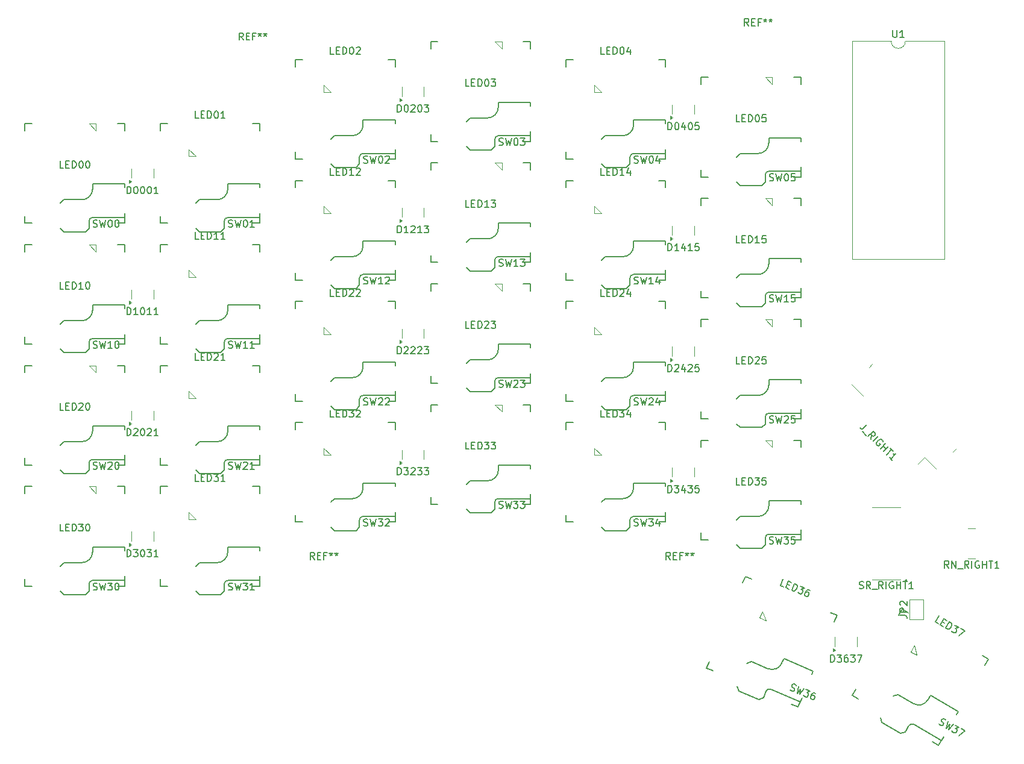
<source format=gbr>
%TF.GenerationSoftware,KiCad,Pcbnew,8.0.8-8.0.8-0~ubuntu22.04.1*%
%TF.CreationDate,2025-02-16T14:39:09-06:00*%
%TF.ProjectId,choc_v1_socket_reversible,63686f63-5f76-4315-9f73-6f636b65745f,rev?*%
%TF.SameCoordinates,Original*%
%TF.FileFunction,Legend,Top*%
%TF.FilePolarity,Positive*%
%FSLAX46Y46*%
G04 Gerber Fmt 4.6, Leading zero omitted, Abs format (unit mm)*
G04 Created by KiCad (PCBNEW 8.0.8-8.0.8-0~ubuntu22.04.1) date 2025-02-16 14:39:09*
%MOMM*%
%LPD*%
G01*
G04 APERTURE LIST*
%ADD10C,0.150000*%
%ADD11C,0.120000*%
%ADD12C,0.100000*%
G04 APERTURE END LIST*
D10*
X154666666Y-39254819D02*
X154333333Y-38778628D01*
X154095238Y-39254819D02*
X154095238Y-38254819D01*
X154095238Y-38254819D02*
X154476190Y-38254819D01*
X154476190Y-38254819D02*
X154571428Y-38302438D01*
X154571428Y-38302438D02*
X154619047Y-38350057D01*
X154619047Y-38350057D02*
X154666666Y-38445295D01*
X154666666Y-38445295D02*
X154666666Y-38588152D01*
X154666666Y-38588152D02*
X154619047Y-38683390D01*
X154619047Y-38683390D02*
X154571428Y-38731009D01*
X154571428Y-38731009D02*
X154476190Y-38778628D01*
X154476190Y-38778628D02*
X154095238Y-38778628D01*
X155095238Y-38731009D02*
X155428571Y-38731009D01*
X155571428Y-39254819D02*
X155095238Y-39254819D01*
X155095238Y-39254819D02*
X155095238Y-38254819D01*
X155095238Y-38254819D02*
X155571428Y-38254819D01*
X156333333Y-38731009D02*
X156000000Y-38731009D01*
X156000000Y-39254819D02*
X156000000Y-38254819D01*
X156000000Y-38254819D02*
X156476190Y-38254819D01*
X157000000Y-38254819D02*
X157000000Y-38492914D01*
X156761905Y-38397676D02*
X157000000Y-38492914D01*
X157000000Y-38492914D02*
X157238095Y-38397676D01*
X156857143Y-38683390D02*
X157000000Y-38492914D01*
X157000000Y-38492914D02*
X157142857Y-38683390D01*
X157761905Y-38254819D02*
X157761905Y-38492914D01*
X157523810Y-38397676D02*
X157761905Y-38492914D01*
X157761905Y-38492914D02*
X158000000Y-38397676D01*
X157619048Y-38683390D02*
X157761905Y-38492914D01*
X157761905Y-38492914D02*
X157904762Y-38683390D01*
X83666666Y-41254819D02*
X83333333Y-40778628D01*
X83095238Y-41254819D02*
X83095238Y-40254819D01*
X83095238Y-40254819D02*
X83476190Y-40254819D01*
X83476190Y-40254819D02*
X83571428Y-40302438D01*
X83571428Y-40302438D02*
X83619047Y-40350057D01*
X83619047Y-40350057D02*
X83666666Y-40445295D01*
X83666666Y-40445295D02*
X83666666Y-40588152D01*
X83666666Y-40588152D02*
X83619047Y-40683390D01*
X83619047Y-40683390D02*
X83571428Y-40731009D01*
X83571428Y-40731009D02*
X83476190Y-40778628D01*
X83476190Y-40778628D02*
X83095238Y-40778628D01*
X84095238Y-40731009D02*
X84428571Y-40731009D01*
X84571428Y-41254819D02*
X84095238Y-41254819D01*
X84095238Y-41254819D02*
X84095238Y-40254819D01*
X84095238Y-40254819D02*
X84571428Y-40254819D01*
X85333333Y-40731009D02*
X85000000Y-40731009D01*
X85000000Y-41254819D02*
X85000000Y-40254819D01*
X85000000Y-40254819D02*
X85476190Y-40254819D01*
X86000000Y-40254819D02*
X86000000Y-40492914D01*
X85761905Y-40397676D02*
X86000000Y-40492914D01*
X86000000Y-40492914D02*
X86238095Y-40397676D01*
X85857143Y-40683390D02*
X86000000Y-40492914D01*
X86000000Y-40492914D02*
X86142857Y-40683390D01*
X86761905Y-40254819D02*
X86761905Y-40492914D01*
X86523810Y-40397676D02*
X86761905Y-40492914D01*
X86761905Y-40492914D02*
X87000000Y-40397676D01*
X86619048Y-40683390D02*
X86761905Y-40492914D01*
X86761905Y-40492914D02*
X86904762Y-40683390D01*
X143666666Y-114254819D02*
X143333333Y-113778628D01*
X143095238Y-114254819D02*
X143095238Y-113254819D01*
X143095238Y-113254819D02*
X143476190Y-113254819D01*
X143476190Y-113254819D02*
X143571428Y-113302438D01*
X143571428Y-113302438D02*
X143619047Y-113350057D01*
X143619047Y-113350057D02*
X143666666Y-113445295D01*
X143666666Y-113445295D02*
X143666666Y-113588152D01*
X143666666Y-113588152D02*
X143619047Y-113683390D01*
X143619047Y-113683390D02*
X143571428Y-113731009D01*
X143571428Y-113731009D02*
X143476190Y-113778628D01*
X143476190Y-113778628D02*
X143095238Y-113778628D01*
X144095238Y-113731009D02*
X144428571Y-113731009D01*
X144571428Y-114254819D02*
X144095238Y-114254819D01*
X144095238Y-114254819D02*
X144095238Y-113254819D01*
X144095238Y-113254819D02*
X144571428Y-113254819D01*
X145333333Y-113731009D02*
X145000000Y-113731009D01*
X145000000Y-114254819D02*
X145000000Y-113254819D01*
X145000000Y-113254819D02*
X145476190Y-113254819D01*
X146000000Y-113254819D02*
X146000000Y-113492914D01*
X145761905Y-113397676D02*
X146000000Y-113492914D01*
X146000000Y-113492914D02*
X146238095Y-113397676D01*
X145857143Y-113683390D02*
X146000000Y-113492914D01*
X146000000Y-113492914D02*
X146142857Y-113683390D01*
X146761905Y-113254819D02*
X146761905Y-113492914D01*
X146523810Y-113397676D02*
X146761905Y-113492914D01*
X146761905Y-113492914D02*
X147000000Y-113397676D01*
X146619048Y-113683390D02*
X146761905Y-113492914D01*
X146761905Y-113492914D02*
X146904762Y-113683390D01*
X93666666Y-114254819D02*
X93333333Y-113778628D01*
X93095238Y-114254819D02*
X93095238Y-113254819D01*
X93095238Y-113254819D02*
X93476190Y-113254819D01*
X93476190Y-113254819D02*
X93571428Y-113302438D01*
X93571428Y-113302438D02*
X93619047Y-113350057D01*
X93619047Y-113350057D02*
X93666666Y-113445295D01*
X93666666Y-113445295D02*
X93666666Y-113588152D01*
X93666666Y-113588152D02*
X93619047Y-113683390D01*
X93619047Y-113683390D02*
X93571428Y-113731009D01*
X93571428Y-113731009D02*
X93476190Y-113778628D01*
X93476190Y-113778628D02*
X93095238Y-113778628D01*
X94095238Y-113731009D02*
X94428571Y-113731009D01*
X94571428Y-114254819D02*
X94095238Y-114254819D01*
X94095238Y-114254819D02*
X94095238Y-113254819D01*
X94095238Y-113254819D02*
X94571428Y-113254819D01*
X95333333Y-113731009D02*
X95000000Y-113731009D01*
X95000000Y-114254819D02*
X95000000Y-113254819D01*
X95000000Y-113254819D02*
X95476190Y-113254819D01*
X96000000Y-113254819D02*
X96000000Y-113492914D01*
X95761905Y-113397676D02*
X96000000Y-113492914D01*
X96000000Y-113492914D02*
X96238095Y-113397676D01*
X95857143Y-113683390D02*
X96000000Y-113492914D01*
X96000000Y-113492914D02*
X96142857Y-113683390D01*
X96761905Y-113254819D02*
X96761905Y-113492914D01*
X96523810Y-113397676D02*
X96761905Y-113492914D01*
X96761905Y-113492914D02*
X97000000Y-113397676D01*
X96619048Y-113683390D02*
X96761905Y-113492914D01*
X96761905Y-113492914D02*
X96904762Y-113683390D01*
X119590476Y-73007200D02*
X119733333Y-73054819D01*
X119733333Y-73054819D02*
X119971428Y-73054819D01*
X119971428Y-73054819D02*
X120066666Y-73007200D01*
X120066666Y-73007200D02*
X120114285Y-72959580D01*
X120114285Y-72959580D02*
X120161904Y-72864342D01*
X120161904Y-72864342D02*
X120161904Y-72769104D01*
X120161904Y-72769104D02*
X120114285Y-72673866D01*
X120114285Y-72673866D02*
X120066666Y-72626247D01*
X120066666Y-72626247D02*
X119971428Y-72578628D01*
X119971428Y-72578628D02*
X119780952Y-72531009D01*
X119780952Y-72531009D02*
X119685714Y-72483390D01*
X119685714Y-72483390D02*
X119638095Y-72435771D01*
X119638095Y-72435771D02*
X119590476Y-72340533D01*
X119590476Y-72340533D02*
X119590476Y-72245295D01*
X119590476Y-72245295D02*
X119638095Y-72150057D01*
X119638095Y-72150057D02*
X119685714Y-72102438D01*
X119685714Y-72102438D02*
X119780952Y-72054819D01*
X119780952Y-72054819D02*
X120019047Y-72054819D01*
X120019047Y-72054819D02*
X120161904Y-72102438D01*
X120495238Y-72054819D02*
X120733333Y-73054819D01*
X120733333Y-73054819D02*
X120923809Y-72340533D01*
X120923809Y-72340533D02*
X121114285Y-73054819D01*
X121114285Y-73054819D02*
X121352381Y-72054819D01*
X122257142Y-73054819D02*
X121685714Y-73054819D01*
X121971428Y-73054819D02*
X121971428Y-72054819D01*
X121971428Y-72054819D02*
X121876190Y-72197676D01*
X121876190Y-72197676D02*
X121780952Y-72292914D01*
X121780952Y-72292914D02*
X121685714Y-72340533D01*
X122590476Y-72054819D02*
X123209523Y-72054819D01*
X123209523Y-72054819D02*
X122876190Y-72435771D01*
X122876190Y-72435771D02*
X123019047Y-72435771D01*
X123019047Y-72435771D02*
X123114285Y-72483390D01*
X123114285Y-72483390D02*
X123161904Y-72531009D01*
X123161904Y-72531009D02*
X123209523Y-72626247D01*
X123209523Y-72626247D02*
X123209523Y-72864342D01*
X123209523Y-72864342D02*
X123161904Y-72959580D01*
X123161904Y-72959580D02*
X123114285Y-73007200D01*
X123114285Y-73007200D02*
X123019047Y-73054819D01*
X123019047Y-73054819D02*
X122733333Y-73054819D01*
X122733333Y-73054819D02*
X122638095Y-73007200D01*
X122638095Y-73007200D02*
X122590476Y-72959580D01*
X67333333Y-113854819D02*
X67333333Y-112854819D01*
X67333333Y-112854819D02*
X67571428Y-112854819D01*
X67571428Y-112854819D02*
X67714285Y-112902438D01*
X67714285Y-112902438D02*
X67809523Y-112997676D01*
X67809523Y-112997676D02*
X67857142Y-113092914D01*
X67857142Y-113092914D02*
X67904761Y-113283390D01*
X67904761Y-113283390D02*
X67904761Y-113426247D01*
X67904761Y-113426247D02*
X67857142Y-113616723D01*
X67857142Y-113616723D02*
X67809523Y-113711961D01*
X67809523Y-113711961D02*
X67714285Y-113807200D01*
X67714285Y-113807200D02*
X67571428Y-113854819D01*
X67571428Y-113854819D02*
X67333333Y-113854819D01*
X68238095Y-112854819D02*
X68857142Y-112854819D01*
X68857142Y-112854819D02*
X68523809Y-113235771D01*
X68523809Y-113235771D02*
X68666666Y-113235771D01*
X68666666Y-113235771D02*
X68761904Y-113283390D01*
X68761904Y-113283390D02*
X68809523Y-113331009D01*
X68809523Y-113331009D02*
X68857142Y-113426247D01*
X68857142Y-113426247D02*
X68857142Y-113664342D01*
X68857142Y-113664342D02*
X68809523Y-113759580D01*
X68809523Y-113759580D02*
X68761904Y-113807200D01*
X68761904Y-113807200D02*
X68666666Y-113854819D01*
X68666666Y-113854819D02*
X68380952Y-113854819D01*
X68380952Y-113854819D02*
X68285714Y-113807200D01*
X68285714Y-113807200D02*
X68238095Y-113759580D01*
X69476190Y-112854819D02*
X69571428Y-112854819D01*
X69571428Y-112854819D02*
X69666666Y-112902438D01*
X69666666Y-112902438D02*
X69714285Y-112950057D01*
X69714285Y-112950057D02*
X69761904Y-113045295D01*
X69761904Y-113045295D02*
X69809523Y-113235771D01*
X69809523Y-113235771D02*
X69809523Y-113473866D01*
X69809523Y-113473866D02*
X69761904Y-113664342D01*
X69761904Y-113664342D02*
X69714285Y-113759580D01*
X69714285Y-113759580D02*
X69666666Y-113807200D01*
X69666666Y-113807200D02*
X69571428Y-113854819D01*
X69571428Y-113854819D02*
X69476190Y-113854819D01*
X69476190Y-113854819D02*
X69380952Y-113807200D01*
X69380952Y-113807200D02*
X69333333Y-113759580D01*
X69333333Y-113759580D02*
X69285714Y-113664342D01*
X69285714Y-113664342D02*
X69238095Y-113473866D01*
X69238095Y-113473866D02*
X69238095Y-113235771D01*
X69238095Y-113235771D02*
X69285714Y-113045295D01*
X69285714Y-113045295D02*
X69333333Y-112950057D01*
X69333333Y-112950057D02*
X69380952Y-112902438D01*
X69380952Y-112902438D02*
X69476190Y-112854819D01*
X70142857Y-112854819D02*
X70761904Y-112854819D01*
X70761904Y-112854819D02*
X70428571Y-113235771D01*
X70428571Y-113235771D02*
X70571428Y-113235771D01*
X70571428Y-113235771D02*
X70666666Y-113283390D01*
X70666666Y-113283390D02*
X70714285Y-113331009D01*
X70714285Y-113331009D02*
X70761904Y-113426247D01*
X70761904Y-113426247D02*
X70761904Y-113664342D01*
X70761904Y-113664342D02*
X70714285Y-113759580D01*
X70714285Y-113759580D02*
X70666666Y-113807200D01*
X70666666Y-113807200D02*
X70571428Y-113854819D01*
X70571428Y-113854819D02*
X70285714Y-113854819D01*
X70285714Y-113854819D02*
X70190476Y-113807200D01*
X70190476Y-113807200D02*
X70142857Y-113759580D01*
X71714285Y-113854819D02*
X71142857Y-113854819D01*
X71428571Y-113854819D02*
X71428571Y-112854819D01*
X71428571Y-112854819D02*
X71333333Y-112997676D01*
X71333333Y-112997676D02*
X71238095Y-113092914D01*
X71238095Y-113092914D02*
X71142857Y-113140533D01*
X143333333Y-70854819D02*
X143333333Y-69854819D01*
X143333333Y-69854819D02*
X143571428Y-69854819D01*
X143571428Y-69854819D02*
X143714285Y-69902438D01*
X143714285Y-69902438D02*
X143809523Y-69997676D01*
X143809523Y-69997676D02*
X143857142Y-70092914D01*
X143857142Y-70092914D02*
X143904761Y-70283390D01*
X143904761Y-70283390D02*
X143904761Y-70426247D01*
X143904761Y-70426247D02*
X143857142Y-70616723D01*
X143857142Y-70616723D02*
X143809523Y-70711961D01*
X143809523Y-70711961D02*
X143714285Y-70807200D01*
X143714285Y-70807200D02*
X143571428Y-70854819D01*
X143571428Y-70854819D02*
X143333333Y-70854819D01*
X144857142Y-70854819D02*
X144285714Y-70854819D01*
X144571428Y-70854819D02*
X144571428Y-69854819D01*
X144571428Y-69854819D02*
X144476190Y-69997676D01*
X144476190Y-69997676D02*
X144380952Y-70092914D01*
X144380952Y-70092914D02*
X144285714Y-70140533D01*
X145714285Y-70188152D02*
X145714285Y-70854819D01*
X145476190Y-69807200D02*
X145238095Y-70521485D01*
X145238095Y-70521485D02*
X145857142Y-70521485D01*
X146761904Y-70854819D02*
X146190476Y-70854819D01*
X146476190Y-70854819D02*
X146476190Y-69854819D01*
X146476190Y-69854819D02*
X146380952Y-69997676D01*
X146380952Y-69997676D02*
X146285714Y-70092914D01*
X146285714Y-70092914D02*
X146190476Y-70140533D01*
X147666666Y-69854819D02*
X147190476Y-69854819D01*
X147190476Y-69854819D02*
X147142857Y-70331009D01*
X147142857Y-70331009D02*
X147190476Y-70283390D01*
X147190476Y-70283390D02*
X147285714Y-70235771D01*
X147285714Y-70235771D02*
X147523809Y-70235771D01*
X147523809Y-70235771D02*
X147619047Y-70283390D01*
X147619047Y-70283390D02*
X147666666Y-70331009D01*
X147666666Y-70331009D02*
X147714285Y-70426247D01*
X147714285Y-70426247D02*
X147714285Y-70664342D01*
X147714285Y-70664342D02*
X147666666Y-70759580D01*
X147666666Y-70759580D02*
X147619047Y-70807200D01*
X147619047Y-70807200D02*
X147523809Y-70854819D01*
X147523809Y-70854819D02*
X147285714Y-70854819D01*
X147285714Y-70854819D02*
X147190476Y-70807200D01*
X147190476Y-70807200D02*
X147142857Y-70759580D01*
X58404761Y-110254819D02*
X57928571Y-110254819D01*
X57928571Y-110254819D02*
X57928571Y-109254819D01*
X58738095Y-109731009D02*
X59071428Y-109731009D01*
X59214285Y-110254819D02*
X58738095Y-110254819D01*
X58738095Y-110254819D02*
X58738095Y-109254819D01*
X58738095Y-109254819D02*
X59214285Y-109254819D01*
X59642857Y-110254819D02*
X59642857Y-109254819D01*
X59642857Y-109254819D02*
X59880952Y-109254819D01*
X59880952Y-109254819D02*
X60023809Y-109302438D01*
X60023809Y-109302438D02*
X60119047Y-109397676D01*
X60119047Y-109397676D02*
X60166666Y-109492914D01*
X60166666Y-109492914D02*
X60214285Y-109683390D01*
X60214285Y-109683390D02*
X60214285Y-109826247D01*
X60214285Y-109826247D02*
X60166666Y-110016723D01*
X60166666Y-110016723D02*
X60119047Y-110111961D01*
X60119047Y-110111961D02*
X60023809Y-110207200D01*
X60023809Y-110207200D02*
X59880952Y-110254819D01*
X59880952Y-110254819D02*
X59642857Y-110254819D01*
X60547619Y-109254819D02*
X61166666Y-109254819D01*
X61166666Y-109254819D02*
X60833333Y-109635771D01*
X60833333Y-109635771D02*
X60976190Y-109635771D01*
X60976190Y-109635771D02*
X61071428Y-109683390D01*
X61071428Y-109683390D02*
X61119047Y-109731009D01*
X61119047Y-109731009D02*
X61166666Y-109826247D01*
X61166666Y-109826247D02*
X61166666Y-110064342D01*
X61166666Y-110064342D02*
X61119047Y-110159580D01*
X61119047Y-110159580D02*
X61071428Y-110207200D01*
X61071428Y-110207200D02*
X60976190Y-110254819D01*
X60976190Y-110254819D02*
X60690476Y-110254819D01*
X60690476Y-110254819D02*
X60595238Y-110207200D01*
X60595238Y-110207200D02*
X60547619Y-110159580D01*
X61785714Y-109254819D02*
X61880952Y-109254819D01*
X61880952Y-109254819D02*
X61976190Y-109302438D01*
X61976190Y-109302438D02*
X62023809Y-109350057D01*
X62023809Y-109350057D02*
X62071428Y-109445295D01*
X62071428Y-109445295D02*
X62119047Y-109635771D01*
X62119047Y-109635771D02*
X62119047Y-109873866D01*
X62119047Y-109873866D02*
X62071428Y-110064342D01*
X62071428Y-110064342D02*
X62023809Y-110159580D01*
X62023809Y-110159580D02*
X61976190Y-110207200D01*
X61976190Y-110207200D02*
X61880952Y-110254819D01*
X61880952Y-110254819D02*
X61785714Y-110254819D01*
X61785714Y-110254819D02*
X61690476Y-110207200D01*
X61690476Y-110207200D02*
X61642857Y-110159580D01*
X61642857Y-110159580D02*
X61595238Y-110064342D01*
X61595238Y-110064342D02*
X61547619Y-109873866D01*
X61547619Y-109873866D02*
X61547619Y-109635771D01*
X61547619Y-109635771D02*
X61595238Y-109445295D01*
X61595238Y-109445295D02*
X61642857Y-109350057D01*
X61642857Y-109350057D02*
X61690476Y-109302438D01*
X61690476Y-109302438D02*
X61785714Y-109254819D01*
X100590476Y-109507200D02*
X100733333Y-109554819D01*
X100733333Y-109554819D02*
X100971428Y-109554819D01*
X100971428Y-109554819D02*
X101066666Y-109507200D01*
X101066666Y-109507200D02*
X101114285Y-109459580D01*
X101114285Y-109459580D02*
X101161904Y-109364342D01*
X101161904Y-109364342D02*
X101161904Y-109269104D01*
X101161904Y-109269104D02*
X101114285Y-109173866D01*
X101114285Y-109173866D02*
X101066666Y-109126247D01*
X101066666Y-109126247D02*
X100971428Y-109078628D01*
X100971428Y-109078628D02*
X100780952Y-109031009D01*
X100780952Y-109031009D02*
X100685714Y-108983390D01*
X100685714Y-108983390D02*
X100638095Y-108935771D01*
X100638095Y-108935771D02*
X100590476Y-108840533D01*
X100590476Y-108840533D02*
X100590476Y-108745295D01*
X100590476Y-108745295D02*
X100638095Y-108650057D01*
X100638095Y-108650057D02*
X100685714Y-108602438D01*
X100685714Y-108602438D02*
X100780952Y-108554819D01*
X100780952Y-108554819D02*
X101019047Y-108554819D01*
X101019047Y-108554819D02*
X101161904Y-108602438D01*
X101495238Y-108554819D02*
X101733333Y-109554819D01*
X101733333Y-109554819D02*
X101923809Y-108840533D01*
X101923809Y-108840533D02*
X102114285Y-109554819D01*
X102114285Y-109554819D02*
X102352381Y-108554819D01*
X102638095Y-108554819D02*
X103257142Y-108554819D01*
X103257142Y-108554819D02*
X102923809Y-108935771D01*
X102923809Y-108935771D02*
X103066666Y-108935771D01*
X103066666Y-108935771D02*
X103161904Y-108983390D01*
X103161904Y-108983390D02*
X103209523Y-109031009D01*
X103209523Y-109031009D02*
X103257142Y-109126247D01*
X103257142Y-109126247D02*
X103257142Y-109364342D01*
X103257142Y-109364342D02*
X103209523Y-109459580D01*
X103209523Y-109459580D02*
X103161904Y-109507200D01*
X103161904Y-109507200D02*
X103066666Y-109554819D01*
X103066666Y-109554819D02*
X102780952Y-109554819D01*
X102780952Y-109554819D02*
X102685714Y-109507200D01*
X102685714Y-109507200D02*
X102638095Y-109459580D01*
X103638095Y-108650057D02*
X103685714Y-108602438D01*
X103685714Y-108602438D02*
X103780952Y-108554819D01*
X103780952Y-108554819D02*
X104019047Y-108554819D01*
X104019047Y-108554819D02*
X104114285Y-108602438D01*
X104114285Y-108602438D02*
X104161904Y-108650057D01*
X104161904Y-108650057D02*
X104209523Y-108745295D01*
X104209523Y-108745295D02*
X104209523Y-108840533D01*
X104209523Y-108840533D02*
X104161904Y-108983390D01*
X104161904Y-108983390D02*
X103590476Y-109554819D01*
X103590476Y-109554819D02*
X104209523Y-109554819D01*
X105333333Y-51354819D02*
X105333333Y-50354819D01*
X105333333Y-50354819D02*
X105571428Y-50354819D01*
X105571428Y-50354819D02*
X105714285Y-50402438D01*
X105714285Y-50402438D02*
X105809523Y-50497676D01*
X105809523Y-50497676D02*
X105857142Y-50592914D01*
X105857142Y-50592914D02*
X105904761Y-50783390D01*
X105904761Y-50783390D02*
X105904761Y-50926247D01*
X105904761Y-50926247D02*
X105857142Y-51116723D01*
X105857142Y-51116723D02*
X105809523Y-51211961D01*
X105809523Y-51211961D02*
X105714285Y-51307200D01*
X105714285Y-51307200D02*
X105571428Y-51354819D01*
X105571428Y-51354819D02*
X105333333Y-51354819D01*
X106523809Y-50354819D02*
X106619047Y-50354819D01*
X106619047Y-50354819D02*
X106714285Y-50402438D01*
X106714285Y-50402438D02*
X106761904Y-50450057D01*
X106761904Y-50450057D02*
X106809523Y-50545295D01*
X106809523Y-50545295D02*
X106857142Y-50735771D01*
X106857142Y-50735771D02*
X106857142Y-50973866D01*
X106857142Y-50973866D02*
X106809523Y-51164342D01*
X106809523Y-51164342D02*
X106761904Y-51259580D01*
X106761904Y-51259580D02*
X106714285Y-51307200D01*
X106714285Y-51307200D02*
X106619047Y-51354819D01*
X106619047Y-51354819D02*
X106523809Y-51354819D01*
X106523809Y-51354819D02*
X106428571Y-51307200D01*
X106428571Y-51307200D02*
X106380952Y-51259580D01*
X106380952Y-51259580D02*
X106333333Y-51164342D01*
X106333333Y-51164342D02*
X106285714Y-50973866D01*
X106285714Y-50973866D02*
X106285714Y-50735771D01*
X106285714Y-50735771D02*
X106333333Y-50545295D01*
X106333333Y-50545295D02*
X106380952Y-50450057D01*
X106380952Y-50450057D02*
X106428571Y-50402438D01*
X106428571Y-50402438D02*
X106523809Y-50354819D01*
X107238095Y-50450057D02*
X107285714Y-50402438D01*
X107285714Y-50402438D02*
X107380952Y-50354819D01*
X107380952Y-50354819D02*
X107619047Y-50354819D01*
X107619047Y-50354819D02*
X107714285Y-50402438D01*
X107714285Y-50402438D02*
X107761904Y-50450057D01*
X107761904Y-50450057D02*
X107809523Y-50545295D01*
X107809523Y-50545295D02*
X107809523Y-50640533D01*
X107809523Y-50640533D02*
X107761904Y-50783390D01*
X107761904Y-50783390D02*
X107190476Y-51354819D01*
X107190476Y-51354819D02*
X107809523Y-51354819D01*
X108428571Y-50354819D02*
X108523809Y-50354819D01*
X108523809Y-50354819D02*
X108619047Y-50402438D01*
X108619047Y-50402438D02*
X108666666Y-50450057D01*
X108666666Y-50450057D02*
X108714285Y-50545295D01*
X108714285Y-50545295D02*
X108761904Y-50735771D01*
X108761904Y-50735771D02*
X108761904Y-50973866D01*
X108761904Y-50973866D02*
X108714285Y-51164342D01*
X108714285Y-51164342D02*
X108666666Y-51259580D01*
X108666666Y-51259580D02*
X108619047Y-51307200D01*
X108619047Y-51307200D02*
X108523809Y-51354819D01*
X108523809Y-51354819D02*
X108428571Y-51354819D01*
X108428571Y-51354819D02*
X108333333Y-51307200D01*
X108333333Y-51307200D02*
X108285714Y-51259580D01*
X108285714Y-51259580D02*
X108238095Y-51164342D01*
X108238095Y-51164342D02*
X108190476Y-50973866D01*
X108190476Y-50973866D02*
X108190476Y-50735771D01*
X108190476Y-50735771D02*
X108238095Y-50545295D01*
X108238095Y-50545295D02*
X108285714Y-50450057D01*
X108285714Y-50450057D02*
X108333333Y-50402438D01*
X108333333Y-50402438D02*
X108428571Y-50354819D01*
X109095238Y-50354819D02*
X109714285Y-50354819D01*
X109714285Y-50354819D02*
X109380952Y-50735771D01*
X109380952Y-50735771D02*
X109523809Y-50735771D01*
X109523809Y-50735771D02*
X109619047Y-50783390D01*
X109619047Y-50783390D02*
X109666666Y-50831009D01*
X109666666Y-50831009D02*
X109714285Y-50926247D01*
X109714285Y-50926247D02*
X109714285Y-51164342D01*
X109714285Y-51164342D02*
X109666666Y-51259580D01*
X109666666Y-51259580D02*
X109619047Y-51307200D01*
X109619047Y-51307200D02*
X109523809Y-51354819D01*
X109523809Y-51354819D02*
X109238095Y-51354819D01*
X109238095Y-51354819D02*
X109142857Y-51307200D01*
X109142857Y-51307200D02*
X109095238Y-51259580D01*
X143333333Y-87854819D02*
X143333333Y-86854819D01*
X143333333Y-86854819D02*
X143571428Y-86854819D01*
X143571428Y-86854819D02*
X143714285Y-86902438D01*
X143714285Y-86902438D02*
X143809523Y-86997676D01*
X143809523Y-86997676D02*
X143857142Y-87092914D01*
X143857142Y-87092914D02*
X143904761Y-87283390D01*
X143904761Y-87283390D02*
X143904761Y-87426247D01*
X143904761Y-87426247D02*
X143857142Y-87616723D01*
X143857142Y-87616723D02*
X143809523Y-87711961D01*
X143809523Y-87711961D02*
X143714285Y-87807200D01*
X143714285Y-87807200D02*
X143571428Y-87854819D01*
X143571428Y-87854819D02*
X143333333Y-87854819D01*
X144285714Y-86950057D02*
X144333333Y-86902438D01*
X144333333Y-86902438D02*
X144428571Y-86854819D01*
X144428571Y-86854819D02*
X144666666Y-86854819D01*
X144666666Y-86854819D02*
X144761904Y-86902438D01*
X144761904Y-86902438D02*
X144809523Y-86950057D01*
X144809523Y-86950057D02*
X144857142Y-87045295D01*
X144857142Y-87045295D02*
X144857142Y-87140533D01*
X144857142Y-87140533D02*
X144809523Y-87283390D01*
X144809523Y-87283390D02*
X144238095Y-87854819D01*
X144238095Y-87854819D02*
X144857142Y-87854819D01*
X145714285Y-87188152D02*
X145714285Y-87854819D01*
X145476190Y-86807200D02*
X145238095Y-87521485D01*
X145238095Y-87521485D02*
X145857142Y-87521485D01*
X146190476Y-86950057D02*
X146238095Y-86902438D01*
X146238095Y-86902438D02*
X146333333Y-86854819D01*
X146333333Y-86854819D02*
X146571428Y-86854819D01*
X146571428Y-86854819D02*
X146666666Y-86902438D01*
X146666666Y-86902438D02*
X146714285Y-86950057D01*
X146714285Y-86950057D02*
X146761904Y-87045295D01*
X146761904Y-87045295D02*
X146761904Y-87140533D01*
X146761904Y-87140533D02*
X146714285Y-87283390D01*
X146714285Y-87283390D02*
X146142857Y-87854819D01*
X146142857Y-87854819D02*
X146761904Y-87854819D01*
X147666666Y-86854819D02*
X147190476Y-86854819D01*
X147190476Y-86854819D02*
X147142857Y-87331009D01*
X147142857Y-87331009D02*
X147190476Y-87283390D01*
X147190476Y-87283390D02*
X147285714Y-87235771D01*
X147285714Y-87235771D02*
X147523809Y-87235771D01*
X147523809Y-87235771D02*
X147619047Y-87283390D01*
X147619047Y-87283390D02*
X147666666Y-87331009D01*
X147666666Y-87331009D02*
X147714285Y-87426247D01*
X147714285Y-87426247D02*
X147714285Y-87664342D01*
X147714285Y-87664342D02*
X147666666Y-87759580D01*
X147666666Y-87759580D02*
X147619047Y-87807200D01*
X147619047Y-87807200D02*
X147523809Y-87854819D01*
X147523809Y-87854819D02*
X147285714Y-87854819D01*
X147285714Y-87854819D02*
X147190476Y-87807200D01*
X147190476Y-87807200D02*
X147142857Y-87759580D01*
X181291073Y-123281497D02*
X180878680Y-123043402D01*
X180878680Y-123043402D02*
X181378680Y-122177377D01*
X181841653Y-122994532D02*
X182130328Y-123161198D01*
X181992141Y-123686259D02*
X181579748Y-123448164D01*
X181579748Y-123448164D02*
X182079748Y-122582139D01*
X182079748Y-122582139D02*
X182492141Y-122820234D01*
X182363295Y-123900545D02*
X182863295Y-123034520D01*
X182863295Y-123034520D02*
X183069492Y-123153567D01*
X183069492Y-123153567D02*
X183169400Y-123266235D01*
X183169400Y-123266235D02*
X183204260Y-123396333D01*
X183204260Y-123396333D02*
X183197880Y-123502621D01*
X183197880Y-123502621D02*
X183143881Y-123691388D01*
X183143881Y-123691388D02*
X183072453Y-123815106D01*
X183072453Y-123815106D02*
X182935975Y-123956253D01*
X182935975Y-123956253D02*
X182847117Y-124014922D01*
X182847117Y-124014922D02*
X182717019Y-124049782D01*
X182717019Y-124049782D02*
X182569492Y-124019593D01*
X182569492Y-124019593D02*
X182363295Y-123900545D01*
X183646842Y-123486901D02*
X184182953Y-123796424D01*
X184182953Y-123796424D02*
X183703802Y-123959672D01*
X183703802Y-123959672D02*
X183827520Y-124031101D01*
X183827520Y-124031101D02*
X183886189Y-124119959D01*
X183886189Y-124119959D02*
X183903618Y-124185008D01*
X183903618Y-124185008D02*
X183897239Y-124291296D01*
X183897239Y-124291296D02*
X183778191Y-124497493D01*
X183778191Y-124497493D02*
X183689333Y-124556162D01*
X183689333Y-124556162D02*
X183624284Y-124573591D01*
X183624284Y-124573591D02*
X183517996Y-124567212D01*
X183517996Y-124567212D02*
X183270560Y-124424354D01*
X183270560Y-124424354D02*
X183211891Y-124335496D01*
X183211891Y-124335496D02*
X183194461Y-124270447D01*
X184471628Y-123963091D02*
X185048978Y-124296424D01*
X185048978Y-124296424D02*
X184177825Y-124948164D01*
X119590476Y-107007200D02*
X119733333Y-107054819D01*
X119733333Y-107054819D02*
X119971428Y-107054819D01*
X119971428Y-107054819D02*
X120066666Y-107007200D01*
X120066666Y-107007200D02*
X120114285Y-106959580D01*
X120114285Y-106959580D02*
X120161904Y-106864342D01*
X120161904Y-106864342D02*
X120161904Y-106769104D01*
X120161904Y-106769104D02*
X120114285Y-106673866D01*
X120114285Y-106673866D02*
X120066666Y-106626247D01*
X120066666Y-106626247D02*
X119971428Y-106578628D01*
X119971428Y-106578628D02*
X119780952Y-106531009D01*
X119780952Y-106531009D02*
X119685714Y-106483390D01*
X119685714Y-106483390D02*
X119638095Y-106435771D01*
X119638095Y-106435771D02*
X119590476Y-106340533D01*
X119590476Y-106340533D02*
X119590476Y-106245295D01*
X119590476Y-106245295D02*
X119638095Y-106150057D01*
X119638095Y-106150057D02*
X119685714Y-106102438D01*
X119685714Y-106102438D02*
X119780952Y-106054819D01*
X119780952Y-106054819D02*
X120019047Y-106054819D01*
X120019047Y-106054819D02*
X120161904Y-106102438D01*
X120495238Y-106054819D02*
X120733333Y-107054819D01*
X120733333Y-107054819D02*
X120923809Y-106340533D01*
X120923809Y-106340533D02*
X121114285Y-107054819D01*
X121114285Y-107054819D02*
X121352381Y-106054819D01*
X121638095Y-106054819D02*
X122257142Y-106054819D01*
X122257142Y-106054819D02*
X121923809Y-106435771D01*
X121923809Y-106435771D02*
X122066666Y-106435771D01*
X122066666Y-106435771D02*
X122161904Y-106483390D01*
X122161904Y-106483390D02*
X122209523Y-106531009D01*
X122209523Y-106531009D02*
X122257142Y-106626247D01*
X122257142Y-106626247D02*
X122257142Y-106864342D01*
X122257142Y-106864342D02*
X122209523Y-106959580D01*
X122209523Y-106959580D02*
X122161904Y-107007200D01*
X122161904Y-107007200D02*
X122066666Y-107054819D01*
X122066666Y-107054819D02*
X121780952Y-107054819D01*
X121780952Y-107054819D02*
X121685714Y-107007200D01*
X121685714Y-107007200D02*
X121638095Y-106959580D01*
X122590476Y-106054819D02*
X123209523Y-106054819D01*
X123209523Y-106054819D02*
X122876190Y-106435771D01*
X122876190Y-106435771D02*
X123019047Y-106435771D01*
X123019047Y-106435771D02*
X123114285Y-106483390D01*
X123114285Y-106483390D02*
X123161904Y-106531009D01*
X123161904Y-106531009D02*
X123209523Y-106626247D01*
X123209523Y-106626247D02*
X123209523Y-106864342D01*
X123209523Y-106864342D02*
X123161904Y-106959580D01*
X123161904Y-106959580D02*
X123114285Y-107007200D01*
X123114285Y-107007200D02*
X123019047Y-107054819D01*
X123019047Y-107054819D02*
X122733333Y-107054819D01*
X122733333Y-107054819D02*
X122638095Y-107007200D01*
X122638095Y-107007200D02*
X122590476Y-106959580D01*
X77404761Y-86254819D02*
X76928571Y-86254819D01*
X76928571Y-86254819D02*
X76928571Y-85254819D01*
X77738095Y-85731009D02*
X78071428Y-85731009D01*
X78214285Y-86254819D02*
X77738095Y-86254819D01*
X77738095Y-86254819D02*
X77738095Y-85254819D01*
X77738095Y-85254819D02*
X78214285Y-85254819D01*
X78642857Y-86254819D02*
X78642857Y-85254819D01*
X78642857Y-85254819D02*
X78880952Y-85254819D01*
X78880952Y-85254819D02*
X79023809Y-85302438D01*
X79023809Y-85302438D02*
X79119047Y-85397676D01*
X79119047Y-85397676D02*
X79166666Y-85492914D01*
X79166666Y-85492914D02*
X79214285Y-85683390D01*
X79214285Y-85683390D02*
X79214285Y-85826247D01*
X79214285Y-85826247D02*
X79166666Y-86016723D01*
X79166666Y-86016723D02*
X79119047Y-86111961D01*
X79119047Y-86111961D02*
X79023809Y-86207200D01*
X79023809Y-86207200D02*
X78880952Y-86254819D01*
X78880952Y-86254819D02*
X78642857Y-86254819D01*
X79595238Y-85350057D02*
X79642857Y-85302438D01*
X79642857Y-85302438D02*
X79738095Y-85254819D01*
X79738095Y-85254819D02*
X79976190Y-85254819D01*
X79976190Y-85254819D02*
X80071428Y-85302438D01*
X80071428Y-85302438D02*
X80119047Y-85350057D01*
X80119047Y-85350057D02*
X80166666Y-85445295D01*
X80166666Y-85445295D02*
X80166666Y-85540533D01*
X80166666Y-85540533D02*
X80119047Y-85683390D01*
X80119047Y-85683390D02*
X79547619Y-86254819D01*
X79547619Y-86254819D02*
X80166666Y-86254819D01*
X81119047Y-86254819D02*
X80547619Y-86254819D01*
X80833333Y-86254819D02*
X80833333Y-85254819D01*
X80833333Y-85254819D02*
X80738095Y-85397676D01*
X80738095Y-85397676D02*
X80642857Y-85492914D01*
X80642857Y-85492914D02*
X80547619Y-85540533D01*
X81590476Y-67507200D02*
X81733333Y-67554819D01*
X81733333Y-67554819D02*
X81971428Y-67554819D01*
X81971428Y-67554819D02*
X82066666Y-67507200D01*
X82066666Y-67507200D02*
X82114285Y-67459580D01*
X82114285Y-67459580D02*
X82161904Y-67364342D01*
X82161904Y-67364342D02*
X82161904Y-67269104D01*
X82161904Y-67269104D02*
X82114285Y-67173866D01*
X82114285Y-67173866D02*
X82066666Y-67126247D01*
X82066666Y-67126247D02*
X81971428Y-67078628D01*
X81971428Y-67078628D02*
X81780952Y-67031009D01*
X81780952Y-67031009D02*
X81685714Y-66983390D01*
X81685714Y-66983390D02*
X81638095Y-66935771D01*
X81638095Y-66935771D02*
X81590476Y-66840533D01*
X81590476Y-66840533D02*
X81590476Y-66745295D01*
X81590476Y-66745295D02*
X81638095Y-66650057D01*
X81638095Y-66650057D02*
X81685714Y-66602438D01*
X81685714Y-66602438D02*
X81780952Y-66554819D01*
X81780952Y-66554819D02*
X82019047Y-66554819D01*
X82019047Y-66554819D02*
X82161904Y-66602438D01*
X82495238Y-66554819D02*
X82733333Y-67554819D01*
X82733333Y-67554819D02*
X82923809Y-66840533D01*
X82923809Y-66840533D02*
X83114285Y-67554819D01*
X83114285Y-67554819D02*
X83352381Y-66554819D01*
X83923809Y-66554819D02*
X84019047Y-66554819D01*
X84019047Y-66554819D02*
X84114285Y-66602438D01*
X84114285Y-66602438D02*
X84161904Y-66650057D01*
X84161904Y-66650057D02*
X84209523Y-66745295D01*
X84209523Y-66745295D02*
X84257142Y-66935771D01*
X84257142Y-66935771D02*
X84257142Y-67173866D01*
X84257142Y-67173866D02*
X84209523Y-67364342D01*
X84209523Y-67364342D02*
X84161904Y-67459580D01*
X84161904Y-67459580D02*
X84114285Y-67507200D01*
X84114285Y-67507200D02*
X84019047Y-67554819D01*
X84019047Y-67554819D02*
X83923809Y-67554819D01*
X83923809Y-67554819D02*
X83828571Y-67507200D01*
X83828571Y-67507200D02*
X83780952Y-67459580D01*
X83780952Y-67459580D02*
X83733333Y-67364342D01*
X83733333Y-67364342D02*
X83685714Y-67173866D01*
X83685714Y-67173866D02*
X83685714Y-66935771D01*
X83685714Y-66935771D02*
X83733333Y-66745295D01*
X83733333Y-66745295D02*
X83780952Y-66650057D01*
X83780952Y-66650057D02*
X83828571Y-66602438D01*
X83828571Y-66602438D02*
X83923809Y-66554819D01*
X85209523Y-67554819D02*
X84638095Y-67554819D01*
X84923809Y-67554819D02*
X84923809Y-66554819D01*
X84923809Y-66554819D02*
X84828571Y-66697676D01*
X84828571Y-66697676D02*
X84733333Y-66792914D01*
X84733333Y-66792914D02*
X84638095Y-66840533D01*
X77404761Y-103254819D02*
X76928571Y-103254819D01*
X76928571Y-103254819D02*
X76928571Y-102254819D01*
X77738095Y-102731009D02*
X78071428Y-102731009D01*
X78214285Y-103254819D02*
X77738095Y-103254819D01*
X77738095Y-103254819D02*
X77738095Y-102254819D01*
X77738095Y-102254819D02*
X78214285Y-102254819D01*
X78642857Y-103254819D02*
X78642857Y-102254819D01*
X78642857Y-102254819D02*
X78880952Y-102254819D01*
X78880952Y-102254819D02*
X79023809Y-102302438D01*
X79023809Y-102302438D02*
X79119047Y-102397676D01*
X79119047Y-102397676D02*
X79166666Y-102492914D01*
X79166666Y-102492914D02*
X79214285Y-102683390D01*
X79214285Y-102683390D02*
X79214285Y-102826247D01*
X79214285Y-102826247D02*
X79166666Y-103016723D01*
X79166666Y-103016723D02*
X79119047Y-103111961D01*
X79119047Y-103111961D02*
X79023809Y-103207200D01*
X79023809Y-103207200D02*
X78880952Y-103254819D01*
X78880952Y-103254819D02*
X78642857Y-103254819D01*
X79547619Y-102254819D02*
X80166666Y-102254819D01*
X80166666Y-102254819D02*
X79833333Y-102635771D01*
X79833333Y-102635771D02*
X79976190Y-102635771D01*
X79976190Y-102635771D02*
X80071428Y-102683390D01*
X80071428Y-102683390D02*
X80119047Y-102731009D01*
X80119047Y-102731009D02*
X80166666Y-102826247D01*
X80166666Y-102826247D02*
X80166666Y-103064342D01*
X80166666Y-103064342D02*
X80119047Y-103159580D01*
X80119047Y-103159580D02*
X80071428Y-103207200D01*
X80071428Y-103207200D02*
X79976190Y-103254819D01*
X79976190Y-103254819D02*
X79690476Y-103254819D01*
X79690476Y-103254819D02*
X79595238Y-103207200D01*
X79595238Y-103207200D02*
X79547619Y-103159580D01*
X81119047Y-103254819D02*
X80547619Y-103254819D01*
X80833333Y-103254819D02*
X80833333Y-102254819D01*
X80833333Y-102254819D02*
X80738095Y-102397676D01*
X80738095Y-102397676D02*
X80642857Y-102492914D01*
X80642857Y-102492914D02*
X80547619Y-102540533D01*
X134404761Y-60254819D02*
X133928571Y-60254819D01*
X133928571Y-60254819D02*
X133928571Y-59254819D01*
X134738095Y-59731009D02*
X135071428Y-59731009D01*
X135214285Y-60254819D02*
X134738095Y-60254819D01*
X134738095Y-60254819D02*
X134738095Y-59254819D01*
X134738095Y-59254819D02*
X135214285Y-59254819D01*
X135642857Y-60254819D02*
X135642857Y-59254819D01*
X135642857Y-59254819D02*
X135880952Y-59254819D01*
X135880952Y-59254819D02*
X136023809Y-59302438D01*
X136023809Y-59302438D02*
X136119047Y-59397676D01*
X136119047Y-59397676D02*
X136166666Y-59492914D01*
X136166666Y-59492914D02*
X136214285Y-59683390D01*
X136214285Y-59683390D02*
X136214285Y-59826247D01*
X136214285Y-59826247D02*
X136166666Y-60016723D01*
X136166666Y-60016723D02*
X136119047Y-60111961D01*
X136119047Y-60111961D02*
X136023809Y-60207200D01*
X136023809Y-60207200D02*
X135880952Y-60254819D01*
X135880952Y-60254819D02*
X135642857Y-60254819D01*
X137166666Y-60254819D02*
X136595238Y-60254819D01*
X136880952Y-60254819D02*
X136880952Y-59254819D01*
X136880952Y-59254819D02*
X136785714Y-59397676D01*
X136785714Y-59397676D02*
X136690476Y-59492914D01*
X136690476Y-59492914D02*
X136595238Y-59540533D01*
X138023809Y-59588152D02*
X138023809Y-60254819D01*
X137785714Y-59207200D02*
X137547619Y-59921485D01*
X137547619Y-59921485D02*
X138166666Y-59921485D01*
X77404761Y-69254819D02*
X76928571Y-69254819D01*
X76928571Y-69254819D02*
X76928571Y-68254819D01*
X77738095Y-68731009D02*
X78071428Y-68731009D01*
X78214285Y-69254819D02*
X77738095Y-69254819D01*
X77738095Y-69254819D02*
X77738095Y-68254819D01*
X77738095Y-68254819D02*
X78214285Y-68254819D01*
X78642857Y-69254819D02*
X78642857Y-68254819D01*
X78642857Y-68254819D02*
X78880952Y-68254819D01*
X78880952Y-68254819D02*
X79023809Y-68302438D01*
X79023809Y-68302438D02*
X79119047Y-68397676D01*
X79119047Y-68397676D02*
X79166666Y-68492914D01*
X79166666Y-68492914D02*
X79214285Y-68683390D01*
X79214285Y-68683390D02*
X79214285Y-68826247D01*
X79214285Y-68826247D02*
X79166666Y-69016723D01*
X79166666Y-69016723D02*
X79119047Y-69111961D01*
X79119047Y-69111961D02*
X79023809Y-69207200D01*
X79023809Y-69207200D02*
X78880952Y-69254819D01*
X78880952Y-69254819D02*
X78642857Y-69254819D01*
X80166666Y-69254819D02*
X79595238Y-69254819D01*
X79880952Y-69254819D02*
X79880952Y-68254819D01*
X79880952Y-68254819D02*
X79785714Y-68397676D01*
X79785714Y-68397676D02*
X79690476Y-68492914D01*
X79690476Y-68492914D02*
X79595238Y-68540533D01*
X81119047Y-69254819D02*
X80547619Y-69254819D01*
X80833333Y-69254819D02*
X80833333Y-68254819D01*
X80833333Y-68254819D02*
X80738095Y-68397676D01*
X80738095Y-68397676D02*
X80642857Y-68492914D01*
X80642857Y-68492914D02*
X80547619Y-68540533D01*
X157590476Y-112007200D02*
X157733333Y-112054819D01*
X157733333Y-112054819D02*
X157971428Y-112054819D01*
X157971428Y-112054819D02*
X158066666Y-112007200D01*
X158066666Y-112007200D02*
X158114285Y-111959580D01*
X158114285Y-111959580D02*
X158161904Y-111864342D01*
X158161904Y-111864342D02*
X158161904Y-111769104D01*
X158161904Y-111769104D02*
X158114285Y-111673866D01*
X158114285Y-111673866D02*
X158066666Y-111626247D01*
X158066666Y-111626247D02*
X157971428Y-111578628D01*
X157971428Y-111578628D02*
X157780952Y-111531009D01*
X157780952Y-111531009D02*
X157685714Y-111483390D01*
X157685714Y-111483390D02*
X157638095Y-111435771D01*
X157638095Y-111435771D02*
X157590476Y-111340533D01*
X157590476Y-111340533D02*
X157590476Y-111245295D01*
X157590476Y-111245295D02*
X157638095Y-111150057D01*
X157638095Y-111150057D02*
X157685714Y-111102438D01*
X157685714Y-111102438D02*
X157780952Y-111054819D01*
X157780952Y-111054819D02*
X158019047Y-111054819D01*
X158019047Y-111054819D02*
X158161904Y-111102438D01*
X158495238Y-111054819D02*
X158733333Y-112054819D01*
X158733333Y-112054819D02*
X158923809Y-111340533D01*
X158923809Y-111340533D02*
X159114285Y-112054819D01*
X159114285Y-112054819D02*
X159352381Y-111054819D01*
X159638095Y-111054819D02*
X160257142Y-111054819D01*
X160257142Y-111054819D02*
X159923809Y-111435771D01*
X159923809Y-111435771D02*
X160066666Y-111435771D01*
X160066666Y-111435771D02*
X160161904Y-111483390D01*
X160161904Y-111483390D02*
X160209523Y-111531009D01*
X160209523Y-111531009D02*
X160257142Y-111626247D01*
X160257142Y-111626247D02*
X160257142Y-111864342D01*
X160257142Y-111864342D02*
X160209523Y-111959580D01*
X160209523Y-111959580D02*
X160161904Y-112007200D01*
X160161904Y-112007200D02*
X160066666Y-112054819D01*
X160066666Y-112054819D02*
X159780952Y-112054819D01*
X159780952Y-112054819D02*
X159685714Y-112007200D01*
X159685714Y-112007200D02*
X159638095Y-111959580D01*
X161161904Y-111054819D02*
X160685714Y-111054819D01*
X160685714Y-111054819D02*
X160638095Y-111531009D01*
X160638095Y-111531009D02*
X160685714Y-111483390D01*
X160685714Y-111483390D02*
X160780952Y-111435771D01*
X160780952Y-111435771D02*
X161019047Y-111435771D01*
X161019047Y-111435771D02*
X161114285Y-111483390D01*
X161114285Y-111483390D02*
X161161904Y-111531009D01*
X161161904Y-111531009D02*
X161209523Y-111626247D01*
X161209523Y-111626247D02*
X161209523Y-111864342D01*
X161209523Y-111864342D02*
X161161904Y-111959580D01*
X161161904Y-111959580D02*
X161114285Y-112007200D01*
X161114285Y-112007200D02*
X161019047Y-112054819D01*
X161019047Y-112054819D02*
X160780952Y-112054819D01*
X160780952Y-112054819D02*
X160685714Y-112007200D01*
X160685714Y-112007200D02*
X160638095Y-111959580D01*
X119590476Y-90007200D02*
X119733333Y-90054819D01*
X119733333Y-90054819D02*
X119971428Y-90054819D01*
X119971428Y-90054819D02*
X120066666Y-90007200D01*
X120066666Y-90007200D02*
X120114285Y-89959580D01*
X120114285Y-89959580D02*
X120161904Y-89864342D01*
X120161904Y-89864342D02*
X120161904Y-89769104D01*
X120161904Y-89769104D02*
X120114285Y-89673866D01*
X120114285Y-89673866D02*
X120066666Y-89626247D01*
X120066666Y-89626247D02*
X119971428Y-89578628D01*
X119971428Y-89578628D02*
X119780952Y-89531009D01*
X119780952Y-89531009D02*
X119685714Y-89483390D01*
X119685714Y-89483390D02*
X119638095Y-89435771D01*
X119638095Y-89435771D02*
X119590476Y-89340533D01*
X119590476Y-89340533D02*
X119590476Y-89245295D01*
X119590476Y-89245295D02*
X119638095Y-89150057D01*
X119638095Y-89150057D02*
X119685714Y-89102438D01*
X119685714Y-89102438D02*
X119780952Y-89054819D01*
X119780952Y-89054819D02*
X120019047Y-89054819D01*
X120019047Y-89054819D02*
X120161904Y-89102438D01*
X120495238Y-89054819D02*
X120733333Y-90054819D01*
X120733333Y-90054819D02*
X120923809Y-89340533D01*
X120923809Y-89340533D02*
X121114285Y-90054819D01*
X121114285Y-90054819D02*
X121352381Y-89054819D01*
X121685714Y-89150057D02*
X121733333Y-89102438D01*
X121733333Y-89102438D02*
X121828571Y-89054819D01*
X121828571Y-89054819D02*
X122066666Y-89054819D01*
X122066666Y-89054819D02*
X122161904Y-89102438D01*
X122161904Y-89102438D02*
X122209523Y-89150057D01*
X122209523Y-89150057D02*
X122257142Y-89245295D01*
X122257142Y-89245295D02*
X122257142Y-89340533D01*
X122257142Y-89340533D02*
X122209523Y-89483390D01*
X122209523Y-89483390D02*
X121638095Y-90054819D01*
X121638095Y-90054819D02*
X122257142Y-90054819D01*
X122590476Y-89054819D02*
X123209523Y-89054819D01*
X123209523Y-89054819D02*
X122876190Y-89435771D01*
X122876190Y-89435771D02*
X123019047Y-89435771D01*
X123019047Y-89435771D02*
X123114285Y-89483390D01*
X123114285Y-89483390D02*
X123161904Y-89531009D01*
X123161904Y-89531009D02*
X123209523Y-89626247D01*
X123209523Y-89626247D02*
X123209523Y-89864342D01*
X123209523Y-89864342D02*
X123161904Y-89959580D01*
X123161904Y-89959580D02*
X123114285Y-90007200D01*
X123114285Y-90007200D02*
X123019047Y-90054819D01*
X123019047Y-90054819D02*
X122733333Y-90054819D01*
X122733333Y-90054819D02*
X122638095Y-90007200D01*
X122638095Y-90007200D02*
X122590476Y-89959580D01*
X138590476Y-75507200D02*
X138733333Y-75554819D01*
X138733333Y-75554819D02*
X138971428Y-75554819D01*
X138971428Y-75554819D02*
X139066666Y-75507200D01*
X139066666Y-75507200D02*
X139114285Y-75459580D01*
X139114285Y-75459580D02*
X139161904Y-75364342D01*
X139161904Y-75364342D02*
X139161904Y-75269104D01*
X139161904Y-75269104D02*
X139114285Y-75173866D01*
X139114285Y-75173866D02*
X139066666Y-75126247D01*
X139066666Y-75126247D02*
X138971428Y-75078628D01*
X138971428Y-75078628D02*
X138780952Y-75031009D01*
X138780952Y-75031009D02*
X138685714Y-74983390D01*
X138685714Y-74983390D02*
X138638095Y-74935771D01*
X138638095Y-74935771D02*
X138590476Y-74840533D01*
X138590476Y-74840533D02*
X138590476Y-74745295D01*
X138590476Y-74745295D02*
X138638095Y-74650057D01*
X138638095Y-74650057D02*
X138685714Y-74602438D01*
X138685714Y-74602438D02*
X138780952Y-74554819D01*
X138780952Y-74554819D02*
X139019047Y-74554819D01*
X139019047Y-74554819D02*
X139161904Y-74602438D01*
X139495238Y-74554819D02*
X139733333Y-75554819D01*
X139733333Y-75554819D02*
X139923809Y-74840533D01*
X139923809Y-74840533D02*
X140114285Y-75554819D01*
X140114285Y-75554819D02*
X140352381Y-74554819D01*
X141257142Y-75554819D02*
X140685714Y-75554819D01*
X140971428Y-75554819D02*
X140971428Y-74554819D01*
X140971428Y-74554819D02*
X140876190Y-74697676D01*
X140876190Y-74697676D02*
X140780952Y-74792914D01*
X140780952Y-74792914D02*
X140685714Y-74840533D01*
X142114285Y-74888152D02*
X142114285Y-75554819D01*
X141876190Y-74507200D02*
X141638095Y-75221485D01*
X141638095Y-75221485D02*
X142257142Y-75221485D01*
X115404761Y-98754819D02*
X114928571Y-98754819D01*
X114928571Y-98754819D02*
X114928571Y-97754819D01*
X115738095Y-98231009D02*
X116071428Y-98231009D01*
X116214285Y-98754819D02*
X115738095Y-98754819D01*
X115738095Y-98754819D02*
X115738095Y-97754819D01*
X115738095Y-97754819D02*
X116214285Y-97754819D01*
X116642857Y-98754819D02*
X116642857Y-97754819D01*
X116642857Y-97754819D02*
X116880952Y-97754819D01*
X116880952Y-97754819D02*
X117023809Y-97802438D01*
X117023809Y-97802438D02*
X117119047Y-97897676D01*
X117119047Y-97897676D02*
X117166666Y-97992914D01*
X117166666Y-97992914D02*
X117214285Y-98183390D01*
X117214285Y-98183390D02*
X117214285Y-98326247D01*
X117214285Y-98326247D02*
X117166666Y-98516723D01*
X117166666Y-98516723D02*
X117119047Y-98611961D01*
X117119047Y-98611961D02*
X117023809Y-98707200D01*
X117023809Y-98707200D02*
X116880952Y-98754819D01*
X116880952Y-98754819D02*
X116642857Y-98754819D01*
X117547619Y-97754819D02*
X118166666Y-97754819D01*
X118166666Y-97754819D02*
X117833333Y-98135771D01*
X117833333Y-98135771D02*
X117976190Y-98135771D01*
X117976190Y-98135771D02*
X118071428Y-98183390D01*
X118071428Y-98183390D02*
X118119047Y-98231009D01*
X118119047Y-98231009D02*
X118166666Y-98326247D01*
X118166666Y-98326247D02*
X118166666Y-98564342D01*
X118166666Y-98564342D02*
X118119047Y-98659580D01*
X118119047Y-98659580D02*
X118071428Y-98707200D01*
X118071428Y-98707200D02*
X117976190Y-98754819D01*
X117976190Y-98754819D02*
X117690476Y-98754819D01*
X117690476Y-98754819D02*
X117595238Y-98707200D01*
X117595238Y-98707200D02*
X117547619Y-98659580D01*
X118500000Y-97754819D02*
X119119047Y-97754819D01*
X119119047Y-97754819D02*
X118785714Y-98135771D01*
X118785714Y-98135771D02*
X118928571Y-98135771D01*
X118928571Y-98135771D02*
X119023809Y-98183390D01*
X119023809Y-98183390D02*
X119071428Y-98231009D01*
X119071428Y-98231009D02*
X119119047Y-98326247D01*
X119119047Y-98326247D02*
X119119047Y-98564342D01*
X119119047Y-98564342D02*
X119071428Y-98659580D01*
X119071428Y-98659580D02*
X119023809Y-98707200D01*
X119023809Y-98707200D02*
X118928571Y-98754819D01*
X118928571Y-98754819D02*
X118642857Y-98754819D01*
X118642857Y-98754819D02*
X118547619Y-98707200D01*
X118547619Y-98707200D02*
X118500000Y-98659580D01*
X170214286Y-118307200D02*
X170357143Y-118354819D01*
X170357143Y-118354819D02*
X170595238Y-118354819D01*
X170595238Y-118354819D02*
X170690476Y-118307200D01*
X170690476Y-118307200D02*
X170738095Y-118259580D01*
X170738095Y-118259580D02*
X170785714Y-118164342D01*
X170785714Y-118164342D02*
X170785714Y-118069104D01*
X170785714Y-118069104D02*
X170738095Y-117973866D01*
X170738095Y-117973866D02*
X170690476Y-117926247D01*
X170690476Y-117926247D02*
X170595238Y-117878628D01*
X170595238Y-117878628D02*
X170404762Y-117831009D01*
X170404762Y-117831009D02*
X170309524Y-117783390D01*
X170309524Y-117783390D02*
X170261905Y-117735771D01*
X170261905Y-117735771D02*
X170214286Y-117640533D01*
X170214286Y-117640533D02*
X170214286Y-117545295D01*
X170214286Y-117545295D02*
X170261905Y-117450057D01*
X170261905Y-117450057D02*
X170309524Y-117402438D01*
X170309524Y-117402438D02*
X170404762Y-117354819D01*
X170404762Y-117354819D02*
X170642857Y-117354819D01*
X170642857Y-117354819D02*
X170785714Y-117402438D01*
X171785714Y-118354819D02*
X171452381Y-117878628D01*
X171214286Y-118354819D02*
X171214286Y-117354819D01*
X171214286Y-117354819D02*
X171595238Y-117354819D01*
X171595238Y-117354819D02*
X171690476Y-117402438D01*
X171690476Y-117402438D02*
X171738095Y-117450057D01*
X171738095Y-117450057D02*
X171785714Y-117545295D01*
X171785714Y-117545295D02*
X171785714Y-117688152D01*
X171785714Y-117688152D02*
X171738095Y-117783390D01*
X171738095Y-117783390D02*
X171690476Y-117831009D01*
X171690476Y-117831009D02*
X171595238Y-117878628D01*
X171595238Y-117878628D02*
X171214286Y-117878628D01*
X171976191Y-118450057D02*
X172738095Y-118450057D01*
X173547619Y-118354819D02*
X173214286Y-117878628D01*
X172976191Y-118354819D02*
X172976191Y-117354819D01*
X172976191Y-117354819D02*
X173357143Y-117354819D01*
X173357143Y-117354819D02*
X173452381Y-117402438D01*
X173452381Y-117402438D02*
X173500000Y-117450057D01*
X173500000Y-117450057D02*
X173547619Y-117545295D01*
X173547619Y-117545295D02*
X173547619Y-117688152D01*
X173547619Y-117688152D02*
X173500000Y-117783390D01*
X173500000Y-117783390D02*
X173452381Y-117831009D01*
X173452381Y-117831009D02*
X173357143Y-117878628D01*
X173357143Y-117878628D02*
X172976191Y-117878628D01*
X173976191Y-118354819D02*
X173976191Y-117354819D01*
X174976190Y-117402438D02*
X174880952Y-117354819D01*
X174880952Y-117354819D02*
X174738095Y-117354819D01*
X174738095Y-117354819D02*
X174595238Y-117402438D01*
X174595238Y-117402438D02*
X174500000Y-117497676D01*
X174500000Y-117497676D02*
X174452381Y-117592914D01*
X174452381Y-117592914D02*
X174404762Y-117783390D01*
X174404762Y-117783390D02*
X174404762Y-117926247D01*
X174404762Y-117926247D02*
X174452381Y-118116723D01*
X174452381Y-118116723D02*
X174500000Y-118211961D01*
X174500000Y-118211961D02*
X174595238Y-118307200D01*
X174595238Y-118307200D02*
X174738095Y-118354819D01*
X174738095Y-118354819D02*
X174833333Y-118354819D01*
X174833333Y-118354819D02*
X174976190Y-118307200D01*
X174976190Y-118307200D02*
X175023809Y-118259580D01*
X175023809Y-118259580D02*
X175023809Y-117926247D01*
X175023809Y-117926247D02*
X174833333Y-117926247D01*
X175452381Y-118354819D02*
X175452381Y-117354819D01*
X175452381Y-117831009D02*
X176023809Y-117831009D01*
X176023809Y-118354819D02*
X176023809Y-117354819D01*
X176357143Y-117354819D02*
X176928571Y-117354819D01*
X176642857Y-118354819D02*
X176642857Y-117354819D01*
X177785714Y-118354819D02*
X177214286Y-118354819D01*
X177500000Y-118354819D02*
X177500000Y-117354819D01*
X177500000Y-117354819D02*
X177404762Y-117497676D01*
X177404762Y-117497676D02*
X177309524Y-117592914D01*
X177309524Y-117592914D02*
X177214286Y-117640533D01*
X62590476Y-118507200D02*
X62733333Y-118554819D01*
X62733333Y-118554819D02*
X62971428Y-118554819D01*
X62971428Y-118554819D02*
X63066666Y-118507200D01*
X63066666Y-118507200D02*
X63114285Y-118459580D01*
X63114285Y-118459580D02*
X63161904Y-118364342D01*
X63161904Y-118364342D02*
X63161904Y-118269104D01*
X63161904Y-118269104D02*
X63114285Y-118173866D01*
X63114285Y-118173866D02*
X63066666Y-118126247D01*
X63066666Y-118126247D02*
X62971428Y-118078628D01*
X62971428Y-118078628D02*
X62780952Y-118031009D01*
X62780952Y-118031009D02*
X62685714Y-117983390D01*
X62685714Y-117983390D02*
X62638095Y-117935771D01*
X62638095Y-117935771D02*
X62590476Y-117840533D01*
X62590476Y-117840533D02*
X62590476Y-117745295D01*
X62590476Y-117745295D02*
X62638095Y-117650057D01*
X62638095Y-117650057D02*
X62685714Y-117602438D01*
X62685714Y-117602438D02*
X62780952Y-117554819D01*
X62780952Y-117554819D02*
X63019047Y-117554819D01*
X63019047Y-117554819D02*
X63161904Y-117602438D01*
X63495238Y-117554819D02*
X63733333Y-118554819D01*
X63733333Y-118554819D02*
X63923809Y-117840533D01*
X63923809Y-117840533D02*
X64114285Y-118554819D01*
X64114285Y-118554819D02*
X64352381Y-117554819D01*
X64638095Y-117554819D02*
X65257142Y-117554819D01*
X65257142Y-117554819D02*
X64923809Y-117935771D01*
X64923809Y-117935771D02*
X65066666Y-117935771D01*
X65066666Y-117935771D02*
X65161904Y-117983390D01*
X65161904Y-117983390D02*
X65209523Y-118031009D01*
X65209523Y-118031009D02*
X65257142Y-118126247D01*
X65257142Y-118126247D02*
X65257142Y-118364342D01*
X65257142Y-118364342D02*
X65209523Y-118459580D01*
X65209523Y-118459580D02*
X65161904Y-118507200D01*
X65161904Y-118507200D02*
X65066666Y-118554819D01*
X65066666Y-118554819D02*
X64780952Y-118554819D01*
X64780952Y-118554819D02*
X64685714Y-118507200D01*
X64685714Y-118507200D02*
X64638095Y-118459580D01*
X65876190Y-117554819D02*
X65971428Y-117554819D01*
X65971428Y-117554819D02*
X66066666Y-117602438D01*
X66066666Y-117602438D02*
X66114285Y-117650057D01*
X66114285Y-117650057D02*
X66161904Y-117745295D01*
X66161904Y-117745295D02*
X66209523Y-117935771D01*
X66209523Y-117935771D02*
X66209523Y-118173866D01*
X66209523Y-118173866D02*
X66161904Y-118364342D01*
X66161904Y-118364342D02*
X66114285Y-118459580D01*
X66114285Y-118459580D02*
X66066666Y-118507200D01*
X66066666Y-118507200D02*
X65971428Y-118554819D01*
X65971428Y-118554819D02*
X65876190Y-118554819D01*
X65876190Y-118554819D02*
X65780952Y-118507200D01*
X65780952Y-118507200D02*
X65733333Y-118459580D01*
X65733333Y-118459580D02*
X65685714Y-118364342D01*
X65685714Y-118364342D02*
X65638095Y-118173866D01*
X65638095Y-118173866D02*
X65638095Y-117935771D01*
X65638095Y-117935771D02*
X65685714Y-117745295D01*
X65685714Y-117745295D02*
X65733333Y-117650057D01*
X65733333Y-117650057D02*
X65780952Y-117602438D01*
X65780952Y-117602438D02*
X65876190Y-117554819D01*
X171274004Y-95347114D02*
X170768928Y-95852190D01*
X170768928Y-95852190D02*
X170634241Y-95919533D01*
X170634241Y-95919533D02*
X170499554Y-95919533D01*
X170499554Y-95919533D02*
X170364867Y-95852190D01*
X170364867Y-95852190D02*
X170297523Y-95784846D01*
X170667912Y-96289923D02*
X171206660Y-96828671D01*
X171846424Y-97333747D02*
X171947439Y-96761327D01*
X171442363Y-96929686D02*
X172149470Y-96222579D01*
X172149470Y-96222579D02*
X172418844Y-96491953D01*
X172418844Y-96491953D02*
X172452515Y-96592969D01*
X172452515Y-96592969D02*
X172452515Y-96660312D01*
X172452515Y-96660312D02*
X172418844Y-96761327D01*
X172418844Y-96761327D02*
X172317828Y-96862343D01*
X172317828Y-96862343D02*
X172216813Y-96896014D01*
X172216813Y-96896014D02*
X172149470Y-96896014D01*
X172149470Y-96896014D02*
X172048454Y-96862343D01*
X172048454Y-96862343D02*
X171779080Y-96592969D01*
X172149470Y-97636793D02*
X172856576Y-96929686D01*
X173530011Y-97670464D02*
X173496339Y-97569449D01*
X173496339Y-97569449D02*
X173395324Y-97468434D01*
X173395324Y-97468434D02*
X173260637Y-97401090D01*
X173260637Y-97401090D02*
X173125950Y-97401090D01*
X173125950Y-97401090D02*
X173024935Y-97434762D01*
X173024935Y-97434762D02*
X172856576Y-97535777D01*
X172856576Y-97535777D02*
X172755561Y-97636793D01*
X172755561Y-97636793D02*
X172654546Y-97805151D01*
X172654546Y-97805151D02*
X172620874Y-97906167D01*
X172620874Y-97906167D02*
X172620874Y-98040854D01*
X172620874Y-98040854D02*
X172688217Y-98175541D01*
X172688217Y-98175541D02*
X172755561Y-98242884D01*
X172755561Y-98242884D02*
X172890248Y-98310228D01*
X172890248Y-98310228D02*
X172957591Y-98310228D01*
X172957591Y-98310228D02*
X173193294Y-98074525D01*
X173193294Y-98074525D02*
X173058607Y-97939838D01*
X173193294Y-98680617D02*
X173900400Y-97973510D01*
X173563683Y-98310228D02*
X173967744Y-98714289D01*
X173597355Y-99084678D02*
X174304461Y-98377571D01*
X174540164Y-98613273D02*
X174944225Y-99017334D01*
X174035087Y-99522411D02*
X174742194Y-98815304D01*
X174843210Y-100330533D02*
X174439149Y-99926472D01*
X174641179Y-100128502D02*
X175348286Y-99421396D01*
X175348286Y-99421396D02*
X175179927Y-99455067D01*
X175179927Y-99455067D02*
X175045240Y-99455067D01*
X175045240Y-99455067D02*
X174944225Y-99421396D01*
X62590476Y-101507200D02*
X62733333Y-101554819D01*
X62733333Y-101554819D02*
X62971428Y-101554819D01*
X62971428Y-101554819D02*
X63066666Y-101507200D01*
X63066666Y-101507200D02*
X63114285Y-101459580D01*
X63114285Y-101459580D02*
X63161904Y-101364342D01*
X63161904Y-101364342D02*
X63161904Y-101269104D01*
X63161904Y-101269104D02*
X63114285Y-101173866D01*
X63114285Y-101173866D02*
X63066666Y-101126247D01*
X63066666Y-101126247D02*
X62971428Y-101078628D01*
X62971428Y-101078628D02*
X62780952Y-101031009D01*
X62780952Y-101031009D02*
X62685714Y-100983390D01*
X62685714Y-100983390D02*
X62638095Y-100935771D01*
X62638095Y-100935771D02*
X62590476Y-100840533D01*
X62590476Y-100840533D02*
X62590476Y-100745295D01*
X62590476Y-100745295D02*
X62638095Y-100650057D01*
X62638095Y-100650057D02*
X62685714Y-100602438D01*
X62685714Y-100602438D02*
X62780952Y-100554819D01*
X62780952Y-100554819D02*
X63019047Y-100554819D01*
X63019047Y-100554819D02*
X63161904Y-100602438D01*
X63495238Y-100554819D02*
X63733333Y-101554819D01*
X63733333Y-101554819D02*
X63923809Y-100840533D01*
X63923809Y-100840533D02*
X64114285Y-101554819D01*
X64114285Y-101554819D02*
X64352381Y-100554819D01*
X64685714Y-100650057D02*
X64733333Y-100602438D01*
X64733333Y-100602438D02*
X64828571Y-100554819D01*
X64828571Y-100554819D02*
X65066666Y-100554819D01*
X65066666Y-100554819D02*
X65161904Y-100602438D01*
X65161904Y-100602438D02*
X65209523Y-100650057D01*
X65209523Y-100650057D02*
X65257142Y-100745295D01*
X65257142Y-100745295D02*
X65257142Y-100840533D01*
X65257142Y-100840533D02*
X65209523Y-100983390D01*
X65209523Y-100983390D02*
X64638095Y-101554819D01*
X64638095Y-101554819D02*
X65257142Y-101554819D01*
X65876190Y-100554819D02*
X65971428Y-100554819D01*
X65971428Y-100554819D02*
X66066666Y-100602438D01*
X66066666Y-100602438D02*
X66114285Y-100650057D01*
X66114285Y-100650057D02*
X66161904Y-100745295D01*
X66161904Y-100745295D02*
X66209523Y-100935771D01*
X66209523Y-100935771D02*
X66209523Y-101173866D01*
X66209523Y-101173866D02*
X66161904Y-101364342D01*
X66161904Y-101364342D02*
X66114285Y-101459580D01*
X66114285Y-101459580D02*
X66066666Y-101507200D01*
X66066666Y-101507200D02*
X65971428Y-101554819D01*
X65971428Y-101554819D02*
X65876190Y-101554819D01*
X65876190Y-101554819D02*
X65780952Y-101507200D01*
X65780952Y-101507200D02*
X65733333Y-101459580D01*
X65733333Y-101459580D02*
X65685714Y-101364342D01*
X65685714Y-101364342D02*
X65638095Y-101173866D01*
X65638095Y-101173866D02*
X65638095Y-100935771D01*
X65638095Y-100935771D02*
X65685714Y-100745295D01*
X65685714Y-100745295D02*
X65733333Y-100650057D01*
X65733333Y-100650057D02*
X65780952Y-100602438D01*
X65780952Y-100602438D02*
X65876190Y-100554819D01*
X67333333Y-79854819D02*
X67333333Y-78854819D01*
X67333333Y-78854819D02*
X67571428Y-78854819D01*
X67571428Y-78854819D02*
X67714285Y-78902438D01*
X67714285Y-78902438D02*
X67809523Y-78997676D01*
X67809523Y-78997676D02*
X67857142Y-79092914D01*
X67857142Y-79092914D02*
X67904761Y-79283390D01*
X67904761Y-79283390D02*
X67904761Y-79426247D01*
X67904761Y-79426247D02*
X67857142Y-79616723D01*
X67857142Y-79616723D02*
X67809523Y-79711961D01*
X67809523Y-79711961D02*
X67714285Y-79807200D01*
X67714285Y-79807200D02*
X67571428Y-79854819D01*
X67571428Y-79854819D02*
X67333333Y-79854819D01*
X68857142Y-79854819D02*
X68285714Y-79854819D01*
X68571428Y-79854819D02*
X68571428Y-78854819D01*
X68571428Y-78854819D02*
X68476190Y-78997676D01*
X68476190Y-78997676D02*
X68380952Y-79092914D01*
X68380952Y-79092914D02*
X68285714Y-79140533D01*
X69476190Y-78854819D02*
X69571428Y-78854819D01*
X69571428Y-78854819D02*
X69666666Y-78902438D01*
X69666666Y-78902438D02*
X69714285Y-78950057D01*
X69714285Y-78950057D02*
X69761904Y-79045295D01*
X69761904Y-79045295D02*
X69809523Y-79235771D01*
X69809523Y-79235771D02*
X69809523Y-79473866D01*
X69809523Y-79473866D02*
X69761904Y-79664342D01*
X69761904Y-79664342D02*
X69714285Y-79759580D01*
X69714285Y-79759580D02*
X69666666Y-79807200D01*
X69666666Y-79807200D02*
X69571428Y-79854819D01*
X69571428Y-79854819D02*
X69476190Y-79854819D01*
X69476190Y-79854819D02*
X69380952Y-79807200D01*
X69380952Y-79807200D02*
X69333333Y-79759580D01*
X69333333Y-79759580D02*
X69285714Y-79664342D01*
X69285714Y-79664342D02*
X69238095Y-79473866D01*
X69238095Y-79473866D02*
X69238095Y-79235771D01*
X69238095Y-79235771D02*
X69285714Y-79045295D01*
X69285714Y-79045295D02*
X69333333Y-78950057D01*
X69333333Y-78950057D02*
X69380952Y-78902438D01*
X69380952Y-78902438D02*
X69476190Y-78854819D01*
X70761904Y-79854819D02*
X70190476Y-79854819D01*
X70476190Y-79854819D02*
X70476190Y-78854819D01*
X70476190Y-78854819D02*
X70380952Y-78997676D01*
X70380952Y-78997676D02*
X70285714Y-79092914D01*
X70285714Y-79092914D02*
X70190476Y-79140533D01*
X71714285Y-79854819D02*
X71142857Y-79854819D01*
X71428571Y-79854819D02*
X71428571Y-78854819D01*
X71428571Y-78854819D02*
X71333333Y-78997676D01*
X71333333Y-78997676D02*
X71238095Y-79092914D01*
X71238095Y-79092914D02*
X71142857Y-79140533D01*
X81590476Y-118507200D02*
X81733333Y-118554819D01*
X81733333Y-118554819D02*
X81971428Y-118554819D01*
X81971428Y-118554819D02*
X82066666Y-118507200D01*
X82066666Y-118507200D02*
X82114285Y-118459580D01*
X82114285Y-118459580D02*
X82161904Y-118364342D01*
X82161904Y-118364342D02*
X82161904Y-118269104D01*
X82161904Y-118269104D02*
X82114285Y-118173866D01*
X82114285Y-118173866D02*
X82066666Y-118126247D01*
X82066666Y-118126247D02*
X81971428Y-118078628D01*
X81971428Y-118078628D02*
X81780952Y-118031009D01*
X81780952Y-118031009D02*
X81685714Y-117983390D01*
X81685714Y-117983390D02*
X81638095Y-117935771D01*
X81638095Y-117935771D02*
X81590476Y-117840533D01*
X81590476Y-117840533D02*
X81590476Y-117745295D01*
X81590476Y-117745295D02*
X81638095Y-117650057D01*
X81638095Y-117650057D02*
X81685714Y-117602438D01*
X81685714Y-117602438D02*
X81780952Y-117554819D01*
X81780952Y-117554819D02*
X82019047Y-117554819D01*
X82019047Y-117554819D02*
X82161904Y-117602438D01*
X82495238Y-117554819D02*
X82733333Y-118554819D01*
X82733333Y-118554819D02*
X82923809Y-117840533D01*
X82923809Y-117840533D02*
X83114285Y-118554819D01*
X83114285Y-118554819D02*
X83352381Y-117554819D01*
X83638095Y-117554819D02*
X84257142Y-117554819D01*
X84257142Y-117554819D02*
X83923809Y-117935771D01*
X83923809Y-117935771D02*
X84066666Y-117935771D01*
X84066666Y-117935771D02*
X84161904Y-117983390D01*
X84161904Y-117983390D02*
X84209523Y-118031009D01*
X84209523Y-118031009D02*
X84257142Y-118126247D01*
X84257142Y-118126247D02*
X84257142Y-118364342D01*
X84257142Y-118364342D02*
X84209523Y-118459580D01*
X84209523Y-118459580D02*
X84161904Y-118507200D01*
X84161904Y-118507200D02*
X84066666Y-118554819D01*
X84066666Y-118554819D02*
X83780952Y-118554819D01*
X83780952Y-118554819D02*
X83685714Y-118507200D01*
X83685714Y-118507200D02*
X83638095Y-118459580D01*
X85209523Y-118554819D02*
X84638095Y-118554819D01*
X84923809Y-118554819D02*
X84923809Y-117554819D01*
X84923809Y-117554819D02*
X84828571Y-117697676D01*
X84828571Y-117697676D02*
X84733333Y-117792914D01*
X84733333Y-117792914D02*
X84638095Y-117840533D01*
X100590476Y-58507200D02*
X100733333Y-58554819D01*
X100733333Y-58554819D02*
X100971428Y-58554819D01*
X100971428Y-58554819D02*
X101066666Y-58507200D01*
X101066666Y-58507200D02*
X101114285Y-58459580D01*
X101114285Y-58459580D02*
X101161904Y-58364342D01*
X101161904Y-58364342D02*
X101161904Y-58269104D01*
X101161904Y-58269104D02*
X101114285Y-58173866D01*
X101114285Y-58173866D02*
X101066666Y-58126247D01*
X101066666Y-58126247D02*
X100971428Y-58078628D01*
X100971428Y-58078628D02*
X100780952Y-58031009D01*
X100780952Y-58031009D02*
X100685714Y-57983390D01*
X100685714Y-57983390D02*
X100638095Y-57935771D01*
X100638095Y-57935771D02*
X100590476Y-57840533D01*
X100590476Y-57840533D02*
X100590476Y-57745295D01*
X100590476Y-57745295D02*
X100638095Y-57650057D01*
X100638095Y-57650057D02*
X100685714Y-57602438D01*
X100685714Y-57602438D02*
X100780952Y-57554819D01*
X100780952Y-57554819D02*
X101019047Y-57554819D01*
X101019047Y-57554819D02*
X101161904Y-57602438D01*
X101495238Y-57554819D02*
X101733333Y-58554819D01*
X101733333Y-58554819D02*
X101923809Y-57840533D01*
X101923809Y-57840533D02*
X102114285Y-58554819D01*
X102114285Y-58554819D02*
X102352381Y-57554819D01*
X102923809Y-57554819D02*
X103019047Y-57554819D01*
X103019047Y-57554819D02*
X103114285Y-57602438D01*
X103114285Y-57602438D02*
X103161904Y-57650057D01*
X103161904Y-57650057D02*
X103209523Y-57745295D01*
X103209523Y-57745295D02*
X103257142Y-57935771D01*
X103257142Y-57935771D02*
X103257142Y-58173866D01*
X103257142Y-58173866D02*
X103209523Y-58364342D01*
X103209523Y-58364342D02*
X103161904Y-58459580D01*
X103161904Y-58459580D02*
X103114285Y-58507200D01*
X103114285Y-58507200D02*
X103019047Y-58554819D01*
X103019047Y-58554819D02*
X102923809Y-58554819D01*
X102923809Y-58554819D02*
X102828571Y-58507200D01*
X102828571Y-58507200D02*
X102780952Y-58459580D01*
X102780952Y-58459580D02*
X102733333Y-58364342D01*
X102733333Y-58364342D02*
X102685714Y-58173866D01*
X102685714Y-58173866D02*
X102685714Y-57935771D01*
X102685714Y-57935771D02*
X102733333Y-57745295D01*
X102733333Y-57745295D02*
X102780952Y-57650057D01*
X102780952Y-57650057D02*
X102828571Y-57602438D01*
X102828571Y-57602438D02*
X102923809Y-57554819D01*
X103638095Y-57650057D02*
X103685714Y-57602438D01*
X103685714Y-57602438D02*
X103780952Y-57554819D01*
X103780952Y-57554819D02*
X104019047Y-57554819D01*
X104019047Y-57554819D02*
X104114285Y-57602438D01*
X104114285Y-57602438D02*
X104161904Y-57650057D01*
X104161904Y-57650057D02*
X104209523Y-57745295D01*
X104209523Y-57745295D02*
X104209523Y-57840533D01*
X104209523Y-57840533D02*
X104161904Y-57983390D01*
X104161904Y-57983390D02*
X103590476Y-58554819D01*
X103590476Y-58554819D02*
X104209523Y-58554819D01*
X182785714Y-115454819D02*
X182452381Y-114978628D01*
X182214286Y-115454819D02*
X182214286Y-114454819D01*
X182214286Y-114454819D02*
X182595238Y-114454819D01*
X182595238Y-114454819D02*
X182690476Y-114502438D01*
X182690476Y-114502438D02*
X182738095Y-114550057D01*
X182738095Y-114550057D02*
X182785714Y-114645295D01*
X182785714Y-114645295D02*
X182785714Y-114788152D01*
X182785714Y-114788152D02*
X182738095Y-114883390D01*
X182738095Y-114883390D02*
X182690476Y-114931009D01*
X182690476Y-114931009D02*
X182595238Y-114978628D01*
X182595238Y-114978628D02*
X182214286Y-114978628D01*
X183214286Y-115454819D02*
X183214286Y-114454819D01*
X183214286Y-114454819D02*
X183785714Y-115454819D01*
X183785714Y-115454819D02*
X183785714Y-114454819D01*
X184023810Y-115550057D02*
X184785714Y-115550057D01*
X185595238Y-115454819D02*
X185261905Y-114978628D01*
X185023810Y-115454819D02*
X185023810Y-114454819D01*
X185023810Y-114454819D02*
X185404762Y-114454819D01*
X185404762Y-114454819D02*
X185500000Y-114502438D01*
X185500000Y-114502438D02*
X185547619Y-114550057D01*
X185547619Y-114550057D02*
X185595238Y-114645295D01*
X185595238Y-114645295D02*
X185595238Y-114788152D01*
X185595238Y-114788152D02*
X185547619Y-114883390D01*
X185547619Y-114883390D02*
X185500000Y-114931009D01*
X185500000Y-114931009D02*
X185404762Y-114978628D01*
X185404762Y-114978628D02*
X185023810Y-114978628D01*
X186023810Y-115454819D02*
X186023810Y-114454819D01*
X187023809Y-114502438D02*
X186928571Y-114454819D01*
X186928571Y-114454819D02*
X186785714Y-114454819D01*
X186785714Y-114454819D02*
X186642857Y-114502438D01*
X186642857Y-114502438D02*
X186547619Y-114597676D01*
X186547619Y-114597676D02*
X186500000Y-114692914D01*
X186500000Y-114692914D02*
X186452381Y-114883390D01*
X186452381Y-114883390D02*
X186452381Y-115026247D01*
X186452381Y-115026247D02*
X186500000Y-115216723D01*
X186500000Y-115216723D02*
X186547619Y-115311961D01*
X186547619Y-115311961D02*
X186642857Y-115407200D01*
X186642857Y-115407200D02*
X186785714Y-115454819D01*
X186785714Y-115454819D02*
X186880952Y-115454819D01*
X186880952Y-115454819D02*
X187023809Y-115407200D01*
X187023809Y-115407200D02*
X187071428Y-115359580D01*
X187071428Y-115359580D02*
X187071428Y-115026247D01*
X187071428Y-115026247D02*
X186880952Y-115026247D01*
X187500000Y-115454819D02*
X187500000Y-114454819D01*
X187500000Y-114931009D02*
X188071428Y-114931009D01*
X188071428Y-115454819D02*
X188071428Y-114454819D01*
X188404762Y-114454819D02*
X188976190Y-114454819D01*
X188690476Y-115454819D02*
X188690476Y-114454819D01*
X189833333Y-115454819D02*
X189261905Y-115454819D01*
X189547619Y-115454819D02*
X189547619Y-114454819D01*
X189547619Y-114454819D02*
X189452381Y-114597676D01*
X189452381Y-114597676D02*
X189357143Y-114692914D01*
X189357143Y-114692914D02*
X189261905Y-114740533D01*
X115404761Y-64754819D02*
X114928571Y-64754819D01*
X114928571Y-64754819D02*
X114928571Y-63754819D01*
X115738095Y-64231009D02*
X116071428Y-64231009D01*
X116214285Y-64754819D02*
X115738095Y-64754819D01*
X115738095Y-64754819D02*
X115738095Y-63754819D01*
X115738095Y-63754819D02*
X116214285Y-63754819D01*
X116642857Y-64754819D02*
X116642857Y-63754819D01*
X116642857Y-63754819D02*
X116880952Y-63754819D01*
X116880952Y-63754819D02*
X117023809Y-63802438D01*
X117023809Y-63802438D02*
X117119047Y-63897676D01*
X117119047Y-63897676D02*
X117166666Y-63992914D01*
X117166666Y-63992914D02*
X117214285Y-64183390D01*
X117214285Y-64183390D02*
X117214285Y-64326247D01*
X117214285Y-64326247D02*
X117166666Y-64516723D01*
X117166666Y-64516723D02*
X117119047Y-64611961D01*
X117119047Y-64611961D02*
X117023809Y-64707200D01*
X117023809Y-64707200D02*
X116880952Y-64754819D01*
X116880952Y-64754819D02*
X116642857Y-64754819D01*
X118166666Y-64754819D02*
X117595238Y-64754819D01*
X117880952Y-64754819D02*
X117880952Y-63754819D01*
X117880952Y-63754819D02*
X117785714Y-63897676D01*
X117785714Y-63897676D02*
X117690476Y-63992914D01*
X117690476Y-63992914D02*
X117595238Y-64040533D01*
X118500000Y-63754819D02*
X119119047Y-63754819D01*
X119119047Y-63754819D02*
X118785714Y-64135771D01*
X118785714Y-64135771D02*
X118928571Y-64135771D01*
X118928571Y-64135771D02*
X119023809Y-64183390D01*
X119023809Y-64183390D02*
X119071428Y-64231009D01*
X119071428Y-64231009D02*
X119119047Y-64326247D01*
X119119047Y-64326247D02*
X119119047Y-64564342D01*
X119119047Y-64564342D02*
X119071428Y-64659580D01*
X119071428Y-64659580D02*
X119023809Y-64707200D01*
X119023809Y-64707200D02*
X118928571Y-64754819D01*
X118928571Y-64754819D02*
X118642857Y-64754819D01*
X118642857Y-64754819D02*
X118547619Y-64707200D01*
X118547619Y-64707200D02*
X118500000Y-64659580D01*
X105333333Y-85354819D02*
X105333333Y-84354819D01*
X105333333Y-84354819D02*
X105571428Y-84354819D01*
X105571428Y-84354819D02*
X105714285Y-84402438D01*
X105714285Y-84402438D02*
X105809523Y-84497676D01*
X105809523Y-84497676D02*
X105857142Y-84592914D01*
X105857142Y-84592914D02*
X105904761Y-84783390D01*
X105904761Y-84783390D02*
X105904761Y-84926247D01*
X105904761Y-84926247D02*
X105857142Y-85116723D01*
X105857142Y-85116723D02*
X105809523Y-85211961D01*
X105809523Y-85211961D02*
X105714285Y-85307200D01*
X105714285Y-85307200D02*
X105571428Y-85354819D01*
X105571428Y-85354819D02*
X105333333Y-85354819D01*
X106285714Y-84450057D02*
X106333333Y-84402438D01*
X106333333Y-84402438D02*
X106428571Y-84354819D01*
X106428571Y-84354819D02*
X106666666Y-84354819D01*
X106666666Y-84354819D02*
X106761904Y-84402438D01*
X106761904Y-84402438D02*
X106809523Y-84450057D01*
X106809523Y-84450057D02*
X106857142Y-84545295D01*
X106857142Y-84545295D02*
X106857142Y-84640533D01*
X106857142Y-84640533D02*
X106809523Y-84783390D01*
X106809523Y-84783390D02*
X106238095Y-85354819D01*
X106238095Y-85354819D02*
X106857142Y-85354819D01*
X107238095Y-84450057D02*
X107285714Y-84402438D01*
X107285714Y-84402438D02*
X107380952Y-84354819D01*
X107380952Y-84354819D02*
X107619047Y-84354819D01*
X107619047Y-84354819D02*
X107714285Y-84402438D01*
X107714285Y-84402438D02*
X107761904Y-84450057D01*
X107761904Y-84450057D02*
X107809523Y-84545295D01*
X107809523Y-84545295D02*
X107809523Y-84640533D01*
X107809523Y-84640533D02*
X107761904Y-84783390D01*
X107761904Y-84783390D02*
X107190476Y-85354819D01*
X107190476Y-85354819D02*
X107809523Y-85354819D01*
X108190476Y-84450057D02*
X108238095Y-84402438D01*
X108238095Y-84402438D02*
X108333333Y-84354819D01*
X108333333Y-84354819D02*
X108571428Y-84354819D01*
X108571428Y-84354819D02*
X108666666Y-84402438D01*
X108666666Y-84402438D02*
X108714285Y-84450057D01*
X108714285Y-84450057D02*
X108761904Y-84545295D01*
X108761904Y-84545295D02*
X108761904Y-84640533D01*
X108761904Y-84640533D02*
X108714285Y-84783390D01*
X108714285Y-84783390D02*
X108142857Y-85354819D01*
X108142857Y-85354819D02*
X108761904Y-85354819D01*
X109095238Y-84354819D02*
X109714285Y-84354819D01*
X109714285Y-84354819D02*
X109380952Y-84735771D01*
X109380952Y-84735771D02*
X109523809Y-84735771D01*
X109523809Y-84735771D02*
X109619047Y-84783390D01*
X109619047Y-84783390D02*
X109666666Y-84831009D01*
X109666666Y-84831009D02*
X109714285Y-84926247D01*
X109714285Y-84926247D02*
X109714285Y-85164342D01*
X109714285Y-85164342D02*
X109666666Y-85259580D01*
X109666666Y-85259580D02*
X109619047Y-85307200D01*
X109619047Y-85307200D02*
X109523809Y-85354819D01*
X109523809Y-85354819D02*
X109238095Y-85354819D01*
X109238095Y-85354819D02*
X109142857Y-85307200D01*
X109142857Y-85307200D02*
X109095238Y-85259580D01*
X157590476Y-95007200D02*
X157733333Y-95054819D01*
X157733333Y-95054819D02*
X157971428Y-95054819D01*
X157971428Y-95054819D02*
X158066666Y-95007200D01*
X158066666Y-95007200D02*
X158114285Y-94959580D01*
X158114285Y-94959580D02*
X158161904Y-94864342D01*
X158161904Y-94864342D02*
X158161904Y-94769104D01*
X158161904Y-94769104D02*
X158114285Y-94673866D01*
X158114285Y-94673866D02*
X158066666Y-94626247D01*
X158066666Y-94626247D02*
X157971428Y-94578628D01*
X157971428Y-94578628D02*
X157780952Y-94531009D01*
X157780952Y-94531009D02*
X157685714Y-94483390D01*
X157685714Y-94483390D02*
X157638095Y-94435771D01*
X157638095Y-94435771D02*
X157590476Y-94340533D01*
X157590476Y-94340533D02*
X157590476Y-94245295D01*
X157590476Y-94245295D02*
X157638095Y-94150057D01*
X157638095Y-94150057D02*
X157685714Y-94102438D01*
X157685714Y-94102438D02*
X157780952Y-94054819D01*
X157780952Y-94054819D02*
X158019047Y-94054819D01*
X158019047Y-94054819D02*
X158161904Y-94102438D01*
X158495238Y-94054819D02*
X158733333Y-95054819D01*
X158733333Y-95054819D02*
X158923809Y-94340533D01*
X158923809Y-94340533D02*
X159114285Y-95054819D01*
X159114285Y-95054819D02*
X159352381Y-94054819D01*
X159685714Y-94150057D02*
X159733333Y-94102438D01*
X159733333Y-94102438D02*
X159828571Y-94054819D01*
X159828571Y-94054819D02*
X160066666Y-94054819D01*
X160066666Y-94054819D02*
X160161904Y-94102438D01*
X160161904Y-94102438D02*
X160209523Y-94150057D01*
X160209523Y-94150057D02*
X160257142Y-94245295D01*
X160257142Y-94245295D02*
X160257142Y-94340533D01*
X160257142Y-94340533D02*
X160209523Y-94483390D01*
X160209523Y-94483390D02*
X159638095Y-95054819D01*
X159638095Y-95054819D02*
X160257142Y-95054819D01*
X161161904Y-94054819D02*
X160685714Y-94054819D01*
X160685714Y-94054819D02*
X160638095Y-94531009D01*
X160638095Y-94531009D02*
X160685714Y-94483390D01*
X160685714Y-94483390D02*
X160780952Y-94435771D01*
X160780952Y-94435771D02*
X161019047Y-94435771D01*
X161019047Y-94435771D02*
X161114285Y-94483390D01*
X161114285Y-94483390D02*
X161161904Y-94531009D01*
X161161904Y-94531009D02*
X161209523Y-94626247D01*
X161209523Y-94626247D02*
X161209523Y-94864342D01*
X161209523Y-94864342D02*
X161161904Y-94959580D01*
X161161904Y-94959580D02*
X161114285Y-95007200D01*
X161114285Y-95007200D02*
X161019047Y-95054819D01*
X161019047Y-95054819D02*
X160780952Y-95054819D01*
X160780952Y-95054819D02*
X160685714Y-95007200D01*
X160685714Y-95007200D02*
X160638095Y-94959580D01*
X143333333Y-104854819D02*
X143333333Y-103854819D01*
X143333333Y-103854819D02*
X143571428Y-103854819D01*
X143571428Y-103854819D02*
X143714285Y-103902438D01*
X143714285Y-103902438D02*
X143809523Y-103997676D01*
X143809523Y-103997676D02*
X143857142Y-104092914D01*
X143857142Y-104092914D02*
X143904761Y-104283390D01*
X143904761Y-104283390D02*
X143904761Y-104426247D01*
X143904761Y-104426247D02*
X143857142Y-104616723D01*
X143857142Y-104616723D02*
X143809523Y-104711961D01*
X143809523Y-104711961D02*
X143714285Y-104807200D01*
X143714285Y-104807200D02*
X143571428Y-104854819D01*
X143571428Y-104854819D02*
X143333333Y-104854819D01*
X144238095Y-103854819D02*
X144857142Y-103854819D01*
X144857142Y-103854819D02*
X144523809Y-104235771D01*
X144523809Y-104235771D02*
X144666666Y-104235771D01*
X144666666Y-104235771D02*
X144761904Y-104283390D01*
X144761904Y-104283390D02*
X144809523Y-104331009D01*
X144809523Y-104331009D02*
X144857142Y-104426247D01*
X144857142Y-104426247D02*
X144857142Y-104664342D01*
X144857142Y-104664342D02*
X144809523Y-104759580D01*
X144809523Y-104759580D02*
X144761904Y-104807200D01*
X144761904Y-104807200D02*
X144666666Y-104854819D01*
X144666666Y-104854819D02*
X144380952Y-104854819D01*
X144380952Y-104854819D02*
X144285714Y-104807200D01*
X144285714Y-104807200D02*
X144238095Y-104759580D01*
X145714285Y-104188152D02*
X145714285Y-104854819D01*
X145476190Y-103807200D02*
X145238095Y-104521485D01*
X145238095Y-104521485D02*
X145857142Y-104521485D01*
X146142857Y-103854819D02*
X146761904Y-103854819D01*
X146761904Y-103854819D02*
X146428571Y-104235771D01*
X146428571Y-104235771D02*
X146571428Y-104235771D01*
X146571428Y-104235771D02*
X146666666Y-104283390D01*
X146666666Y-104283390D02*
X146714285Y-104331009D01*
X146714285Y-104331009D02*
X146761904Y-104426247D01*
X146761904Y-104426247D02*
X146761904Y-104664342D01*
X146761904Y-104664342D02*
X146714285Y-104759580D01*
X146714285Y-104759580D02*
X146666666Y-104807200D01*
X146666666Y-104807200D02*
X146571428Y-104854819D01*
X146571428Y-104854819D02*
X146285714Y-104854819D01*
X146285714Y-104854819D02*
X146190476Y-104807200D01*
X146190476Y-104807200D02*
X146142857Y-104759580D01*
X147666666Y-103854819D02*
X147190476Y-103854819D01*
X147190476Y-103854819D02*
X147142857Y-104331009D01*
X147142857Y-104331009D02*
X147190476Y-104283390D01*
X147190476Y-104283390D02*
X147285714Y-104235771D01*
X147285714Y-104235771D02*
X147523809Y-104235771D01*
X147523809Y-104235771D02*
X147619047Y-104283390D01*
X147619047Y-104283390D02*
X147666666Y-104331009D01*
X147666666Y-104331009D02*
X147714285Y-104426247D01*
X147714285Y-104426247D02*
X147714285Y-104664342D01*
X147714285Y-104664342D02*
X147666666Y-104759580D01*
X147666666Y-104759580D02*
X147619047Y-104807200D01*
X147619047Y-104807200D02*
X147523809Y-104854819D01*
X147523809Y-104854819D02*
X147285714Y-104854819D01*
X147285714Y-104854819D02*
X147190476Y-104807200D01*
X147190476Y-104807200D02*
X147142857Y-104759580D01*
X62590476Y-84507200D02*
X62733333Y-84554819D01*
X62733333Y-84554819D02*
X62971428Y-84554819D01*
X62971428Y-84554819D02*
X63066666Y-84507200D01*
X63066666Y-84507200D02*
X63114285Y-84459580D01*
X63114285Y-84459580D02*
X63161904Y-84364342D01*
X63161904Y-84364342D02*
X63161904Y-84269104D01*
X63161904Y-84269104D02*
X63114285Y-84173866D01*
X63114285Y-84173866D02*
X63066666Y-84126247D01*
X63066666Y-84126247D02*
X62971428Y-84078628D01*
X62971428Y-84078628D02*
X62780952Y-84031009D01*
X62780952Y-84031009D02*
X62685714Y-83983390D01*
X62685714Y-83983390D02*
X62638095Y-83935771D01*
X62638095Y-83935771D02*
X62590476Y-83840533D01*
X62590476Y-83840533D02*
X62590476Y-83745295D01*
X62590476Y-83745295D02*
X62638095Y-83650057D01*
X62638095Y-83650057D02*
X62685714Y-83602438D01*
X62685714Y-83602438D02*
X62780952Y-83554819D01*
X62780952Y-83554819D02*
X63019047Y-83554819D01*
X63019047Y-83554819D02*
X63161904Y-83602438D01*
X63495238Y-83554819D02*
X63733333Y-84554819D01*
X63733333Y-84554819D02*
X63923809Y-83840533D01*
X63923809Y-83840533D02*
X64114285Y-84554819D01*
X64114285Y-84554819D02*
X64352381Y-83554819D01*
X65257142Y-84554819D02*
X64685714Y-84554819D01*
X64971428Y-84554819D02*
X64971428Y-83554819D01*
X64971428Y-83554819D02*
X64876190Y-83697676D01*
X64876190Y-83697676D02*
X64780952Y-83792914D01*
X64780952Y-83792914D02*
X64685714Y-83840533D01*
X65876190Y-83554819D02*
X65971428Y-83554819D01*
X65971428Y-83554819D02*
X66066666Y-83602438D01*
X66066666Y-83602438D02*
X66114285Y-83650057D01*
X66114285Y-83650057D02*
X66161904Y-83745295D01*
X66161904Y-83745295D02*
X66209523Y-83935771D01*
X66209523Y-83935771D02*
X66209523Y-84173866D01*
X66209523Y-84173866D02*
X66161904Y-84364342D01*
X66161904Y-84364342D02*
X66114285Y-84459580D01*
X66114285Y-84459580D02*
X66066666Y-84507200D01*
X66066666Y-84507200D02*
X65971428Y-84554819D01*
X65971428Y-84554819D02*
X65876190Y-84554819D01*
X65876190Y-84554819D02*
X65780952Y-84507200D01*
X65780952Y-84507200D02*
X65733333Y-84459580D01*
X65733333Y-84459580D02*
X65685714Y-84364342D01*
X65685714Y-84364342D02*
X65638095Y-84173866D01*
X65638095Y-84173866D02*
X65638095Y-83935771D01*
X65638095Y-83935771D02*
X65685714Y-83745295D01*
X65685714Y-83745295D02*
X65733333Y-83650057D01*
X65733333Y-83650057D02*
X65780952Y-83602438D01*
X65780952Y-83602438D02*
X65876190Y-83554819D01*
X81590476Y-84507200D02*
X81733333Y-84554819D01*
X81733333Y-84554819D02*
X81971428Y-84554819D01*
X81971428Y-84554819D02*
X82066666Y-84507200D01*
X82066666Y-84507200D02*
X82114285Y-84459580D01*
X82114285Y-84459580D02*
X82161904Y-84364342D01*
X82161904Y-84364342D02*
X82161904Y-84269104D01*
X82161904Y-84269104D02*
X82114285Y-84173866D01*
X82114285Y-84173866D02*
X82066666Y-84126247D01*
X82066666Y-84126247D02*
X81971428Y-84078628D01*
X81971428Y-84078628D02*
X81780952Y-84031009D01*
X81780952Y-84031009D02*
X81685714Y-83983390D01*
X81685714Y-83983390D02*
X81638095Y-83935771D01*
X81638095Y-83935771D02*
X81590476Y-83840533D01*
X81590476Y-83840533D02*
X81590476Y-83745295D01*
X81590476Y-83745295D02*
X81638095Y-83650057D01*
X81638095Y-83650057D02*
X81685714Y-83602438D01*
X81685714Y-83602438D02*
X81780952Y-83554819D01*
X81780952Y-83554819D02*
X82019047Y-83554819D01*
X82019047Y-83554819D02*
X82161904Y-83602438D01*
X82495238Y-83554819D02*
X82733333Y-84554819D01*
X82733333Y-84554819D02*
X82923809Y-83840533D01*
X82923809Y-83840533D02*
X83114285Y-84554819D01*
X83114285Y-84554819D02*
X83352381Y-83554819D01*
X84257142Y-84554819D02*
X83685714Y-84554819D01*
X83971428Y-84554819D02*
X83971428Y-83554819D01*
X83971428Y-83554819D02*
X83876190Y-83697676D01*
X83876190Y-83697676D02*
X83780952Y-83792914D01*
X83780952Y-83792914D02*
X83685714Y-83840533D01*
X85209523Y-84554819D02*
X84638095Y-84554819D01*
X84923809Y-84554819D02*
X84923809Y-83554819D01*
X84923809Y-83554819D02*
X84828571Y-83697676D01*
X84828571Y-83697676D02*
X84733333Y-83792914D01*
X84733333Y-83792914D02*
X84638095Y-83840533D01*
X100590476Y-75507200D02*
X100733333Y-75554819D01*
X100733333Y-75554819D02*
X100971428Y-75554819D01*
X100971428Y-75554819D02*
X101066666Y-75507200D01*
X101066666Y-75507200D02*
X101114285Y-75459580D01*
X101114285Y-75459580D02*
X101161904Y-75364342D01*
X101161904Y-75364342D02*
X101161904Y-75269104D01*
X101161904Y-75269104D02*
X101114285Y-75173866D01*
X101114285Y-75173866D02*
X101066666Y-75126247D01*
X101066666Y-75126247D02*
X100971428Y-75078628D01*
X100971428Y-75078628D02*
X100780952Y-75031009D01*
X100780952Y-75031009D02*
X100685714Y-74983390D01*
X100685714Y-74983390D02*
X100638095Y-74935771D01*
X100638095Y-74935771D02*
X100590476Y-74840533D01*
X100590476Y-74840533D02*
X100590476Y-74745295D01*
X100590476Y-74745295D02*
X100638095Y-74650057D01*
X100638095Y-74650057D02*
X100685714Y-74602438D01*
X100685714Y-74602438D02*
X100780952Y-74554819D01*
X100780952Y-74554819D02*
X101019047Y-74554819D01*
X101019047Y-74554819D02*
X101161904Y-74602438D01*
X101495238Y-74554819D02*
X101733333Y-75554819D01*
X101733333Y-75554819D02*
X101923809Y-74840533D01*
X101923809Y-74840533D02*
X102114285Y-75554819D01*
X102114285Y-75554819D02*
X102352381Y-74554819D01*
X103257142Y-75554819D02*
X102685714Y-75554819D01*
X102971428Y-75554819D02*
X102971428Y-74554819D01*
X102971428Y-74554819D02*
X102876190Y-74697676D01*
X102876190Y-74697676D02*
X102780952Y-74792914D01*
X102780952Y-74792914D02*
X102685714Y-74840533D01*
X103638095Y-74650057D02*
X103685714Y-74602438D01*
X103685714Y-74602438D02*
X103780952Y-74554819D01*
X103780952Y-74554819D02*
X104019047Y-74554819D01*
X104019047Y-74554819D02*
X104114285Y-74602438D01*
X104114285Y-74602438D02*
X104161904Y-74650057D01*
X104161904Y-74650057D02*
X104209523Y-74745295D01*
X104209523Y-74745295D02*
X104209523Y-74840533D01*
X104209523Y-74840533D02*
X104161904Y-74983390D01*
X104161904Y-74983390D02*
X103590476Y-75554819D01*
X103590476Y-75554819D02*
X104209523Y-75554819D01*
X96404761Y-77254819D02*
X95928571Y-77254819D01*
X95928571Y-77254819D02*
X95928571Y-76254819D01*
X96738095Y-76731009D02*
X97071428Y-76731009D01*
X97214285Y-77254819D02*
X96738095Y-77254819D01*
X96738095Y-77254819D02*
X96738095Y-76254819D01*
X96738095Y-76254819D02*
X97214285Y-76254819D01*
X97642857Y-77254819D02*
X97642857Y-76254819D01*
X97642857Y-76254819D02*
X97880952Y-76254819D01*
X97880952Y-76254819D02*
X98023809Y-76302438D01*
X98023809Y-76302438D02*
X98119047Y-76397676D01*
X98119047Y-76397676D02*
X98166666Y-76492914D01*
X98166666Y-76492914D02*
X98214285Y-76683390D01*
X98214285Y-76683390D02*
X98214285Y-76826247D01*
X98214285Y-76826247D02*
X98166666Y-77016723D01*
X98166666Y-77016723D02*
X98119047Y-77111961D01*
X98119047Y-77111961D02*
X98023809Y-77207200D01*
X98023809Y-77207200D02*
X97880952Y-77254819D01*
X97880952Y-77254819D02*
X97642857Y-77254819D01*
X98595238Y-76350057D02*
X98642857Y-76302438D01*
X98642857Y-76302438D02*
X98738095Y-76254819D01*
X98738095Y-76254819D02*
X98976190Y-76254819D01*
X98976190Y-76254819D02*
X99071428Y-76302438D01*
X99071428Y-76302438D02*
X99119047Y-76350057D01*
X99119047Y-76350057D02*
X99166666Y-76445295D01*
X99166666Y-76445295D02*
X99166666Y-76540533D01*
X99166666Y-76540533D02*
X99119047Y-76683390D01*
X99119047Y-76683390D02*
X98547619Y-77254819D01*
X98547619Y-77254819D02*
X99166666Y-77254819D01*
X99547619Y-76350057D02*
X99595238Y-76302438D01*
X99595238Y-76302438D02*
X99690476Y-76254819D01*
X99690476Y-76254819D02*
X99928571Y-76254819D01*
X99928571Y-76254819D02*
X100023809Y-76302438D01*
X100023809Y-76302438D02*
X100071428Y-76350057D01*
X100071428Y-76350057D02*
X100119047Y-76445295D01*
X100119047Y-76445295D02*
X100119047Y-76540533D01*
X100119047Y-76540533D02*
X100071428Y-76683390D01*
X100071428Y-76683390D02*
X99500000Y-77254819D01*
X99500000Y-77254819D02*
X100119047Y-77254819D01*
X115404761Y-47754819D02*
X114928571Y-47754819D01*
X114928571Y-47754819D02*
X114928571Y-46754819D01*
X115738095Y-47231009D02*
X116071428Y-47231009D01*
X116214285Y-47754819D02*
X115738095Y-47754819D01*
X115738095Y-47754819D02*
X115738095Y-46754819D01*
X115738095Y-46754819D02*
X116214285Y-46754819D01*
X116642857Y-47754819D02*
X116642857Y-46754819D01*
X116642857Y-46754819D02*
X116880952Y-46754819D01*
X116880952Y-46754819D02*
X117023809Y-46802438D01*
X117023809Y-46802438D02*
X117119047Y-46897676D01*
X117119047Y-46897676D02*
X117166666Y-46992914D01*
X117166666Y-46992914D02*
X117214285Y-47183390D01*
X117214285Y-47183390D02*
X117214285Y-47326247D01*
X117214285Y-47326247D02*
X117166666Y-47516723D01*
X117166666Y-47516723D02*
X117119047Y-47611961D01*
X117119047Y-47611961D02*
X117023809Y-47707200D01*
X117023809Y-47707200D02*
X116880952Y-47754819D01*
X116880952Y-47754819D02*
X116642857Y-47754819D01*
X117833333Y-46754819D02*
X117928571Y-46754819D01*
X117928571Y-46754819D02*
X118023809Y-46802438D01*
X118023809Y-46802438D02*
X118071428Y-46850057D01*
X118071428Y-46850057D02*
X118119047Y-46945295D01*
X118119047Y-46945295D02*
X118166666Y-47135771D01*
X118166666Y-47135771D02*
X118166666Y-47373866D01*
X118166666Y-47373866D02*
X118119047Y-47564342D01*
X118119047Y-47564342D02*
X118071428Y-47659580D01*
X118071428Y-47659580D02*
X118023809Y-47707200D01*
X118023809Y-47707200D02*
X117928571Y-47754819D01*
X117928571Y-47754819D02*
X117833333Y-47754819D01*
X117833333Y-47754819D02*
X117738095Y-47707200D01*
X117738095Y-47707200D02*
X117690476Y-47659580D01*
X117690476Y-47659580D02*
X117642857Y-47564342D01*
X117642857Y-47564342D02*
X117595238Y-47373866D01*
X117595238Y-47373866D02*
X117595238Y-47135771D01*
X117595238Y-47135771D02*
X117642857Y-46945295D01*
X117642857Y-46945295D02*
X117690476Y-46850057D01*
X117690476Y-46850057D02*
X117738095Y-46802438D01*
X117738095Y-46802438D02*
X117833333Y-46754819D01*
X118500000Y-46754819D02*
X119119047Y-46754819D01*
X119119047Y-46754819D02*
X118785714Y-47135771D01*
X118785714Y-47135771D02*
X118928571Y-47135771D01*
X118928571Y-47135771D02*
X119023809Y-47183390D01*
X119023809Y-47183390D02*
X119071428Y-47231009D01*
X119071428Y-47231009D02*
X119119047Y-47326247D01*
X119119047Y-47326247D02*
X119119047Y-47564342D01*
X119119047Y-47564342D02*
X119071428Y-47659580D01*
X119071428Y-47659580D02*
X119023809Y-47707200D01*
X119023809Y-47707200D02*
X118928571Y-47754819D01*
X118928571Y-47754819D02*
X118642857Y-47754819D01*
X118642857Y-47754819D02*
X118547619Y-47707200D01*
X118547619Y-47707200D02*
X118500000Y-47659580D01*
X62590476Y-67507200D02*
X62733333Y-67554819D01*
X62733333Y-67554819D02*
X62971428Y-67554819D01*
X62971428Y-67554819D02*
X63066666Y-67507200D01*
X63066666Y-67507200D02*
X63114285Y-67459580D01*
X63114285Y-67459580D02*
X63161904Y-67364342D01*
X63161904Y-67364342D02*
X63161904Y-67269104D01*
X63161904Y-67269104D02*
X63114285Y-67173866D01*
X63114285Y-67173866D02*
X63066666Y-67126247D01*
X63066666Y-67126247D02*
X62971428Y-67078628D01*
X62971428Y-67078628D02*
X62780952Y-67031009D01*
X62780952Y-67031009D02*
X62685714Y-66983390D01*
X62685714Y-66983390D02*
X62638095Y-66935771D01*
X62638095Y-66935771D02*
X62590476Y-66840533D01*
X62590476Y-66840533D02*
X62590476Y-66745295D01*
X62590476Y-66745295D02*
X62638095Y-66650057D01*
X62638095Y-66650057D02*
X62685714Y-66602438D01*
X62685714Y-66602438D02*
X62780952Y-66554819D01*
X62780952Y-66554819D02*
X63019047Y-66554819D01*
X63019047Y-66554819D02*
X63161904Y-66602438D01*
X63495238Y-66554819D02*
X63733333Y-67554819D01*
X63733333Y-67554819D02*
X63923809Y-66840533D01*
X63923809Y-66840533D02*
X64114285Y-67554819D01*
X64114285Y-67554819D02*
X64352381Y-66554819D01*
X64923809Y-66554819D02*
X65019047Y-66554819D01*
X65019047Y-66554819D02*
X65114285Y-66602438D01*
X65114285Y-66602438D02*
X65161904Y-66650057D01*
X65161904Y-66650057D02*
X65209523Y-66745295D01*
X65209523Y-66745295D02*
X65257142Y-66935771D01*
X65257142Y-66935771D02*
X65257142Y-67173866D01*
X65257142Y-67173866D02*
X65209523Y-67364342D01*
X65209523Y-67364342D02*
X65161904Y-67459580D01*
X65161904Y-67459580D02*
X65114285Y-67507200D01*
X65114285Y-67507200D02*
X65019047Y-67554819D01*
X65019047Y-67554819D02*
X64923809Y-67554819D01*
X64923809Y-67554819D02*
X64828571Y-67507200D01*
X64828571Y-67507200D02*
X64780952Y-67459580D01*
X64780952Y-67459580D02*
X64733333Y-67364342D01*
X64733333Y-67364342D02*
X64685714Y-67173866D01*
X64685714Y-67173866D02*
X64685714Y-66935771D01*
X64685714Y-66935771D02*
X64733333Y-66745295D01*
X64733333Y-66745295D02*
X64780952Y-66650057D01*
X64780952Y-66650057D02*
X64828571Y-66602438D01*
X64828571Y-66602438D02*
X64923809Y-66554819D01*
X65876190Y-66554819D02*
X65971428Y-66554819D01*
X65971428Y-66554819D02*
X66066666Y-66602438D01*
X66066666Y-66602438D02*
X66114285Y-66650057D01*
X66114285Y-66650057D02*
X66161904Y-66745295D01*
X66161904Y-66745295D02*
X66209523Y-66935771D01*
X66209523Y-66935771D02*
X66209523Y-67173866D01*
X66209523Y-67173866D02*
X66161904Y-67364342D01*
X66161904Y-67364342D02*
X66114285Y-67459580D01*
X66114285Y-67459580D02*
X66066666Y-67507200D01*
X66066666Y-67507200D02*
X65971428Y-67554819D01*
X65971428Y-67554819D02*
X65876190Y-67554819D01*
X65876190Y-67554819D02*
X65780952Y-67507200D01*
X65780952Y-67507200D02*
X65733333Y-67459580D01*
X65733333Y-67459580D02*
X65685714Y-67364342D01*
X65685714Y-67364342D02*
X65638095Y-67173866D01*
X65638095Y-67173866D02*
X65638095Y-66935771D01*
X65638095Y-66935771D02*
X65685714Y-66745295D01*
X65685714Y-66745295D02*
X65733333Y-66650057D01*
X65733333Y-66650057D02*
X65780952Y-66602438D01*
X65780952Y-66602438D02*
X65876190Y-66554819D01*
X153404761Y-103754819D02*
X152928571Y-103754819D01*
X152928571Y-103754819D02*
X152928571Y-102754819D01*
X153738095Y-103231009D02*
X154071428Y-103231009D01*
X154214285Y-103754819D02*
X153738095Y-103754819D01*
X153738095Y-103754819D02*
X153738095Y-102754819D01*
X153738095Y-102754819D02*
X154214285Y-102754819D01*
X154642857Y-103754819D02*
X154642857Y-102754819D01*
X154642857Y-102754819D02*
X154880952Y-102754819D01*
X154880952Y-102754819D02*
X155023809Y-102802438D01*
X155023809Y-102802438D02*
X155119047Y-102897676D01*
X155119047Y-102897676D02*
X155166666Y-102992914D01*
X155166666Y-102992914D02*
X155214285Y-103183390D01*
X155214285Y-103183390D02*
X155214285Y-103326247D01*
X155214285Y-103326247D02*
X155166666Y-103516723D01*
X155166666Y-103516723D02*
X155119047Y-103611961D01*
X155119047Y-103611961D02*
X155023809Y-103707200D01*
X155023809Y-103707200D02*
X154880952Y-103754819D01*
X154880952Y-103754819D02*
X154642857Y-103754819D01*
X155547619Y-102754819D02*
X156166666Y-102754819D01*
X156166666Y-102754819D02*
X155833333Y-103135771D01*
X155833333Y-103135771D02*
X155976190Y-103135771D01*
X155976190Y-103135771D02*
X156071428Y-103183390D01*
X156071428Y-103183390D02*
X156119047Y-103231009D01*
X156119047Y-103231009D02*
X156166666Y-103326247D01*
X156166666Y-103326247D02*
X156166666Y-103564342D01*
X156166666Y-103564342D02*
X156119047Y-103659580D01*
X156119047Y-103659580D02*
X156071428Y-103707200D01*
X156071428Y-103707200D02*
X155976190Y-103754819D01*
X155976190Y-103754819D02*
X155690476Y-103754819D01*
X155690476Y-103754819D02*
X155595238Y-103707200D01*
X155595238Y-103707200D02*
X155547619Y-103659580D01*
X157071428Y-102754819D02*
X156595238Y-102754819D01*
X156595238Y-102754819D02*
X156547619Y-103231009D01*
X156547619Y-103231009D02*
X156595238Y-103183390D01*
X156595238Y-103183390D02*
X156690476Y-103135771D01*
X156690476Y-103135771D02*
X156928571Y-103135771D01*
X156928571Y-103135771D02*
X157023809Y-103183390D01*
X157023809Y-103183390D02*
X157071428Y-103231009D01*
X157071428Y-103231009D02*
X157119047Y-103326247D01*
X157119047Y-103326247D02*
X157119047Y-103564342D01*
X157119047Y-103564342D02*
X157071428Y-103659580D01*
X157071428Y-103659580D02*
X157023809Y-103707200D01*
X157023809Y-103707200D02*
X156928571Y-103754819D01*
X156928571Y-103754819D02*
X156690476Y-103754819D01*
X156690476Y-103754819D02*
X156595238Y-103707200D01*
X156595238Y-103707200D02*
X156547619Y-103659580D01*
X153404761Y-86754819D02*
X152928571Y-86754819D01*
X152928571Y-86754819D02*
X152928571Y-85754819D01*
X153738095Y-86231009D02*
X154071428Y-86231009D01*
X154214285Y-86754819D02*
X153738095Y-86754819D01*
X153738095Y-86754819D02*
X153738095Y-85754819D01*
X153738095Y-85754819D02*
X154214285Y-85754819D01*
X154642857Y-86754819D02*
X154642857Y-85754819D01*
X154642857Y-85754819D02*
X154880952Y-85754819D01*
X154880952Y-85754819D02*
X155023809Y-85802438D01*
X155023809Y-85802438D02*
X155119047Y-85897676D01*
X155119047Y-85897676D02*
X155166666Y-85992914D01*
X155166666Y-85992914D02*
X155214285Y-86183390D01*
X155214285Y-86183390D02*
X155214285Y-86326247D01*
X155214285Y-86326247D02*
X155166666Y-86516723D01*
X155166666Y-86516723D02*
X155119047Y-86611961D01*
X155119047Y-86611961D02*
X155023809Y-86707200D01*
X155023809Y-86707200D02*
X154880952Y-86754819D01*
X154880952Y-86754819D02*
X154642857Y-86754819D01*
X155595238Y-85850057D02*
X155642857Y-85802438D01*
X155642857Y-85802438D02*
X155738095Y-85754819D01*
X155738095Y-85754819D02*
X155976190Y-85754819D01*
X155976190Y-85754819D02*
X156071428Y-85802438D01*
X156071428Y-85802438D02*
X156119047Y-85850057D01*
X156119047Y-85850057D02*
X156166666Y-85945295D01*
X156166666Y-85945295D02*
X156166666Y-86040533D01*
X156166666Y-86040533D02*
X156119047Y-86183390D01*
X156119047Y-86183390D02*
X155547619Y-86754819D01*
X155547619Y-86754819D02*
X156166666Y-86754819D01*
X157071428Y-85754819D02*
X156595238Y-85754819D01*
X156595238Y-85754819D02*
X156547619Y-86231009D01*
X156547619Y-86231009D02*
X156595238Y-86183390D01*
X156595238Y-86183390D02*
X156690476Y-86135771D01*
X156690476Y-86135771D02*
X156928571Y-86135771D01*
X156928571Y-86135771D02*
X157023809Y-86183390D01*
X157023809Y-86183390D02*
X157071428Y-86231009D01*
X157071428Y-86231009D02*
X157119047Y-86326247D01*
X157119047Y-86326247D02*
X157119047Y-86564342D01*
X157119047Y-86564342D02*
X157071428Y-86659580D01*
X157071428Y-86659580D02*
X157023809Y-86707200D01*
X157023809Y-86707200D02*
X156928571Y-86754819D01*
X156928571Y-86754819D02*
X156690476Y-86754819D01*
X156690476Y-86754819D02*
X156595238Y-86707200D01*
X156595238Y-86707200D02*
X156547619Y-86659580D01*
X58404761Y-93254819D02*
X57928571Y-93254819D01*
X57928571Y-93254819D02*
X57928571Y-92254819D01*
X58738095Y-92731009D02*
X59071428Y-92731009D01*
X59214285Y-93254819D02*
X58738095Y-93254819D01*
X58738095Y-93254819D02*
X58738095Y-92254819D01*
X58738095Y-92254819D02*
X59214285Y-92254819D01*
X59642857Y-93254819D02*
X59642857Y-92254819D01*
X59642857Y-92254819D02*
X59880952Y-92254819D01*
X59880952Y-92254819D02*
X60023809Y-92302438D01*
X60023809Y-92302438D02*
X60119047Y-92397676D01*
X60119047Y-92397676D02*
X60166666Y-92492914D01*
X60166666Y-92492914D02*
X60214285Y-92683390D01*
X60214285Y-92683390D02*
X60214285Y-92826247D01*
X60214285Y-92826247D02*
X60166666Y-93016723D01*
X60166666Y-93016723D02*
X60119047Y-93111961D01*
X60119047Y-93111961D02*
X60023809Y-93207200D01*
X60023809Y-93207200D02*
X59880952Y-93254819D01*
X59880952Y-93254819D02*
X59642857Y-93254819D01*
X60595238Y-92350057D02*
X60642857Y-92302438D01*
X60642857Y-92302438D02*
X60738095Y-92254819D01*
X60738095Y-92254819D02*
X60976190Y-92254819D01*
X60976190Y-92254819D02*
X61071428Y-92302438D01*
X61071428Y-92302438D02*
X61119047Y-92350057D01*
X61119047Y-92350057D02*
X61166666Y-92445295D01*
X61166666Y-92445295D02*
X61166666Y-92540533D01*
X61166666Y-92540533D02*
X61119047Y-92683390D01*
X61119047Y-92683390D02*
X60547619Y-93254819D01*
X60547619Y-93254819D02*
X61166666Y-93254819D01*
X61785714Y-92254819D02*
X61880952Y-92254819D01*
X61880952Y-92254819D02*
X61976190Y-92302438D01*
X61976190Y-92302438D02*
X62023809Y-92350057D01*
X62023809Y-92350057D02*
X62071428Y-92445295D01*
X62071428Y-92445295D02*
X62119047Y-92635771D01*
X62119047Y-92635771D02*
X62119047Y-92873866D01*
X62119047Y-92873866D02*
X62071428Y-93064342D01*
X62071428Y-93064342D02*
X62023809Y-93159580D01*
X62023809Y-93159580D02*
X61976190Y-93207200D01*
X61976190Y-93207200D02*
X61880952Y-93254819D01*
X61880952Y-93254819D02*
X61785714Y-93254819D01*
X61785714Y-93254819D02*
X61690476Y-93207200D01*
X61690476Y-93207200D02*
X61642857Y-93159580D01*
X61642857Y-93159580D02*
X61595238Y-93064342D01*
X61595238Y-93064342D02*
X61547619Y-92873866D01*
X61547619Y-92873866D02*
X61547619Y-92635771D01*
X61547619Y-92635771D02*
X61595238Y-92445295D01*
X61595238Y-92445295D02*
X61642857Y-92350057D01*
X61642857Y-92350057D02*
X61690476Y-92302438D01*
X61690476Y-92302438D02*
X61785714Y-92254819D01*
X105333333Y-102354819D02*
X105333333Y-101354819D01*
X105333333Y-101354819D02*
X105571428Y-101354819D01*
X105571428Y-101354819D02*
X105714285Y-101402438D01*
X105714285Y-101402438D02*
X105809523Y-101497676D01*
X105809523Y-101497676D02*
X105857142Y-101592914D01*
X105857142Y-101592914D02*
X105904761Y-101783390D01*
X105904761Y-101783390D02*
X105904761Y-101926247D01*
X105904761Y-101926247D02*
X105857142Y-102116723D01*
X105857142Y-102116723D02*
X105809523Y-102211961D01*
X105809523Y-102211961D02*
X105714285Y-102307200D01*
X105714285Y-102307200D02*
X105571428Y-102354819D01*
X105571428Y-102354819D02*
X105333333Y-102354819D01*
X106238095Y-101354819D02*
X106857142Y-101354819D01*
X106857142Y-101354819D02*
X106523809Y-101735771D01*
X106523809Y-101735771D02*
X106666666Y-101735771D01*
X106666666Y-101735771D02*
X106761904Y-101783390D01*
X106761904Y-101783390D02*
X106809523Y-101831009D01*
X106809523Y-101831009D02*
X106857142Y-101926247D01*
X106857142Y-101926247D02*
X106857142Y-102164342D01*
X106857142Y-102164342D02*
X106809523Y-102259580D01*
X106809523Y-102259580D02*
X106761904Y-102307200D01*
X106761904Y-102307200D02*
X106666666Y-102354819D01*
X106666666Y-102354819D02*
X106380952Y-102354819D01*
X106380952Y-102354819D02*
X106285714Y-102307200D01*
X106285714Y-102307200D02*
X106238095Y-102259580D01*
X107238095Y-101450057D02*
X107285714Y-101402438D01*
X107285714Y-101402438D02*
X107380952Y-101354819D01*
X107380952Y-101354819D02*
X107619047Y-101354819D01*
X107619047Y-101354819D02*
X107714285Y-101402438D01*
X107714285Y-101402438D02*
X107761904Y-101450057D01*
X107761904Y-101450057D02*
X107809523Y-101545295D01*
X107809523Y-101545295D02*
X107809523Y-101640533D01*
X107809523Y-101640533D02*
X107761904Y-101783390D01*
X107761904Y-101783390D02*
X107190476Y-102354819D01*
X107190476Y-102354819D02*
X107809523Y-102354819D01*
X108142857Y-101354819D02*
X108761904Y-101354819D01*
X108761904Y-101354819D02*
X108428571Y-101735771D01*
X108428571Y-101735771D02*
X108571428Y-101735771D01*
X108571428Y-101735771D02*
X108666666Y-101783390D01*
X108666666Y-101783390D02*
X108714285Y-101831009D01*
X108714285Y-101831009D02*
X108761904Y-101926247D01*
X108761904Y-101926247D02*
X108761904Y-102164342D01*
X108761904Y-102164342D02*
X108714285Y-102259580D01*
X108714285Y-102259580D02*
X108666666Y-102307200D01*
X108666666Y-102307200D02*
X108571428Y-102354819D01*
X108571428Y-102354819D02*
X108285714Y-102354819D01*
X108285714Y-102354819D02*
X108190476Y-102307200D01*
X108190476Y-102307200D02*
X108142857Y-102259580D01*
X109095238Y-101354819D02*
X109714285Y-101354819D01*
X109714285Y-101354819D02*
X109380952Y-101735771D01*
X109380952Y-101735771D02*
X109523809Y-101735771D01*
X109523809Y-101735771D02*
X109619047Y-101783390D01*
X109619047Y-101783390D02*
X109666666Y-101831009D01*
X109666666Y-101831009D02*
X109714285Y-101926247D01*
X109714285Y-101926247D02*
X109714285Y-102164342D01*
X109714285Y-102164342D02*
X109666666Y-102259580D01*
X109666666Y-102259580D02*
X109619047Y-102307200D01*
X109619047Y-102307200D02*
X109523809Y-102354819D01*
X109523809Y-102354819D02*
X109238095Y-102354819D01*
X109238095Y-102354819D02*
X109142857Y-102307200D01*
X109142857Y-102307200D02*
X109095238Y-102259580D01*
X157590476Y-78007200D02*
X157733333Y-78054819D01*
X157733333Y-78054819D02*
X157971428Y-78054819D01*
X157971428Y-78054819D02*
X158066666Y-78007200D01*
X158066666Y-78007200D02*
X158114285Y-77959580D01*
X158114285Y-77959580D02*
X158161904Y-77864342D01*
X158161904Y-77864342D02*
X158161904Y-77769104D01*
X158161904Y-77769104D02*
X158114285Y-77673866D01*
X158114285Y-77673866D02*
X158066666Y-77626247D01*
X158066666Y-77626247D02*
X157971428Y-77578628D01*
X157971428Y-77578628D02*
X157780952Y-77531009D01*
X157780952Y-77531009D02*
X157685714Y-77483390D01*
X157685714Y-77483390D02*
X157638095Y-77435771D01*
X157638095Y-77435771D02*
X157590476Y-77340533D01*
X157590476Y-77340533D02*
X157590476Y-77245295D01*
X157590476Y-77245295D02*
X157638095Y-77150057D01*
X157638095Y-77150057D02*
X157685714Y-77102438D01*
X157685714Y-77102438D02*
X157780952Y-77054819D01*
X157780952Y-77054819D02*
X158019047Y-77054819D01*
X158019047Y-77054819D02*
X158161904Y-77102438D01*
X158495238Y-77054819D02*
X158733333Y-78054819D01*
X158733333Y-78054819D02*
X158923809Y-77340533D01*
X158923809Y-77340533D02*
X159114285Y-78054819D01*
X159114285Y-78054819D02*
X159352381Y-77054819D01*
X160257142Y-78054819D02*
X159685714Y-78054819D01*
X159971428Y-78054819D02*
X159971428Y-77054819D01*
X159971428Y-77054819D02*
X159876190Y-77197676D01*
X159876190Y-77197676D02*
X159780952Y-77292914D01*
X159780952Y-77292914D02*
X159685714Y-77340533D01*
X161161904Y-77054819D02*
X160685714Y-77054819D01*
X160685714Y-77054819D02*
X160638095Y-77531009D01*
X160638095Y-77531009D02*
X160685714Y-77483390D01*
X160685714Y-77483390D02*
X160780952Y-77435771D01*
X160780952Y-77435771D02*
X161019047Y-77435771D01*
X161019047Y-77435771D02*
X161114285Y-77483390D01*
X161114285Y-77483390D02*
X161161904Y-77531009D01*
X161161904Y-77531009D02*
X161209523Y-77626247D01*
X161209523Y-77626247D02*
X161209523Y-77864342D01*
X161209523Y-77864342D02*
X161161904Y-77959580D01*
X161161904Y-77959580D02*
X161114285Y-78007200D01*
X161114285Y-78007200D02*
X161019047Y-78054819D01*
X161019047Y-78054819D02*
X160780952Y-78054819D01*
X160780952Y-78054819D02*
X160685714Y-78007200D01*
X160685714Y-78007200D02*
X160638095Y-77959580D01*
X138590476Y-109507200D02*
X138733333Y-109554819D01*
X138733333Y-109554819D02*
X138971428Y-109554819D01*
X138971428Y-109554819D02*
X139066666Y-109507200D01*
X139066666Y-109507200D02*
X139114285Y-109459580D01*
X139114285Y-109459580D02*
X139161904Y-109364342D01*
X139161904Y-109364342D02*
X139161904Y-109269104D01*
X139161904Y-109269104D02*
X139114285Y-109173866D01*
X139114285Y-109173866D02*
X139066666Y-109126247D01*
X139066666Y-109126247D02*
X138971428Y-109078628D01*
X138971428Y-109078628D02*
X138780952Y-109031009D01*
X138780952Y-109031009D02*
X138685714Y-108983390D01*
X138685714Y-108983390D02*
X138638095Y-108935771D01*
X138638095Y-108935771D02*
X138590476Y-108840533D01*
X138590476Y-108840533D02*
X138590476Y-108745295D01*
X138590476Y-108745295D02*
X138638095Y-108650057D01*
X138638095Y-108650057D02*
X138685714Y-108602438D01*
X138685714Y-108602438D02*
X138780952Y-108554819D01*
X138780952Y-108554819D02*
X139019047Y-108554819D01*
X139019047Y-108554819D02*
X139161904Y-108602438D01*
X139495238Y-108554819D02*
X139733333Y-109554819D01*
X139733333Y-109554819D02*
X139923809Y-108840533D01*
X139923809Y-108840533D02*
X140114285Y-109554819D01*
X140114285Y-109554819D02*
X140352381Y-108554819D01*
X140638095Y-108554819D02*
X141257142Y-108554819D01*
X141257142Y-108554819D02*
X140923809Y-108935771D01*
X140923809Y-108935771D02*
X141066666Y-108935771D01*
X141066666Y-108935771D02*
X141161904Y-108983390D01*
X141161904Y-108983390D02*
X141209523Y-109031009D01*
X141209523Y-109031009D02*
X141257142Y-109126247D01*
X141257142Y-109126247D02*
X141257142Y-109364342D01*
X141257142Y-109364342D02*
X141209523Y-109459580D01*
X141209523Y-109459580D02*
X141161904Y-109507200D01*
X141161904Y-109507200D02*
X141066666Y-109554819D01*
X141066666Y-109554819D02*
X140780952Y-109554819D01*
X140780952Y-109554819D02*
X140685714Y-109507200D01*
X140685714Y-109507200D02*
X140638095Y-109459580D01*
X142114285Y-108888152D02*
X142114285Y-109554819D01*
X141876190Y-108507200D02*
X141638095Y-109221485D01*
X141638095Y-109221485D02*
X142257142Y-109221485D01*
X134404761Y-94254819D02*
X133928571Y-94254819D01*
X133928571Y-94254819D02*
X133928571Y-93254819D01*
X134738095Y-93731009D02*
X135071428Y-93731009D01*
X135214285Y-94254819D02*
X134738095Y-94254819D01*
X134738095Y-94254819D02*
X134738095Y-93254819D01*
X134738095Y-93254819D02*
X135214285Y-93254819D01*
X135642857Y-94254819D02*
X135642857Y-93254819D01*
X135642857Y-93254819D02*
X135880952Y-93254819D01*
X135880952Y-93254819D02*
X136023809Y-93302438D01*
X136023809Y-93302438D02*
X136119047Y-93397676D01*
X136119047Y-93397676D02*
X136166666Y-93492914D01*
X136166666Y-93492914D02*
X136214285Y-93683390D01*
X136214285Y-93683390D02*
X136214285Y-93826247D01*
X136214285Y-93826247D02*
X136166666Y-94016723D01*
X136166666Y-94016723D02*
X136119047Y-94111961D01*
X136119047Y-94111961D02*
X136023809Y-94207200D01*
X136023809Y-94207200D02*
X135880952Y-94254819D01*
X135880952Y-94254819D02*
X135642857Y-94254819D01*
X136547619Y-93254819D02*
X137166666Y-93254819D01*
X137166666Y-93254819D02*
X136833333Y-93635771D01*
X136833333Y-93635771D02*
X136976190Y-93635771D01*
X136976190Y-93635771D02*
X137071428Y-93683390D01*
X137071428Y-93683390D02*
X137119047Y-93731009D01*
X137119047Y-93731009D02*
X137166666Y-93826247D01*
X137166666Y-93826247D02*
X137166666Y-94064342D01*
X137166666Y-94064342D02*
X137119047Y-94159580D01*
X137119047Y-94159580D02*
X137071428Y-94207200D01*
X137071428Y-94207200D02*
X136976190Y-94254819D01*
X136976190Y-94254819D02*
X136690476Y-94254819D01*
X136690476Y-94254819D02*
X136595238Y-94207200D01*
X136595238Y-94207200D02*
X136547619Y-94159580D01*
X138023809Y-93588152D02*
X138023809Y-94254819D01*
X137785714Y-93207200D02*
X137547619Y-93921485D01*
X137547619Y-93921485D02*
X138166666Y-93921485D01*
X159571422Y-118083186D02*
X159133086Y-117897124D01*
X159133086Y-117897124D02*
X159523817Y-116976619D01*
X160082926Y-117731261D02*
X160389761Y-117861505D01*
X160316593Y-118399493D02*
X159878257Y-118213430D01*
X159878257Y-118213430D02*
X160268988Y-117292925D01*
X160268988Y-117292925D02*
X160707324Y-117478988D01*
X160711095Y-118566949D02*
X161101826Y-117646444D01*
X161101826Y-117646444D02*
X161320994Y-117739475D01*
X161320994Y-117739475D02*
X161433888Y-117839128D01*
X161433888Y-117839128D02*
X161484343Y-117964007D01*
X161484343Y-117964007D02*
X161490964Y-118070281D01*
X161490964Y-118070281D02*
X161460373Y-118264221D01*
X161460373Y-118264221D02*
X161404554Y-118395722D01*
X161404554Y-118395722D02*
X161286295Y-118552450D01*
X161286295Y-118552450D02*
X161205249Y-118621511D01*
X161205249Y-118621511D02*
X161080370Y-118671965D01*
X161080370Y-118671965D02*
X160930263Y-118659980D01*
X160930263Y-118659980D02*
X160711095Y-118566949D01*
X161934664Y-117999963D02*
X162504500Y-118241844D01*
X162504500Y-118241844D02*
X162048815Y-118462269D01*
X162048815Y-118462269D02*
X162180316Y-118518087D01*
X162180316Y-118518087D02*
X162249377Y-118599133D01*
X162249377Y-118599133D02*
X162274604Y-118661573D01*
X162274604Y-118661573D02*
X162281225Y-118767847D01*
X162281225Y-118767847D02*
X162188194Y-118987014D01*
X162188194Y-118987014D02*
X162107148Y-119056075D01*
X162107148Y-119056075D02*
X162044708Y-119081303D01*
X162044708Y-119081303D02*
X161938435Y-119087924D01*
X161938435Y-119087924D02*
X161675433Y-118976286D01*
X161675433Y-118976286D02*
X161606372Y-118895240D01*
X161606372Y-118895240D02*
X161581145Y-118832800D01*
X163293504Y-118576756D02*
X163118170Y-118502331D01*
X163118170Y-118502331D02*
X163011897Y-118508952D01*
X163011897Y-118508952D02*
X162949457Y-118534180D01*
X162949457Y-118534180D02*
X162805971Y-118628468D01*
X162805971Y-118628468D02*
X162687712Y-118785196D01*
X162687712Y-118785196D02*
X162538862Y-119135864D01*
X162538862Y-119135864D02*
X162545484Y-119242138D01*
X162545484Y-119242138D02*
X162570711Y-119304578D01*
X162570711Y-119304578D02*
X162639772Y-119385624D01*
X162639772Y-119385624D02*
X162815106Y-119460049D01*
X162815106Y-119460049D02*
X162921379Y-119453428D01*
X162921379Y-119453428D02*
X162983819Y-119428200D01*
X162983819Y-119428200D02*
X163064865Y-119359139D01*
X163064865Y-119359139D02*
X163157896Y-119139971D01*
X163157896Y-119139971D02*
X163151275Y-119033698D01*
X163151275Y-119033698D02*
X163126048Y-118971258D01*
X163126048Y-118971258D02*
X163056987Y-118890212D01*
X163056987Y-118890212D02*
X162881653Y-118815787D01*
X162881653Y-118815787D02*
X162775380Y-118822408D01*
X162775380Y-118822408D02*
X162712940Y-118847636D01*
X162712940Y-118847636D02*
X162631894Y-118916697D01*
X175904819Y-122108333D02*
X176619104Y-122108333D01*
X176619104Y-122108333D02*
X176761961Y-122155952D01*
X176761961Y-122155952D02*
X176857200Y-122251190D01*
X176857200Y-122251190D02*
X176904819Y-122394047D01*
X176904819Y-122394047D02*
X176904819Y-122489285D01*
X176904819Y-121632142D02*
X175904819Y-121632142D01*
X175904819Y-121632142D02*
X175904819Y-121251190D01*
X175904819Y-121251190D02*
X175952438Y-121155952D01*
X175952438Y-121155952D02*
X176000057Y-121108333D01*
X176000057Y-121108333D02*
X176095295Y-121060714D01*
X176095295Y-121060714D02*
X176238152Y-121060714D01*
X176238152Y-121060714D02*
X176333390Y-121108333D01*
X176333390Y-121108333D02*
X176381009Y-121155952D01*
X176381009Y-121155952D02*
X176428628Y-121251190D01*
X176428628Y-121251190D02*
X176428628Y-121632142D01*
X176000057Y-120679761D02*
X175952438Y-120632142D01*
X175952438Y-120632142D02*
X175904819Y-120536904D01*
X175904819Y-120536904D02*
X175904819Y-120298809D01*
X175904819Y-120298809D02*
X175952438Y-120203571D01*
X175952438Y-120203571D02*
X176000057Y-120155952D01*
X176000057Y-120155952D02*
X176095295Y-120108333D01*
X176095295Y-120108333D02*
X176190533Y-120108333D01*
X176190533Y-120108333D02*
X176333390Y-120155952D01*
X176333390Y-120155952D02*
X176904819Y-120727380D01*
X176904819Y-120727380D02*
X176904819Y-120108333D01*
X138590476Y-58507200D02*
X138733333Y-58554819D01*
X138733333Y-58554819D02*
X138971428Y-58554819D01*
X138971428Y-58554819D02*
X139066666Y-58507200D01*
X139066666Y-58507200D02*
X139114285Y-58459580D01*
X139114285Y-58459580D02*
X139161904Y-58364342D01*
X139161904Y-58364342D02*
X139161904Y-58269104D01*
X139161904Y-58269104D02*
X139114285Y-58173866D01*
X139114285Y-58173866D02*
X139066666Y-58126247D01*
X139066666Y-58126247D02*
X138971428Y-58078628D01*
X138971428Y-58078628D02*
X138780952Y-58031009D01*
X138780952Y-58031009D02*
X138685714Y-57983390D01*
X138685714Y-57983390D02*
X138638095Y-57935771D01*
X138638095Y-57935771D02*
X138590476Y-57840533D01*
X138590476Y-57840533D02*
X138590476Y-57745295D01*
X138590476Y-57745295D02*
X138638095Y-57650057D01*
X138638095Y-57650057D02*
X138685714Y-57602438D01*
X138685714Y-57602438D02*
X138780952Y-57554819D01*
X138780952Y-57554819D02*
X139019047Y-57554819D01*
X139019047Y-57554819D02*
X139161904Y-57602438D01*
X139495238Y-57554819D02*
X139733333Y-58554819D01*
X139733333Y-58554819D02*
X139923809Y-57840533D01*
X139923809Y-57840533D02*
X140114285Y-58554819D01*
X140114285Y-58554819D02*
X140352381Y-57554819D01*
X140923809Y-57554819D02*
X141019047Y-57554819D01*
X141019047Y-57554819D02*
X141114285Y-57602438D01*
X141114285Y-57602438D02*
X141161904Y-57650057D01*
X141161904Y-57650057D02*
X141209523Y-57745295D01*
X141209523Y-57745295D02*
X141257142Y-57935771D01*
X141257142Y-57935771D02*
X141257142Y-58173866D01*
X141257142Y-58173866D02*
X141209523Y-58364342D01*
X141209523Y-58364342D02*
X141161904Y-58459580D01*
X141161904Y-58459580D02*
X141114285Y-58507200D01*
X141114285Y-58507200D02*
X141019047Y-58554819D01*
X141019047Y-58554819D02*
X140923809Y-58554819D01*
X140923809Y-58554819D02*
X140828571Y-58507200D01*
X140828571Y-58507200D02*
X140780952Y-58459580D01*
X140780952Y-58459580D02*
X140733333Y-58364342D01*
X140733333Y-58364342D02*
X140685714Y-58173866D01*
X140685714Y-58173866D02*
X140685714Y-57935771D01*
X140685714Y-57935771D02*
X140733333Y-57745295D01*
X140733333Y-57745295D02*
X140780952Y-57650057D01*
X140780952Y-57650057D02*
X140828571Y-57602438D01*
X140828571Y-57602438D02*
X140923809Y-57554819D01*
X142114285Y-57888152D02*
X142114285Y-58554819D01*
X141876190Y-57507200D02*
X141638095Y-58221485D01*
X141638095Y-58221485D02*
X142257142Y-58221485D01*
X96404761Y-43254819D02*
X95928571Y-43254819D01*
X95928571Y-43254819D02*
X95928571Y-42254819D01*
X96738095Y-42731009D02*
X97071428Y-42731009D01*
X97214285Y-43254819D02*
X96738095Y-43254819D01*
X96738095Y-43254819D02*
X96738095Y-42254819D01*
X96738095Y-42254819D02*
X97214285Y-42254819D01*
X97642857Y-43254819D02*
X97642857Y-42254819D01*
X97642857Y-42254819D02*
X97880952Y-42254819D01*
X97880952Y-42254819D02*
X98023809Y-42302438D01*
X98023809Y-42302438D02*
X98119047Y-42397676D01*
X98119047Y-42397676D02*
X98166666Y-42492914D01*
X98166666Y-42492914D02*
X98214285Y-42683390D01*
X98214285Y-42683390D02*
X98214285Y-42826247D01*
X98214285Y-42826247D02*
X98166666Y-43016723D01*
X98166666Y-43016723D02*
X98119047Y-43111961D01*
X98119047Y-43111961D02*
X98023809Y-43207200D01*
X98023809Y-43207200D02*
X97880952Y-43254819D01*
X97880952Y-43254819D02*
X97642857Y-43254819D01*
X98833333Y-42254819D02*
X98928571Y-42254819D01*
X98928571Y-42254819D02*
X99023809Y-42302438D01*
X99023809Y-42302438D02*
X99071428Y-42350057D01*
X99071428Y-42350057D02*
X99119047Y-42445295D01*
X99119047Y-42445295D02*
X99166666Y-42635771D01*
X99166666Y-42635771D02*
X99166666Y-42873866D01*
X99166666Y-42873866D02*
X99119047Y-43064342D01*
X99119047Y-43064342D02*
X99071428Y-43159580D01*
X99071428Y-43159580D02*
X99023809Y-43207200D01*
X99023809Y-43207200D02*
X98928571Y-43254819D01*
X98928571Y-43254819D02*
X98833333Y-43254819D01*
X98833333Y-43254819D02*
X98738095Y-43207200D01*
X98738095Y-43207200D02*
X98690476Y-43159580D01*
X98690476Y-43159580D02*
X98642857Y-43064342D01*
X98642857Y-43064342D02*
X98595238Y-42873866D01*
X98595238Y-42873866D02*
X98595238Y-42635771D01*
X98595238Y-42635771D02*
X98642857Y-42445295D01*
X98642857Y-42445295D02*
X98690476Y-42350057D01*
X98690476Y-42350057D02*
X98738095Y-42302438D01*
X98738095Y-42302438D02*
X98833333Y-42254819D01*
X99547619Y-42350057D02*
X99595238Y-42302438D01*
X99595238Y-42302438D02*
X99690476Y-42254819D01*
X99690476Y-42254819D02*
X99928571Y-42254819D01*
X99928571Y-42254819D02*
X100023809Y-42302438D01*
X100023809Y-42302438D02*
X100071428Y-42350057D01*
X100071428Y-42350057D02*
X100119047Y-42445295D01*
X100119047Y-42445295D02*
X100119047Y-42540533D01*
X100119047Y-42540533D02*
X100071428Y-42683390D01*
X100071428Y-42683390D02*
X99500000Y-43254819D01*
X99500000Y-43254819D02*
X100119047Y-43254819D01*
X105333333Y-68354819D02*
X105333333Y-67354819D01*
X105333333Y-67354819D02*
X105571428Y-67354819D01*
X105571428Y-67354819D02*
X105714285Y-67402438D01*
X105714285Y-67402438D02*
X105809523Y-67497676D01*
X105809523Y-67497676D02*
X105857142Y-67592914D01*
X105857142Y-67592914D02*
X105904761Y-67783390D01*
X105904761Y-67783390D02*
X105904761Y-67926247D01*
X105904761Y-67926247D02*
X105857142Y-68116723D01*
X105857142Y-68116723D02*
X105809523Y-68211961D01*
X105809523Y-68211961D02*
X105714285Y-68307200D01*
X105714285Y-68307200D02*
X105571428Y-68354819D01*
X105571428Y-68354819D02*
X105333333Y-68354819D01*
X106857142Y-68354819D02*
X106285714Y-68354819D01*
X106571428Y-68354819D02*
X106571428Y-67354819D01*
X106571428Y-67354819D02*
X106476190Y-67497676D01*
X106476190Y-67497676D02*
X106380952Y-67592914D01*
X106380952Y-67592914D02*
X106285714Y-67640533D01*
X107238095Y-67450057D02*
X107285714Y-67402438D01*
X107285714Y-67402438D02*
X107380952Y-67354819D01*
X107380952Y-67354819D02*
X107619047Y-67354819D01*
X107619047Y-67354819D02*
X107714285Y-67402438D01*
X107714285Y-67402438D02*
X107761904Y-67450057D01*
X107761904Y-67450057D02*
X107809523Y-67545295D01*
X107809523Y-67545295D02*
X107809523Y-67640533D01*
X107809523Y-67640533D02*
X107761904Y-67783390D01*
X107761904Y-67783390D02*
X107190476Y-68354819D01*
X107190476Y-68354819D02*
X107809523Y-68354819D01*
X108761904Y-68354819D02*
X108190476Y-68354819D01*
X108476190Y-68354819D02*
X108476190Y-67354819D01*
X108476190Y-67354819D02*
X108380952Y-67497676D01*
X108380952Y-67497676D02*
X108285714Y-67592914D01*
X108285714Y-67592914D02*
X108190476Y-67640533D01*
X109095238Y-67354819D02*
X109714285Y-67354819D01*
X109714285Y-67354819D02*
X109380952Y-67735771D01*
X109380952Y-67735771D02*
X109523809Y-67735771D01*
X109523809Y-67735771D02*
X109619047Y-67783390D01*
X109619047Y-67783390D02*
X109666666Y-67831009D01*
X109666666Y-67831009D02*
X109714285Y-67926247D01*
X109714285Y-67926247D02*
X109714285Y-68164342D01*
X109714285Y-68164342D02*
X109666666Y-68259580D01*
X109666666Y-68259580D02*
X109619047Y-68307200D01*
X109619047Y-68307200D02*
X109523809Y-68354819D01*
X109523809Y-68354819D02*
X109238095Y-68354819D01*
X109238095Y-68354819D02*
X109142857Y-68307200D01*
X109142857Y-68307200D02*
X109095238Y-68259580D01*
X77404761Y-52254819D02*
X76928571Y-52254819D01*
X76928571Y-52254819D02*
X76928571Y-51254819D01*
X77738095Y-51731009D02*
X78071428Y-51731009D01*
X78214285Y-52254819D02*
X77738095Y-52254819D01*
X77738095Y-52254819D02*
X77738095Y-51254819D01*
X77738095Y-51254819D02*
X78214285Y-51254819D01*
X78642857Y-52254819D02*
X78642857Y-51254819D01*
X78642857Y-51254819D02*
X78880952Y-51254819D01*
X78880952Y-51254819D02*
X79023809Y-51302438D01*
X79023809Y-51302438D02*
X79119047Y-51397676D01*
X79119047Y-51397676D02*
X79166666Y-51492914D01*
X79166666Y-51492914D02*
X79214285Y-51683390D01*
X79214285Y-51683390D02*
X79214285Y-51826247D01*
X79214285Y-51826247D02*
X79166666Y-52016723D01*
X79166666Y-52016723D02*
X79119047Y-52111961D01*
X79119047Y-52111961D02*
X79023809Y-52207200D01*
X79023809Y-52207200D02*
X78880952Y-52254819D01*
X78880952Y-52254819D02*
X78642857Y-52254819D01*
X79833333Y-51254819D02*
X79928571Y-51254819D01*
X79928571Y-51254819D02*
X80023809Y-51302438D01*
X80023809Y-51302438D02*
X80071428Y-51350057D01*
X80071428Y-51350057D02*
X80119047Y-51445295D01*
X80119047Y-51445295D02*
X80166666Y-51635771D01*
X80166666Y-51635771D02*
X80166666Y-51873866D01*
X80166666Y-51873866D02*
X80119047Y-52064342D01*
X80119047Y-52064342D02*
X80071428Y-52159580D01*
X80071428Y-52159580D02*
X80023809Y-52207200D01*
X80023809Y-52207200D02*
X79928571Y-52254819D01*
X79928571Y-52254819D02*
X79833333Y-52254819D01*
X79833333Y-52254819D02*
X79738095Y-52207200D01*
X79738095Y-52207200D02*
X79690476Y-52159580D01*
X79690476Y-52159580D02*
X79642857Y-52064342D01*
X79642857Y-52064342D02*
X79595238Y-51873866D01*
X79595238Y-51873866D02*
X79595238Y-51635771D01*
X79595238Y-51635771D02*
X79642857Y-51445295D01*
X79642857Y-51445295D02*
X79690476Y-51350057D01*
X79690476Y-51350057D02*
X79738095Y-51302438D01*
X79738095Y-51302438D02*
X79833333Y-51254819D01*
X81119047Y-52254819D02*
X80547619Y-52254819D01*
X80833333Y-52254819D02*
X80833333Y-51254819D01*
X80833333Y-51254819D02*
X80738095Y-51397676D01*
X80738095Y-51397676D02*
X80642857Y-51492914D01*
X80642857Y-51492914D02*
X80547619Y-51540533D01*
X153404761Y-52754819D02*
X152928571Y-52754819D01*
X152928571Y-52754819D02*
X152928571Y-51754819D01*
X153738095Y-52231009D02*
X154071428Y-52231009D01*
X154214285Y-52754819D02*
X153738095Y-52754819D01*
X153738095Y-52754819D02*
X153738095Y-51754819D01*
X153738095Y-51754819D02*
X154214285Y-51754819D01*
X154642857Y-52754819D02*
X154642857Y-51754819D01*
X154642857Y-51754819D02*
X154880952Y-51754819D01*
X154880952Y-51754819D02*
X155023809Y-51802438D01*
X155023809Y-51802438D02*
X155119047Y-51897676D01*
X155119047Y-51897676D02*
X155166666Y-51992914D01*
X155166666Y-51992914D02*
X155214285Y-52183390D01*
X155214285Y-52183390D02*
X155214285Y-52326247D01*
X155214285Y-52326247D02*
X155166666Y-52516723D01*
X155166666Y-52516723D02*
X155119047Y-52611961D01*
X155119047Y-52611961D02*
X155023809Y-52707200D01*
X155023809Y-52707200D02*
X154880952Y-52754819D01*
X154880952Y-52754819D02*
X154642857Y-52754819D01*
X155833333Y-51754819D02*
X155928571Y-51754819D01*
X155928571Y-51754819D02*
X156023809Y-51802438D01*
X156023809Y-51802438D02*
X156071428Y-51850057D01*
X156071428Y-51850057D02*
X156119047Y-51945295D01*
X156119047Y-51945295D02*
X156166666Y-52135771D01*
X156166666Y-52135771D02*
X156166666Y-52373866D01*
X156166666Y-52373866D02*
X156119047Y-52564342D01*
X156119047Y-52564342D02*
X156071428Y-52659580D01*
X156071428Y-52659580D02*
X156023809Y-52707200D01*
X156023809Y-52707200D02*
X155928571Y-52754819D01*
X155928571Y-52754819D02*
X155833333Y-52754819D01*
X155833333Y-52754819D02*
X155738095Y-52707200D01*
X155738095Y-52707200D02*
X155690476Y-52659580D01*
X155690476Y-52659580D02*
X155642857Y-52564342D01*
X155642857Y-52564342D02*
X155595238Y-52373866D01*
X155595238Y-52373866D02*
X155595238Y-52135771D01*
X155595238Y-52135771D02*
X155642857Y-51945295D01*
X155642857Y-51945295D02*
X155690476Y-51850057D01*
X155690476Y-51850057D02*
X155738095Y-51802438D01*
X155738095Y-51802438D02*
X155833333Y-51754819D01*
X157071428Y-51754819D02*
X156595238Y-51754819D01*
X156595238Y-51754819D02*
X156547619Y-52231009D01*
X156547619Y-52231009D02*
X156595238Y-52183390D01*
X156595238Y-52183390D02*
X156690476Y-52135771D01*
X156690476Y-52135771D02*
X156928571Y-52135771D01*
X156928571Y-52135771D02*
X157023809Y-52183390D01*
X157023809Y-52183390D02*
X157071428Y-52231009D01*
X157071428Y-52231009D02*
X157119047Y-52326247D01*
X157119047Y-52326247D02*
X157119047Y-52564342D01*
X157119047Y-52564342D02*
X157071428Y-52659580D01*
X157071428Y-52659580D02*
X157023809Y-52707200D01*
X157023809Y-52707200D02*
X156928571Y-52754819D01*
X156928571Y-52754819D02*
X156690476Y-52754819D01*
X156690476Y-52754819D02*
X156595238Y-52707200D01*
X156595238Y-52707200D02*
X156547619Y-52659580D01*
X67333333Y-62854819D02*
X67333333Y-61854819D01*
X67333333Y-61854819D02*
X67571428Y-61854819D01*
X67571428Y-61854819D02*
X67714285Y-61902438D01*
X67714285Y-61902438D02*
X67809523Y-61997676D01*
X67809523Y-61997676D02*
X67857142Y-62092914D01*
X67857142Y-62092914D02*
X67904761Y-62283390D01*
X67904761Y-62283390D02*
X67904761Y-62426247D01*
X67904761Y-62426247D02*
X67857142Y-62616723D01*
X67857142Y-62616723D02*
X67809523Y-62711961D01*
X67809523Y-62711961D02*
X67714285Y-62807200D01*
X67714285Y-62807200D02*
X67571428Y-62854819D01*
X67571428Y-62854819D02*
X67333333Y-62854819D01*
X68523809Y-61854819D02*
X68619047Y-61854819D01*
X68619047Y-61854819D02*
X68714285Y-61902438D01*
X68714285Y-61902438D02*
X68761904Y-61950057D01*
X68761904Y-61950057D02*
X68809523Y-62045295D01*
X68809523Y-62045295D02*
X68857142Y-62235771D01*
X68857142Y-62235771D02*
X68857142Y-62473866D01*
X68857142Y-62473866D02*
X68809523Y-62664342D01*
X68809523Y-62664342D02*
X68761904Y-62759580D01*
X68761904Y-62759580D02*
X68714285Y-62807200D01*
X68714285Y-62807200D02*
X68619047Y-62854819D01*
X68619047Y-62854819D02*
X68523809Y-62854819D01*
X68523809Y-62854819D02*
X68428571Y-62807200D01*
X68428571Y-62807200D02*
X68380952Y-62759580D01*
X68380952Y-62759580D02*
X68333333Y-62664342D01*
X68333333Y-62664342D02*
X68285714Y-62473866D01*
X68285714Y-62473866D02*
X68285714Y-62235771D01*
X68285714Y-62235771D02*
X68333333Y-62045295D01*
X68333333Y-62045295D02*
X68380952Y-61950057D01*
X68380952Y-61950057D02*
X68428571Y-61902438D01*
X68428571Y-61902438D02*
X68523809Y-61854819D01*
X69476190Y-61854819D02*
X69571428Y-61854819D01*
X69571428Y-61854819D02*
X69666666Y-61902438D01*
X69666666Y-61902438D02*
X69714285Y-61950057D01*
X69714285Y-61950057D02*
X69761904Y-62045295D01*
X69761904Y-62045295D02*
X69809523Y-62235771D01*
X69809523Y-62235771D02*
X69809523Y-62473866D01*
X69809523Y-62473866D02*
X69761904Y-62664342D01*
X69761904Y-62664342D02*
X69714285Y-62759580D01*
X69714285Y-62759580D02*
X69666666Y-62807200D01*
X69666666Y-62807200D02*
X69571428Y-62854819D01*
X69571428Y-62854819D02*
X69476190Y-62854819D01*
X69476190Y-62854819D02*
X69380952Y-62807200D01*
X69380952Y-62807200D02*
X69333333Y-62759580D01*
X69333333Y-62759580D02*
X69285714Y-62664342D01*
X69285714Y-62664342D02*
X69238095Y-62473866D01*
X69238095Y-62473866D02*
X69238095Y-62235771D01*
X69238095Y-62235771D02*
X69285714Y-62045295D01*
X69285714Y-62045295D02*
X69333333Y-61950057D01*
X69333333Y-61950057D02*
X69380952Y-61902438D01*
X69380952Y-61902438D02*
X69476190Y-61854819D01*
X70428571Y-61854819D02*
X70523809Y-61854819D01*
X70523809Y-61854819D02*
X70619047Y-61902438D01*
X70619047Y-61902438D02*
X70666666Y-61950057D01*
X70666666Y-61950057D02*
X70714285Y-62045295D01*
X70714285Y-62045295D02*
X70761904Y-62235771D01*
X70761904Y-62235771D02*
X70761904Y-62473866D01*
X70761904Y-62473866D02*
X70714285Y-62664342D01*
X70714285Y-62664342D02*
X70666666Y-62759580D01*
X70666666Y-62759580D02*
X70619047Y-62807200D01*
X70619047Y-62807200D02*
X70523809Y-62854819D01*
X70523809Y-62854819D02*
X70428571Y-62854819D01*
X70428571Y-62854819D02*
X70333333Y-62807200D01*
X70333333Y-62807200D02*
X70285714Y-62759580D01*
X70285714Y-62759580D02*
X70238095Y-62664342D01*
X70238095Y-62664342D02*
X70190476Y-62473866D01*
X70190476Y-62473866D02*
X70190476Y-62235771D01*
X70190476Y-62235771D02*
X70238095Y-62045295D01*
X70238095Y-62045295D02*
X70285714Y-61950057D01*
X70285714Y-61950057D02*
X70333333Y-61902438D01*
X70333333Y-61902438D02*
X70428571Y-61854819D01*
X71714285Y-62854819D02*
X71142857Y-62854819D01*
X71428571Y-62854819D02*
X71428571Y-61854819D01*
X71428571Y-61854819D02*
X71333333Y-61997676D01*
X71333333Y-61997676D02*
X71238095Y-62092914D01*
X71238095Y-62092914D02*
X71142857Y-62140533D01*
X58404761Y-59254819D02*
X57928571Y-59254819D01*
X57928571Y-59254819D02*
X57928571Y-58254819D01*
X58738095Y-58731009D02*
X59071428Y-58731009D01*
X59214285Y-59254819D02*
X58738095Y-59254819D01*
X58738095Y-59254819D02*
X58738095Y-58254819D01*
X58738095Y-58254819D02*
X59214285Y-58254819D01*
X59642857Y-59254819D02*
X59642857Y-58254819D01*
X59642857Y-58254819D02*
X59880952Y-58254819D01*
X59880952Y-58254819D02*
X60023809Y-58302438D01*
X60023809Y-58302438D02*
X60119047Y-58397676D01*
X60119047Y-58397676D02*
X60166666Y-58492914D01*
X60166666Y-58492914D02*
X60214285Y-58683390D01*
X60214285Y-58683390D02*
X60214285Y-58826247D01*
X60214285Y-58826247D02*
X60166666Y-59016723D01*
X60166666Y-59016723D02*
X60119047Y-59111961D01*
X60119047Y-59111961D02*
X60023809Y-59207200D01*
X60023809Y-59207200D02*
X59880952Y-59254819D01*
X59880952Y-59254819D02*
X59642857Y-59254819D01*
X60833333Y-58254819D02*
X60928571Y-58254819D01*
X60928571Y-58254819D02*
X61023809Y-58302438D01*
X61023809Y-58302438D02*
X61071428Y-58350057D01*
X61071428Y-58350057D02*
X61119047Y-58445295D01*
X61119047Y-58445295D02*
X61166666Y-58635771D01*
X61166666Y-58635771D02*
X61166666Y-58873866D01*
X61166666Y-58873866D02*
X61119047Y-59064342D01*
X61119047Y-59064342D02*
X61071428Y-59159580D01*
X61071428Y-59159580D02*
X61023809Y-59207200D01*
X61023809Y-59207200D02*
X60928571Y-59254819D01*
X60928571Y-59254819D02*
X60833333Y-59254819D01*
X60833333Y-59254819D02*
X60738095Y-59207200D01*
X60738095Y-59207200D02*
X60690476Y-59159580D01*
X60690476Y-59159580D02*
X60642857Y-59064342D01*
X60642857Y-59064342D02*
X60595238Y-58873866D01*
X60595238Y-58873866D02*
X60595238Y-58635771D01*
X60595238Y-58635771D02*
X60642857Y-58445295D01*
X60642857Y-58445295D02*
X60690476Y-58350057D01*
X60690476Y-58350057D02*
X60738095Y-58302438D01*
X60738095Y-58302438D02*
X60833333Y-58254819D01*
X61785714Y-58254819D02*
X61880952Y-58254819D01*
X61880952Y-58254819D02*
X61976190Y-58302438D01*
X61976190Y-58302438D02*
X62023809Y-58350057D01*
X62023809Y-58350057D02*
X62071428Y-58445295D01*
X62071428Y-58445295D02*
X62119047Y-58635771D01*
X62119047Y-58635771D02*
X62119047Y-58873866D01*
X62119047Y-58873866D02*
X62071428Y-59064342D01*
X62071428Y-59064342D02*
X62023809Y-59159580D01*
X62023809Y-59159580D02*
X61976190Y-59207200D01*
X61976190Y-59207200D02*
X61880952Y-59254819D01*
X61880952Y-59254819D02*
X61785714Y-59254819D01*
X61785714Y-59254819D02*
X61690476Y-59207200D01*
X61690476Y-59207200D02*
X61642857Y-59159580D01*
X61642857Y-59159580D02*
X61595238Y-59064342D01*
X61595238Y-59064342D02*
X61547619Y-58873866D01*
X61547619Y-58873866D02*
X61547619Y-58635771D01*
X61547619Y-58635771D02*
X61595238Y-58445295D01*
X61595238Y-58445295D02*
X61642857Y-58350057D01*
X61642857Y-58350057D02*
X61690476Y-58302438D01*
X61690476Y-58302438D02*
X61785714Y-58254819D01*
X115404761Y-81754819D02*
X114928571Y-81754819D01*
X114928571Y-81754819D02*
X114928571Y-80754819D01*
X115738095Y-81231009D02*
X116071428Y-81231009D01*
X116214285Y-81754819D02*
X115738095Y-81754819D01*
X115738095Y-81754819D02*
X115738095Y-80754819D01*
X115738095Y-80754819D02*
X116214285Y-80754819D01*
X116642857Y-81754819D02*
X116642857Y-80754819D01*
X116642857Y-80754819D02*
X116880952Y-80754819D01*
X116880952Y-80754819D02*
X117023809Y-80802438D01*
X117023809Y-80802438D02*
X117119047Y-80897676D01*
X117119047Y-80897676D02*
X117166666Y-80992914D01*
X117166666Y-80992914D02*
X117214285Y-81183390D01*
X117214285Y-81183390D02*
X117214285Y-81326247D01*
X117214285Y-81326247D02*
X117166666Y-81516723D01*
X117166666Y-81516723D02*
X117119047Y-81611961D01*
X117119047Y-81611961D02*
X117023809Y-81707200D01*
X117023809Y-81707200D02*
X116880952Y-81754819D01*
X116880952Y-81754819D02*
X116642857Y-81754819D01*
X117595238Y-80850057D02*
X117642857Y-80802438D01*
X117642857Y-80802438D02*
X117738095Y-80754819D01*
X117738095Y-80754819D02*
X117976190Y-80754819D01*
X117976190Y-80754819D02*
X118071428Y-80802438D01*
X118071428Y-80802438D02*
X118119047Y-80850057D01*
X118119047Y-80850057D02*
X118166666Y-80945295D01*
X118166666Y-80945295D02*
X118166666Y-81040533D01*
X118166666Y-81040533D02*
X118119047Y-81183390D01*
X118119047Y-81183390D02*
X117547619Y-81754819D01*
X117547619Y-81754819D02*
X118166666Y-81754819D01*
X118500000Y-80754819D02*
X119119047Y-80754819D01*
X119119047Y-80754819D02*
X118785714Y-81135771D01*
X118785714Y-81135771D02*
X118928571Y-81135771D01*
X118928571Y-81135771D02*
X119023809Y-81183390D01*
X119023809Y-81183390D02*
X119071428Y-81231009D01*
X119071428Y-81231009D02*
X119119047Y-81326247D01*
X119119047Y-81326247D02*
X119119047Y-81564342D01*
X119119047Y-81564342D02*
X119071428Y-81659580D01*
X119071428Y-81659580D02*
X119023809Y-81707200D01*
X119023809Y-81707200D02*
X118928571Y-81754819D01*
X118928571Y-81754819D02*
X118642857Y-81754819D01*
X118642857Y-81754819D02*
X118547619Y-81707200D01*
X118547619Y-81707200D02*
X118500000Y-81659580D01*
X100590476Y-92507200D02*
X100733333Y-92554819D01*
X100733333Y-92554819D02*
X100971428Y-92554819D01*
X100971428Y-92554819D02*
X101066666Y-92507200D01*
X101066666Y-92507200D02*
X101114285Y-92459580D01*
X101114285Y-92459580D02*
X101161904Y-92364342D01*
X101161904Y-92364342D02*
X101161904Y-92269104D01*
X101161904Y-92269104D02*
X101114285Y-92173866D01*
X101114285Y-92173866D02*
X101066666Y-92126247D01*
X101066666Y-92126247D02*
X100971428Y-92078628D01*
X100971428Y-92078628D02*
X100780952Y-92031009D01*
X100780952Y-92031009D02*
X100685714Y-91983390D01*
X100685714Y-91983390D02*
X100638095Y-91935771D01*
X100638095Y-91935771D02*
X100590476Y-91840533D01*
X100590476Y-91840533D02*
X100590476Y-91745295D01*
X100590476Y-91745295D02*
X100638095Y-91650057D01*
X100638095Y-91650057D02*
X100685714Y-91602438D01*
X100685714Y-91602438D02*
X100780952Y-91554819D01*
X100780952Y-91554819D02*
X101019047Y-91554819D01*
X101019047Y-91554819D02*
X101161904Y-91602438D01*
X101495238Y-91554819D02*
X101733333Y-92554819D01*
X101733333Y-92554819D02*
X101923809Y-91840533D01*
X101923809Y-91840533D02*
X102114285Y-92554819D01*
X102114285Y-92554819D02*
X102352381Y-91554819D01*
X102685714Y-91650057D02*
X102733333Y-91602438D01*
X102733333Y-91602438D02*
X102828571Y-91554819D01*
X102828571Y-91554819D02*
X103066666Y-91554819D01*
X103066666Y-91554819D02*
X103161904Y-91602438D01*
X103161904Y-91602438D02*
X103209523Y-91650057D01*
X103209523Y-91650057D02*
X103257142Y-91745295D01*
X103257142Y-91745295D02*
X103257142Y-91840533D01*
X103257142Y-91840533D02*
X103209523Y-91983390D01*
X103209523Y-91983390D02*
X102638095Y-92554819D01*
X102638095Y-92554819D02*
X103257142Y-92554819D01*
X103638095Y-91650057D02*
X103685714Y-91602438D01*
X103685714Y-91602438D02*
X103780952Y-91554819D01*
X103780952Y-91554819D02*
X104019047Y-91554819D01*
X104019047Y-91554819D02*
X104114285Y-91602438D01*
X104114285Y-91602438D02*
X104161904Y-91650057D01*
X104161904Y-91650057D02*
X104209523Y-91745295D01*
X104209523Y-91745295D02*
X104209523Y-91840533D01*
X104209523Y-91840533D02*
X104161904Y-91983390D01*
X104161904Y-91983390D02*
X103590476Y-92554819D01*
X103590476Y-92554819D02*
X104209523Y-92554819D01*
X134404761Y-77254819D02*
X133928571Y-77254819D01*
X133928571Y-77254819D02*
X133928571Y-76254819D01*
X134738095Y-76731009D02*
X135071428Y-76731009D01*
X135214285Y-77254819D02*
X134738095Y-77254819D01*
X134738095Y-77254819D02*
X134738095Y-76254819D01*
X134738095Y-76254819D02*
X135214285Y-76254819D01*
X135642857Y-77254819D02*
X135642857Y-76254819D01*
X135642857Y-76254819D02*
X135880952Y-76254819D01*
X135880952Y-76254819D02*
X136023809Y-76302438D01*
X136023809Y-76302438D02*
X136119047Y-76397676D01*
X136119047Y-76397676D02*
X136166666Y-76492914D01*
X136166666Y-76492914D02*
X136214285Y-76683390D01*
X136214285Y-76683390D02*
X136214285Y-76826247D01*
X136214285Y-76826247D02*
X136166666Y-77016723D01*
X136166666Y-77016723D02*
X136119047Y-77111961D01*
X136119047Y-77111961D02*
X136023809Y-77207200D01*
X136023809Y-77207200D02*
X135880952Y-77254819D01*
X135880952Y-77254819D02*
X135642857Y-77254819D01*
X136595238Y-76350057D02*
X136642857Y-76302438D01*
X136642857Y-76302438D02*
X136738095Y-76254819D01*
X136738095Y-76254819D02*
X136976190Y-76254819D01*
X136976190Y-76254819D02*
X137071428Y-76302438D01*
X137071428Y-76302438D02*
X137119047Y-76350057D01*
X137119047Y-76350057D02*
X137166666Y-76445295D01*
X137166666Y-76445295D02*
X137166666Y-76540533D01*
X137166666Y-76540533D02*
X137119047Y-76683390D01*
X137119047Y-76683390D02*
X136547619Y-77254819D01*
X136547619Y-77254819D02*
X137166666Y-77254819D01*
X138023809Y-76588152D02*
X138023809Y-77254819D01*
X137785714Y-76207200D02*
X137547619Y-76921485D01*
X137547619Y-76921485D02*
X138166666Y-76921485D01*
X134404761Y-43254819D02*
X133928571Y-43254819D01*
X133928571Y-43254819D02*
X133928571Y-42254819D01*
X134738095Y-42731009D02*
X135071428Y-42731009D01*
X135214285Y-43254819D02*
X134738095Y-43254819D01*
X134738095Y-43254819D02*
X134738095Y-42254819D01*
X134738095Y-42254819D02*
X135214285Y-42254819D01*
X135642857Y-43254819D02*
X135642857Y-42254819D01*
X135642857Y-42254819D02*
X135880952Y-42254819D01*
X135880952Y-42254819D02*
X136023809Y-42302438D01*
X136023809Y-42302438D02*
X136119047Y-42397676D01*
X136119047Y-42397676D02*
X136166666Y-42492914D01*
X136166666Y-42492914D02*
X136214285Y-42683390D01*
X136214285Y-42683390D02*
X136214285Y-42826247D01*
X136214285Y-42826247D02*
X136166666Y-43016723D01*
X136166666Y-43016723D02*
X136119047Y-43111961D01*
X136119047Y-43111961D02*
X136023809Y-43207200D01*
X136023809Y-43207200D02*
X135880952Y-43254819D01*
X135880952Y-43254819D02*
X135642857Y-43254819D01*
X136833333Y-42254819D02*
X136928571Y-42254819D01*
X136928571Y-42254819D02*
X137023809Y-42302438D01*
X137023809Y-42302438D02*
X137071428Y-42350057D01*
X137071428Y-42350057D02*
X137119047Y-42445295D01*
X137119047Y-42445295D02*
X137166666Y-42635771D01*
X137166666Y-42635771D02*
X137166666Y-42873866D01*
X137166666Y-42873866D02*
X137119047Y-43064342D01*
X137119047Y-43064342D02*
X137071428Y-43159580D01*
X137071428Y-43159580D02*
X137023809Y-43207200D01*
X137023809Y-43207200D02*
X136928571Y-43254819D01*
X136928571Y-43254819D02*
X136833333Y-43254819D01*
X136833333Y-43254819D02*
X136738095Y-43207200D01*
X136738095Y-43207200D02*
X136690476Y-43159580D01*
X136690476Y-43159580D02*
X136642857Y-43064342D01*
X136642857Y-43064342D02*
X136595238Y-42873866D01*
X136595238Y-42873866D02*
X136595238Y-42635771D01*
X136595238Y-42635771D02*
X136642857Y-42445295D01*
X136642857Y-42445295D02*
X136690476Y-42350057D01*
X136690476Y-42350057D02*
X136738095Y-42302438D01*
X136738095Y-42302438D02*
X136833333Y-42254819D01*
X138023809Y-42588152D02*
X138023809Y-43254819D01*
X137785714Y-42207200D02*
X137547619Y-42921485D01*
X137547619Y-42921485D02*
X138166666Y-42921485D01*
X157590476Y-61007200D02*
X157733333Y-61054819D01*
X157733333Y-61054819D02*
X157971428Y-61054819D01*
X157971428Y-61054819D02*
X158066666Y-61007200D01*
X158066666Y-61007200D02*
X158114285Y-60959580D01*
X158114285Y-60959580D02*
X158161904Y-60864342D01*
X158161904Y-60864342D02*
X158161904Y-60769104D01*
X158161904Y-60769104D02*
X158114285Y-60673866D01*
X158114285Y-60673866D02*
X158066666Y-60626247D01*
X158066666Y-60626247D02*
X157971428Y-60578628D01*
X157971428Y-60578628D02*
X157780952Y-60531009D01*
X157780952Y-60531009D02*
X157685714Y-60483390D01*
X157685714Y-60483390D02*
X157638095Y-60435771D01*
X157638095Y-60435771D02*
X157590476Y-60340533D01*
X157590476Y-60340533D02*
X157590476Y-60245295D01*
X157590476Y-60245295D02*
X157638095Y-60150057D01*
X157638095Y-60150057D02*
X157685714Y-60102438D01*
X157685714Y-60102438D02*
X157780952Y-60054819D01*
X157780952Y-60054819D02*
X158019047Y-60054819D01*
X158019047Y-60054819D02*
X158161904Y-60102438D01*
X158495238Y-60054819D02*
X158733333Y-61054819D01*
X158733333Y-61054819D02*
X158923809Y-60340533D01*
X158923809Y-60340533D02*
X159114285Y-61054819D01*
X159114285Y-61054819D02*
X159352381Y-60054819D01*
X159923809Y-60054819D02*
X160019047Y-60054819D01*
X160019047Y-60054819D02*
X160114285Y-60102438D01*
X160114285Y-60102438D02*
X160161904Y-60150057D01*
X160161904Y-60150057D02*
X160209523Y-60245295D01*
X160209523Y-60245295D02*
X160257142Y-60435771D01*
X160257142Y-60435771D02*
X160257142Y-60673866D01*
X160257142Y-60673866D02*
X160209523Y-60864342D01*
X160209523Y-60864342D02*
X160161904Y-60959580D01*
X160161904Y-60959580D02*
X160114285Y-61007200D01*
X160114285Y-61007200D02*
X160019047Y-61054819D01*
X160019047Y-61054819D02*
X159923809Y-61054819D01*
X159923809Y-61054819D02*
X159828571Y-61007200D01*
X159828571Y-61007200D02*
X159780952Y-60959580D01*
X159780952Y-60959580D02*
X159733333Y-60864342D01*
X159733333Y-60864342D02*
X159685714Y-60673866D01*
X159685714Y-60673866D02*
X159685714Y-60435771D01*
X159685714Y-60435771D02*
X159733333Y-60245295D01*
X159733333Y-60245295D02*
X159780952Y-60150057D01*
X159780952Y-60150057D02*
X159828571Y-60102438D01*
X159828571Y-60102438D02*
X159923809Y-60054819D01*
X161161904Y-60054819D02*
X160685714Y-60054819D01*
X160685714Y-60054819D02*
X160638095Y-60531009D01*
X160638095Y-60531009D02*
X160685714Y-60483390D01*
X160685714Y-60483390D02*
X160780952Y-60435771D01*
X160780952Y-60435771D02*
X161019047Y-60435771D01*
X161019047Y-60435771D02*
X161114285Y-60483390D01*
X161114285Y-60483390D02*
X161161904Y-60531009D01*
X161161904Y-60531009D02*
X161209523Y-60626247D01*
X161209523Y-60626247D02*
X161209523Y-60864342D01*
X161209523Y-60864342D02*
X161161904Y-60959580D01*
X161161904Y-60959580D02*
X161114285Y-61007200D01*
X161114285Y-61007200D02*
X161019047Y-61054819D01*
X161019047Y-61054819D02*
X160780952Y-61054819D01*
X160780952Y-61054819D02*
X160685714Y-61007200D01*
X160685714Y-61007200D02*
X160638095Y-60959580D01*
X58404761Y-76254819D02*
X57928571Y-76254819D01*
X57928571Y-76254819D02*
X57928571Y-75254819D01*
X58738095Y-75731009D02*
X59071428Y-75731009D01*
X59214285Y-76254819D02*
X58738095Y-76254819D01*
X58738095Y-76254819D02*
X58738095Y-75254819D01*
X58738095Y-75254819D02*
X59214285Y-75254819D01*
X59642857Y-76254819D02*
X59642857Y-75254819D01*
X59642857Y-75254819D02*
X59880952Y-75254819D01*
X59880952Y-75254819D02*
X60023809Y-75302438D01*
X60023809Y-75302438D02*
X60119047Y-75397676D01*
X60119047Y-75397676D02*
X60166666Y-75492914D01*
X60166666Y-75492914D02*
X60214285Y-75683390D01*
X60214285Y-75683390D02*
X60214285Y-75826247D01*
X60214285Y-75826247D02*
X60166666Y-76016723D01*
X60166666Y-76016723D02*
X60119047Y-76111961D01*
X60119047Y-76111961D02*
X60023809Y-76207200D01*
X60023809Y-76207200D02*
X59880952Y-76254819D01*
X59880952Y-76254819D02*
X59642857Y-76254819D01*
X61166666Y-76254819D02*
X60595238Y-76254819D01*
X60880952Y-76254819D02*
X60880952Y-75254819D01*
X60880952Y-75254819D02*
X60785714Y-75397676D01*
X60785714Y-75397676D02*
X60690476Y-75492914D01*
X60690476Y-75492914D02*
X60595238Y-75540533D01*
X61785714Y-75254819D02*
X61880952Y-75254819D01*
X61880952Y-75254819D02*
X61976190Y-75302438D01*
X61976190Y-75302438D02*
X62023809Y-75350057D01*
X62023809Y-75350057D02*
X62071428Y-75445295D01*
X62071428Y-75445295D02*
X62119047Y-75635771D01*
X62119047Y-75635771D02*
X62119047Y-75873866D01*
X62119047Y-75873866D02*
X62071428Y-76064342D01*
X62071428Y-76064342D02*
X62023809Y-76159580D01*
X62023809Y-76159580D02*
X61976190Y-76207200D01*
X61976190Y-76207200D02*
X61880952Y-76254819D01*
X61880952Y-76254819D02*
X61785714Y-76254819D01*
X61785714Y-76254819D02*
X61690476Y-76207200D01*
X61690476Y-76207200D02*
X61642857Y-76159580D01*
X61642857Y-76159580D02*
X61595238Y-76064342D01*
X61595238Y-76064342D02*
X61547619Y-75873866D01*
X61547619Y-75873866D02*
X61547619Y-75635771D01*
X61547619Y-75635771D02*
X61595238Y-75445295D01*
X61595238Y-75445295D02*
X61642857Y-75350057D01*
X61642857Y-75350057D02*
X61690476Y-75302438D01*
X61690476Y-75302438D02*
X61785714Y-75254819D01*
X96404761Y-94254819D02*
X95928571Y-94254819D01*
X95928571Y-94254819D02*
X95928571Y-93254819D01*
X96738095Y-93731009D02*
X97071428Y-93731009D01*
X97214285Y-94254819D02*
X96738095Y-94254819D01*
X96738095Y-94254819D02*
X96738095Y-93254819D01*
X96738095Y-93254819D02*
X97214285Y-93254819D01*
X97642857Y-94254819D02*
X97642857Y-93254819D01*
X97642857Y-93254819D02*
X97880952Y-93254819D01*
X97880952Y-93254819D02*
X98023809Y-93302438D01*
X98023809Y-93302438D02*
X98119047Y-93397676D01*
X98119047Y-93397676D02*
X98166666Y-93492914D01*
X98166666Y-93492914D02*
X98214285Y-93683390D01*
X98214285Y-93683390D02*
X98214285Y-93826247D01*
X98214285Y-93826247D02*
X98166666Y-94016723D01*
X98166666Y-94016723D02*
X98119047Y-94111961D01*
X98119047Y-94111961D02*
X98023809Y-94207200D01*
X98023809Y-94207200D02*
X97880952Y-94254819D01*
X97880952Y-94254819D02*
X97642857Y-94254819D01*
X98547619Y-93254819D02*
X99166666Y-93254819D01*
X99166666Y-93254819D02*
X98833333Y-93635771D01*
X98833333Y-93635771D02*
X98976190Y-93635771D01*
X98976190Y-93635771D02*
X99071428Y-93683390D01*
X99071428Y-93683390D02*
X99119047Y-93731009D01*
X99119047Y-93731009D02*
X99166666Y-93826247D01*
X99166666Y-93826247D02*
X99166666Y-94064342D01*
X99166666Y-94064342D02*
X99119047Y-94159580D01*
X99119047Y-94159580D02*
X99071428Y-94207200D01*
X99071428Y-94207200D02*
X98976190Y-94254819D01*
X98976190Y-94254819D02*
X98690476Y-94254819D01*
X98690476Y-94254819D02*
X98595238Y-94207200D01*
X98595238Y-94207200D02*
X98547619Y-94159580D01*
X99547619Y-93350057D02*
X99595238Y-93302438D01*
X99595238Y-93302438D02*
X99690476Y-93254819D01*
X99690476Y-93254819D02*
X99928571Y-93254819D01*
X99928571Y-93254819D02*
X100023809Y-93302438D01*
X100023809Y-93302438D02*
X100071428Y-93350057D01*
X100071428Y-93350057D02*
X100119047Y-93445295D01*
X100119047Y-93445295D02*
X100119047Y-93540533D01*
X100119047Y-93540533D02*
X100071428Y-93683390D01*
X100071428Y-93683390D02*
X99500000Y-94254819D01*
X99500000Y-94254819D02*
X100119047Y-94254819D01*
X160475218Y-132567791D02*
X160588113Y-132667443D01*
X160588113Y-132667443D02*
X160807281Y-132760474D01*
X160807281Y-132760474D02*
X160913554Y-132753853D01*
X160913554Y-132753853D02*
X160975994Y-132728626D01*
X160975994Y-132728626D02*
X161057040Y-132659565D01*
X161057040Y-132659565D02*
X161094252Y-132571898D01*
X161094252Y-132571898D02*
X161087631Y-132465625D01*
X161087631Y-132465625D02*
X161062404Y-132403185D01*
X161062404Y-132403185D02*
X160993343Y-132322139D01*
X160993343Y-132322139D02*
X160836615Y-132203880D01*
X160836615Y-132203880D02*
X160767554Y-132122834D01*
X160767554Y-132122834D02*
X160742327Y-132060394D01*
X160742327Y-132060394D02*
X160735706Y-131954121D01*
X160735706Y-131954121D02*
X160772918Y-131866454D01*
X160772918Y-131866454D02*
X160853964Y-131797393D01*
X160853964Y-131797393D02*
X160916404Y-131772166D01*
X160916404Y-131772166D02*
X161022677Y-131765544D01*
X161022677Y-131765544D02*
X161241845Y-131858576D01*
X161241845Y-131858576D02*
X161354740Y-131958228D01*
X161680181Y-132044638D02*
X161508618Y-133058174D01*
X161508618Y-133058174D02*
X161963046Y-132475096D01*
X161963046Y-132475096D02*
X161859286Y-133207024D01*
X161859286Y-133207024D02*
X162469185Y-132379551D01*
X162732186Y-132491188D02*
X163302023Y-132733069D01*
X163302023Y-132733069D02*
X162846338Y-132953494D01*
X162846338Y-132953494D02*
X162977839Y-133009313D01*
X162977839Y-133009313D02*
X163046899Y-133090359D01*
X163046899Y-133090359D02*
X163072127Y-133152799D01*
X163072127Y-133152799D02*
X163078748Y-133259072D01*
X163078748Y-133259072D02*
X162985717Y-133478240D01*
X162985717Y-133478240D02*
X162904671Y-133547301D01*
X162904671Y-133547301D02*
X162842231Y-133572528D01*
X162842231Y-133572528D02*
X162735957Y-133579149D01*
X162735957Y-133579149D02*
X162472956Y-133467512D01*
X162472956Y-133467512D02*
X162403895Y-133386466D01*
X162403895Y-133386466D02*
X162378668Y-133324026D01*
X164091027Y-133067982D02*
X163915693Y-132993557D01*
X163915693Y-132993557D02*
X163809419Y-133000178D01*
X163809419Y-133000178D02*
X163746980Y-133025405D01*
X163746980Y-133025405D02*
X163603494Y-133119693D01*
X163603494Y-133119693D02*
X163485235Y-133276421D01*
X163485235Y-133276421D02*
X163336385Y-133627090D01*
X163336385Y-133627090D02*
X163343006Y-133733363D01*
X163343006Y-133733363D02*
X163368234Y-133795803D01*
X163368234Y-133795803D02*
X163437294Y-133876849D01*
X163437294Y-133876849D02*
X163612629Y-133951274D01*
X163612629Y-133951274D02*
X163718902Y-133944653D01*
X163718902Y-133944653D02*
X163781342Y-133919426D01*
X163781342Y-133919426D02*
X163862388Y-133850365D01*
X163862388Y-133850365D02*
X163955419Y-133631197D01*
X163955419Y-133631197D02*
X163948798Y-133524923D01*
X163948798Y-133524923D02*
X163923571Y-133462484D01*
X163923571Y-133462484D02*
X163854510Y-133381438D01*
X163854510Y-133381438D02*
X163679176Y-133307013D01*
X163679176Y-133307013D02*
X163572902Y-133313634D01*
X163572902Y-133313634D02*
X163510462Y-133338861D01*
X163510462Y-133338861D02*
X163429416Y-133407922D01*
X96404761Y-60254819D02*
X95928571Y-60254819D01*
X95928571Y-60254819D02*
X95928571Y-59254819D01*
X96738095Y-59731009D02*
X97071428Y-59731009D01*
X97214285Y-60254819D02*
X96738095Y-60254819D01*
X96738095Y-60254819D02*
X96738095Y-59254819D01*
X96738095Y-59254819D02*
X97214285Y-59254819D01*
X97642857Y-60254819D02*
X97642857Y-59254819D01*
X97642857Y-59254819D02*
X97880952Y-59254819D01*
X97880952Y-59254819D02*
X98023809Y-59302438D01*
X98023809Y-59302438D02*
X98119047Y-59397676D01*
X98119047Y-59397676D02*
X98166666Y-59492914D01*
X98166666Y-59492914D02*
X98214285Y-59683390D01*
X98214285Y-59683390D02*
X98214285Y-59826247D01*
X98214285Y-59826247D02*
X98166666Y-60016723D01*
X98166666Y-60016723D02*
X98119047Y-60111961D01*
X98119047Y-60111961D02*
X98023809Y-60207200D01*
X98023809Y-60207200D02*
X97880952Y-60254819D01*
X97880952Y-60254819D02*
X97642857Y-60254819D01*
X99166666Y-60254819D02*
X98595238Y-60254819D01*
X98880952Y-60254819D02*
X98880952Y-59254819D01*
X98880952Y-59254819D02*
X98785714Y-59397676D01*
X98785714Y-59397676D02*
X98690476Y-59492914D01*
X98690476Y-59492914D02*
X98595238Y-59540533D01*
X99547619Y-59350057D02*
X99595238Y-59302438D01*
X99595238Y-59302438D02*
X99690476Y-59254819D01*
X99690476Y-59254819D02*
X99928571Y-59254819D01*
X99928571Y-59254819D02*
X100023809Y-59302438D01*
X100023809Y-59302438D02*
X100071428Y-59350057D01*
X100071428Y-59350057D02*
X100119047Y-59445295D01*
X100119047Y-59445295D02*
X100119047Y-59540533D01*
X100119047Y-59540533D02*
X100071428Y-59683390D01*
X100071428Y-59683390D02*
X99500000Y-60254819D01*
X99500000Y-60254819D02*
X100119047Y-60254819D01*
X153404761Y-69754819D02*
X152928571Y-69754819D01*
X152928571Y-69754819D02*
X152928571Y-68754819D01*
X153738095Y-69231009D02*
X154071428Y-69231009D01*
X154214285Y-69754819D02*
X153738095Y-69754819D01*
X153738095Y-69754819D02*
X153738095Y-68754819D01*
X153738095Y-68754819D02*
X154214285Y-68754819D01*
X154642857Y-69754819D02*
X154642857Y-68754819D01*
X154642857Y-68754819D02*
X154880952Y-68754819D01*
X154880952Y-68754819D02*
X155023809Y-68802438D01*
X155023809Y-68802438D02*
X155119047Y-68897676D01*
X155119047Y-68897676D02*
X155166666Y-68992914D01*
X155166666Y-68992914D02*
X155214285Y-69183390D01*
X155214285Y-69183390D02*
X155214285Y-69326247D01*
X155214285Y-69326247D02*
X155166666Y-69516723D01*
X155166666Y-69516723D02*
X155119047Y-69611961D01*
X155119047Y-69611961D02*
X155023809Y-69707200D01*
X155023809Y-69707200D02*
X154880952Y-69754819D01*
X154880952Y-69754819D02*
X154642857Y-69754819D01*
X156166666Y-69754819D02*
X155595238Y-69754819D01*
X155880952Y-69754819D02*
X155880952Y-68754819D01*
X155880952Y-68754819D02*
X155785714Y-68897676D01*
X155785714Y-68897676D02*
X155690476Y-68992914D01*
X155690476Y-68992914D02*
X155595238Y-69040533D01*
X157071428Y-68754819D02*
X156595238Y-68754819D01*
X156595238Y-68754819D02*
X156547619Y-69231009D01*
X156547619Y-69231009D02*
X156595238Y-69183390D01*
X156595238Y-69183390D02*
X156690476Y-69135771D01*
X156690476Y-69135771D02*
X156928571Y-69135771D01*
X156928571Y-69135771D02*
X157023809Y-69183390D01*
X157023809Y-69183390D02*
X157071428Y-69231009D01*
X157071428Y-69231009D02*
X157119047Y-69326247D01*
X157119047Y-69326247D02*
X157119047Y-69564342D01*
X157119047Y-69564342D02*
X157071428Y-69659580D01*
X157071428Y-69659580D02*
X157023809Y-69707200D01*
X157023809Y-69707200D02*
X156928571Y-69754819D01*
X156928571Y-69754819D02*
X156690476Y-69754819D01*
X156690476Y-69754819D02*
X156595238Y-69707200D01*
X156595238Y-69707200D02*
X156547619Y-69659580D01*
X138590476Y-92507200D02*
X138733333Y-92554819D01*
X138733333Y-92554819D02*
X138971428Y-92554819D01*
X138971428Y-92554819D02*
X139066666Y-92507200D01*
X139066666Y-92507200D02*
X139114285Y-92459580D01*
X139114285Y-92459580D02*
X139161904Y-92364342D01*
X139161904Y-92364342D02*
X139161904Y-92269104D01*
X139161904Y-92269104D02*
X139114285Y-92173866D01*
X139114285Y-92173866D02*
X139066666Y-92126247D01*
X139066666Y-92126247D02*
X138971428Y-92078628D01*
X138971428Y-92078628D02*
X138780952Y-92031009D01*
X138780952Y-92031009D02*
X138685714Y-91983390D01*
X138685714Y-91983390D02*
X138638095Y-91935771D01*
X138638095Y-91935771D02*
X138590476Y-91840533D01*
X138590476Y-91840533D02*
X138590476Y-91745295D01*
X138590476Y-91745295D02*
X138638095Y-91650057D01*
X138638095Y-91650057D02*
X138685714Y-91602438D01*
X138685714Y-91602438D02*
X138780952Y-91554819D01*
X138780952Y-91554819D02*
X139019047Y-91554819D01*
X139019047Y-91554819D02*
X139161904Y-91602438D01*
X139495238Y-91554819D02*
X139733333Y-92554819D01*
X139733333Y-92554819D02*
X139923809Y-91840533D01*
X139923809Y-91840533D02*
X140114285Y-92554819D01*
X140114285Y-92554819D02*
X140352381Y-91554819D01*
X140685714Y-91650057D02*
X140733333Y-91602438D01*
X140733333Y-91602438D02*
X140828571Y-91554819D01*
X140828571Y-91554819D02*
X141066666Y-91554819D01*
X141066666Y-91554819D02*
X141161904Y-91602438D01*
X141161904Y-91602438D02*
X141209523Y-91650057D01*
X141209523Y-91650057D02*
X141257142Y-91745295D01*
X141257142Y-91745295D02*
X141257142Y-91840533D01*
X141257142Y-91840533D02*
X141209523Y-91983390D01*
X141209523Y-91983390D02*
X140638095Y-92554819D01*
X140638095Y-92554819D02*
X141257142Y-92554819D01*
X142114285Y-91888152D02*
X142114285Y-92554819D01*
X141876190Y-91507200D02*
X141638095Y-92221485D01*
X141638095Y-92221485D02*
X142257142Y-92221485D01*
X81590476Y-101507200D02*
X81733333Y-101554819D01*
X81733333Y-101554819D02*
X81971428Y-101554819D01*
X81971428Y-101554819D02*
X82066666Y-101507200D01*
X82066666Y-101507200D02*
X82114285Y-101459580D01*
X82114285Y-101459580D02*
X82161904Y-101364342D01*
X82161904Y-101364342D02*
X82161904Y-101269104D01*
X82161904Y-101269104D02*
X82114285Y-101173866D01*
X82114285Y-101173866D02*
X82066666Y-101126247D01*
X82066666Y-101126247D02*
X81971428Y-101078628D01*
X81971428Y-101078628D02*
X81780952Y-101031009D01*
X81780952Y-101031009D02*
X81685714Y-100983390D01*
X81685714Y-100983390D02*
X81638095Y-100935771D01*
X81638095Y-100935771D02*
X81590476Y-100840533D01*
X81590476Y-100840533D02*
X81590476Y-100745295D01*
X81590476Y-100745295D02*
X81638095Y-100650057D01*
X81638095Y-100650057D02*
X81685714Y-100602438D01*
X81685714Y-100602438D02*
X81780952Y-100554819D01*
X81780952Y-100554819D02*
X82019047Y-100554819D01*
X82019047Y-100554819D02*
X82161904Y-100602438D01*
X82495238Y-100554819D02*
X82733333Y-101554819D01*
X82733333Y-101554819D02*
X82923809Y-100840533D01*
X82923809Y-100840533D02*
X83114285Y-101554819D01*
X83114285Y-101554819D02*
X83352381Y-100554819D01*
X83685714Y-100650057D02*
X83733333Y-100602438D01*
X83733333Y-100602438D02*
X83828571Y-100554819D01*
X83828571Y-100554819D02*
X84066666Y-100554819D01*
X84066666Y-100554819D02*
X84161904Y-100602438D01*
X84161904Y-100602438D02*
X84209523Y-100650057D01*
X84209523Y-100650057D02*
X84257142Y-100745295D01*
X84257142Y-100745295D02*
X84257142Y-100840533D01*
X84257142Y-100840533D02*
X84209523Y-100983390D01*
X84209523Y-100983390D02*
X83638095Y-101554819D01*
X83638095Y-101554819D02*
X84257142Y-101554819D01*
X85209523Y-101554819D02*
X84638095Y-101554819D01*
X84923809Y-101554819D02*
X84923809Y-100554819D01*
X84923809Y-100554819D02*
X84828571Y-100697676D01*
X84828571Y-100697676D02*
X84733333Y-100792914D01*
X84733333Y-100792914D02*
X84638095Y-100840533D01*
X174918095Y-39884819D02*
X174918095Y-40694342D01*
X174918095Y-40694342D02*
X174965714Y-40789580D01*
X174965714Y-40789580D02*
X175013333Y-40837200D01*
X175013333Y-40837200D02*
X175108571Y-40884819D01*
X175108571Y-40884819D02*
X175299047Y-40884819D01*
X175299047Y-40884819D02*
X175394285Y-40837200D01*
X175394285Y-40837200D02*
X175441904Y-40789580D01*
X175441904Y-40789580D02*
X175489523Y-40694342D01*
X175489523Y-40694342D02*
X175489523Y-39884819D01*
X176489523Y-40884819D02*
X175918095Y-40884819D01*
X176203809Y-40884819D02*
X176203809Y-39884819D01*
X176203809Y-39884819D02*
X176108571Y-40027676D01*
X176108571Y-40027676D02*
X176013333Y-40122914D01*
X176013333Y-40122914D02*
X175918095Y-40170533D01*
X166183333Y-128654819D02*
X166183333Y-127654819D01*
X166183333Y-127654819D02*
X166421428Y-127654819D01*
X166421428Y-127654819D02*
X166564285Y-127702438D01*
X166564285Y-127702438D02*
X166659523Y-127797676D01*
X166659523Y-127797676D02*
X166707142Y-127892914D01*
X166707142Y-127892914D02*
X166754761Y-128083390D01*
X166754761Y-128083390D02*
X166754761Y-128226247D01*
X166754761Y-128226247D02*
X166707142Y-128416723D01*
X166707142Y-128416723D02*
X166659523Y-128511961D01*
X166659523Y-128511961D02*
X166564285Y-128607200D01*
X166564285Y-128607200D02*
X166421428Y-128654819D01*
X166421428Y-128654819D02*
X166183333Y-128654819D01*
X167088095Y-127654819D02*
X167707142Y-127654819D01*
X167707142Y-127654819D02*
X167373809Y-128035771D01*
X167373809Y-128035771D02*
X167516666Y-128035771D01*
X167516666Y-128035771D02*
X167611904Y-128083390D01*
X167611904Y-128083390D02*
X167659523Y-128131009D01*
X167659523Y-128131009D02*
X167707142Y-128226247D01*
X167707142Y-128226247D02*
X167707142Y-128464342D01*
X167707142Y-128464342D02*
X167659523Y-128559580D01*
X167659523Y-128559580D02*
X167611904Y-128607200D01*
X167611904Y-128607200D02*
X167516666Y-128654819D01*
X167516666Y-128654819D02*
X167230952Y-128654819D01*
X167230952Y-128654819D02*
X167135714Y-128607200D01*
X167135714Y-128607200D02*
X167088095Y-128559580D01*
X168564285Y-127654819D02*
X168373809Y-127654819D01*
X168373809Y-127654819D02*
X168278571Y-127702438D01*
X168278571Y-127702438D02*
X168230952Y-127750057D01*
X168230952Y-127750057D02*
X168135714Y-127892914D01*
X168135714Y-127892914D02*
X168088095Y-128083390D01*
X168088095Y-128083390D02*
X168088095Y-128464342D01*
X168088095Y-128464342D02*
X168135714Y-128559580D01*
X168135714Y-128559580D02*
X168183333Y-128607200D01*
X168183333Y-128607200D02*
X168278571Y-128654819D01*
X168278571Y-128654819D02*
X168469047Y-128654819D01*
X168469047Y-128654819D02*
X168564285Y-128607200D01*
X168564285Y-128607200D02*
X168611904Y-128559580D01*
X168611904Y-128559580D02*
X168659523Y-128464342D01*
X168659523Y-128464342D02*
X168659523Y-128226247D01*
X168659523Y-128226247D02*
X168611904Y-128131009D01*
X168611904Y-128131009D02*
X168564285Y-128083390D01*
X168564285Y-128083390D02*
X168469047Y-128035771D01*
X168469047Y-128035771D02*
X168278571Y-128035771D01*
X168278571Y-128035771D02*
X168183333Y-128083390D01*
X168183333Y-128083390D02*
X168135714Y-128131009D01*
X168135714Y-128131009D02*
X168088095Y-128226247D01*
X168992857Y-127654819D02*
X169611904Y-127654819D01*
X169611904Y-127654819D02*
X169278571Y-128035771D01*
X169278571Y-128035771D02*
X169421428Y-128035771D01*
X169421428Y-128035771D02*
X169516666Y-128083390D01*
X169516666Y-128083390D02*
X169564285Y-128131009D01*
X169564285Y-128131009D02*
X169611904Y-128226247D01*
X169611904Y-128226247D02*
X169611904Y-128464342D01*
X169611904Y-128464342D02*
X169564285Y-128559580D01*
X169564285Y-128559580D02*
X169516666Y-128607200D01*
X169516666Y-128607200D02*
X169421428Y-128654819D01*
X169421428Y-128654819D02*
X169135714Y-128654819D01*
X169135714Y-128654819D02*
X169040476Y-128607200D01*
X169040476Y-128607200D02*
X168992857Y-128559580D01*
X169945238Y-127654819D02*
X170611904Y-127654819D01*
X170611904Y-127654819D02*
X170183333Y-128654819D01*
X181429306Y-137347883D02*
X181529214Y-137460551D01*
X181529214Y-137460551D02*
X181735411Y-137579599D01*
X181735411Y-137579599D02*
X181841699Y-137585978D01*
X181841699Y-137585978D02*
X181906748Y-137568549D01*
X181906748Y-137568549D02*
X181995606Y-137509880D01*
X181995606Y-137509880D02*
X182043225Y-137427401D01*
X182043225Y-137427401D02*
X182049605Y-137321113D01*
X182049605Y-137321113D02*
X182032175Y-137256064D01*
X182032175Y-137256064D02*
X181973506Y-137167206D01*
X181973506Y-137167206D02*
X181832358Y-137030728D01*
X181832358Y-137030728D02*
X181773689Y-136941870D01*
X181773689Y-136941870D02*
X181756260Y-136876821D01*
X181756260Y-136876821D02*
X181762639Y-136770533D01*
X181762639Y-136770533D02*
X181810258Y-136688054D01*
X181810258Y-136688054D02*
X181899117Y-136629385D01*
X181899117Y-136629385D02*
X181964165Y-136611955D01*
X181964165Y-136611955D02*
X182070454Y-136618335D01*
X182070454Y-136618335D02*
X182276650Y-136737383D01*
X182276650Y-136737383D02*
X182376559Y-136850051D01*
X182689043Y-136975478D02*
X182395240Y-137960551D01*
X182395240Y-137960551D02*
X182917340Y-137437200D01*
X182917340Y-137437200D02*
X182725154Y-138151027D01*
X182725154Y-138151027D02*
X183431351Y-137404049D01*
X183678786Y-137546907D02*
X184214897Y-137856430D01*
X184214897Y-137856430D02*
X183735746Y-138019678D01*
X183735746Y-138019678D02*
X183859464Y-138091107D01*
X183859464Y-138091107D02*
X183918133Y-138179965D01*
X183918133Y-138179965D02*
X183935563Y-138245014D01*
X183935563Y-138245014D02*
X183929183Y-138351302D01*
X183929183Y-138351302D02*
X183810135Y-138557499D01*
X183810135Y-138557499D02*
X183721277Y-138616168D01*
X183721277Y-138616168D02*
X183656228Y-138633597D01*
X183656228Y-138633597D02*
X183549940Y-138627218D01*
X183549940Y-138627218D02*
X183302504Y-138484360D01*
X183302504Y-138484360D02*
X183243835Y-138395502D01*
X183243835Y-138395502D02*
X183226405Y-138330453D01*
X184503573Y-138023097D02*
X185080923Y-138356430D01*
X185080923Y-138356430D02*
X184209769Y-139008170D01*
X67333333Y-96854819D02*
X67333333Y-95854819D01*
X67333333Y-95854819D02*
X67571428Y-95854819D01*
X67571428Y-95854819D02*
X67714285Y-95902438D01*
X67714285Y-95902438D02*
X67809523Y-95997676D01*
X67809523Y-95997676D02*
X67857142Y-96092914D01*
X67857142Y-96092914D02*
X67904761Y-96283390D01*
X67904761Y-96283390D02*
X67904761Y-96426247D01*
X67904761Y-96426247D02*
X67857142Y-96616723D01*
X67857142Y-96616723D02*
X67809523Y-96711961D01*
X67809523Y-96711961D02*
X67714285Y-96807200D01*
X67714285Y-96807200D02*
X67571428Y-96854819D01*
X67571428Y-96854819D02*
X67333333Y-96854819D01*
X68285714Y-95950057D02*
X68333333Y-95902438D01*
X68333333Y-95902438D02*
X68428571Y-95854819D01*
X68428571Y-95854819D02*
X68666666Y-95854819D01*
X68666666Y-95854819D02*
X68761904Y-95902438D01*
X68761904Y-95902438D02*
X68809523Y-95950057D01*
X68809523Y-95950057D02*
X68857142Y-96045295D01*
X68857142Y-96045295D02*
X68857142Y-96140533D01*
X68857142Y-96140533D02*
X68809523Y-96283390D01*
X68809523Y-96283390D02*
X68238095Y-96854819D01*
X68238095Y-96854819D02*
X68857142Y-96854819D01*
X69476190Y-95854819D02*
X69571428Y-95854819D01*
X69571428Y-95854819D02*
X69666666Y-95902438D01*
X69666666Y-95902438D02*
X69714285Y-95950057D01*
X69714285Y-95950057D02*
X69761904Y-96045295D01*
X69761904Y-96045295D02*
X69809523Y-96235771D01*
X69809523Y-96235771D02*
X69809523Y-96473866D01*
X69809523Y-96473866D02*
X69761904Y-96664342D01*
X69761904Y-96664342D02*
X69714285Y-96759580D01*
X69714285Y-96759580D02*
X69666666Y-96807200D01*
X69666666Y-96807200D02*
X69571428Y-96854819D01*
X69571428Y-96854819D02*
X69476190Y-96854819D01*
X69476190Y-96854819D02*
X69380952Y-96807200D01*
X69380952Y-96807200D02*
X69333333Y-96759580D01*
X69333333Y-96759580D02*
X69285714Y-96664342D01*
X69285714Y-96664342D02*
X69238095Y-96473866D01*
X69238095Y-96473866D02*
X69238095Y-96235771D01*
X69238095Y-96235771D02*
X69285714Y-96045295D01*
X69285714Y-96045295D02*
X69333333Y-95950057D01*
X69333333Y-95950057D02*
X69380952Y-95902438D01*
X69380952Y-95902438D02*
X69476190Y-95854819D01*
X70190476Y-95950057D02*
X70238095Y-95902438D01*
X70238095Y-95902438D02*
X70333333Y-95854819D01*
X70333333Y-95854819D02*
X70571428Y-95854819D01*
X70571428Y-95854819D02*
X70666666Y-95902438D01*
X70666666Y-95902438D02*
X70714285Y-95950057D01*
X70714285Y-95950057D02*
X70761904Y-96045295D01*
X70761904Y-96045295D02*
X70761904Y-96140533D01*
X70761904Y-96140533D02*
X70714285Y-96283390D01*
X70714285Y-96283390D02*
X70142857Y-96854819D01*
X70142857Y-96854819D02*
X70761904Y-96854819D01*
X71714285Y-96854819D02*
X71142857Y-96854819D01*
X71428571Y-96854819D02*
X71428571Y-95854819D01*
X71428571Y-95854819D02*
X71333333Y-95997676D01*
X71333333Y-95997676D02*
X71238095Y-96092914D01*
X71238095Y-96092914D02*
X71142857Y-96140533D01*
X143333333Y-53854819D02*
X143333333Y-52854819D01*
X143333333Y-52854819D02*
X143571428Y-52854819D01*
X143571428Y-52854819D02*
X143714285Y-52902438D01*
X143714285Y-52902438D02*
X143809523Y-52997676D01*
X143809523Y-52997676D02*
X143857142Y-53092914D01*
X143857142Y-53092914D02*
X143904761Y-53283390D01*
X143904761Y-53283390D02*
X143904761Y-53426247D01*
X143904761Y-53426247D02*
X143857142Y-53616723D01*
X143857142Y-53616723D02*
X143809523Y-53711961D01*
X143809523Y-53711961D02*
X143714285Y-53807200D01*
X143714285Y-53807200D02*
X143571428Y-53854819D01*
X143571428Y-53854819D02*
X143333333Y-53854819D01*
X144523809Y-52854819D02*
X144619047Y-52854819D01*
X144619047Y-52854819D02*
X144714285Y-52902438D01*
X144714285Y-52902438D02*
X144761904Y-52950057D01*
X144761904Y-52950057D02*
X144809523Y-53045295D01*
X144809523Y-53045295D02*
X144857142Y-53235771D01*
X144857142Y-53235771D02*
X144857142Y-53473866D01*
X144857142Y-53473866D02*
X144809523Y-53664342D01*
X144809523Y-53664342D02*
X144761904Y-53759580D01*
X144761904Y-53759580D02*
X144714285Y-53807200D01*
X144714285Y-53807200D02*
X144619047Y-53854819D01*
X144619047Y-53854819D02*
X144523809Y-53854819D01*
X144523809Y-53854819D02*
X144428571Y-53807200D01*
X144428571Y-53807200D02*
X144380952Y-53759580D01*
X144380952Y-53759580D02*
X144333333Y-53664342D01*
X144333333Y-53664342D02*
X144285714Y-53473866D01*
X144285714Y-53473866D02*
X144285714Y-53235771D01*
X144285714Y-53235771D02*
X144333333Y-53045295D01*
X144333333Y-53045295D02*
X144380952Y-52950057D01*
X144380952Y-52950057D02*
X144428571Y-52902438D01*
X144428571Y-52902438D02*
X144523809Y-52854819D01*
X145714285Y-53188152D02*
X145714285Y-53854819D01*
X145476190Y-52807200D02*
X145238095Y-53521485D01*
X145238095Y-53521485D02*
X145857142Y-53521485D01*
X146428571Y-52854819D02*
X146523809Y-52854819D01*
X146523809Y-52854819D02*
X146619047Y-52902438D01*
X146619047Y-52902438D02*
X146666666Y-52950057D01*
X146666666Y-52950057D02*
X146714285Y-53045295D01*
X146714285Y-53045295D02*
X146761904Y-53235771D01*
X146761904Y-53235771D02*
X146761904Y-53473866D01*
X146761904Y-53473866D02*
X146714285Y-53664342D01*
X146714285Y-53664342D02*
X146666666Y-53759580D01*
X146666666Y-53759580D02*
X146619047Y-53807200D01*
X146619047Y-53807200D02*
X146523809Y-53854819D01*
X146523809Y-53854819D02*
X146428571Y-53854819D01*
X146428571Y-53854819D02*
X146333333Y-53807200D01*
X146333333Y-53807200D02*
X146285714Y-53759580D01*
X146285714Y-53759580D02*
X146238095Y-53664342D01*
X146238095Y-53664342D02*
X146190476Y-53473866D01*
X146190476Y-53473866D02*
X146190476Y-53235771D01*
X146190476Y-53235771D02*
X146238095Y-53045295D01*
X146238095Y-53045295D02*
X146285714Y-52950057D01*
X146285714Y-52950057D02*
X146333333Y-52902438D01*
X146333333Y-52902438D02*
X146428571Y-52854819D01*
X147666666Y-52854819D02*
X147190476Y-52854819D01*
X147190476Y-52854819D02*
X147142857Y-53331009D01*
X147142857Y-53331009D02*
X147190476Y-53283390D01*
X147190476Y-53283390D02*
X147285714Y-53235771D01*
X147285714Y-53235771D02*
X147523809Y-53235771D01*
X147523809Y-53235771D02*
X147619047Y-53283390D01*
X147619047Y-53283390D02*
X147666666Y-53331009D01*
X147666666Y-53331009D02*
X147714285Y-53426247D01*
X147714285Y-53426247D02*
X147714285Y-53664342D01*
X147714285Y-53664342D02*
X147666666Y-53759580D01*
X147666666Y-53759580D02*
X147619047Y-53807200D01*
X147619047Y-53807200D02*
X147523809Y-53854819D01*
X147523809Y-53854819D02*
X147285714Y-53854819D01*
X147285714Y-53854819D02*
X147190476Y-53807200D01*
X147190476Y-53807200D02*
X147142857Y-53759580D01*
X119590476Y-56007200D02*
X119733333Y-56054819D01*
X119733333Y-56054819D02*
X119971428Y-56054819D01*
X119971428Y-56054819D02*
X120066666Y-56007200D01*
X120066666Y-56007200D02*
X120114285Y-55959580D01*
X120114285Y-55959580D02*
X120161904Y-55864342D01*
X120161904Y-55864342D02*
X120161904Y-55769104D01*
X120161904Y-55769104D02*
X120114285Y-55673866D01*
X120114285Y-55673866D02*
X120066666Y-55626247D01*
X120066666Y-55626247D02*
X119971428Y-55578628D01*
X119971428Y-55578628D02*
X119780952Y-55531009D01*
X119780952Y-55531009D02*
X119685714Y-55483390D01*
X119685714Y-55483390D02*
X119638095Y-55435771D01*
X119638095Y-55435771D02*
X119590476Y-55340533D01*
X119590476Y-55340533D02*
X119590476Y-55245295D01*
X119590476Y-55245295D02*
X119638095Y-55150057D01*
X119638095Y-55150057D02*
X119685714Y-55102438D01*
X119685714Y-55102438D02*
X119780952Y-55054819D01*
X119780952Y-55054819D02*
X120019047Y-55054819D01*
X120019047Y-55054819D02*
X120161904Y-55102438D01*
X120495238Y-55054819D02*
X120733333Y-56054819D01*
X120733333Y-56054819D02*
X120923809Y-55340533D01*
X120923809Y-55340533D02*
X121114285Y-56054819D01*
X121114285Y-56054819D02*
X121352381Y-55054819D01*
X121923809Y-55054819D02*
X122019047Y-55054819D01*
X122019047Y-55054819D02*
X122114285Y-55102438D01*
X122114285Y-55102438D02*
X122161904Y-55150057D01*
X122161904Y-55150057D02*
X122209523Y-55245295D01*
X122209523Y-55245295D02*
X122257142Y-55435771D01*
X122257142Y-55435771D02*
X122257142Y-55673866D01*
X122257142Y-55673866D02*
X122209523Y-55864342D01*
X122209523Y-55864342D02*
X122161904Y-55959580D01*
X122161904Y-55959580D02*
X122114285Y-56007200D01*
X122114285Y-56007200D02*
X122019047Y-56054819D01*
X122019047Y-56054819D02*
X121923809Y-56054819D01*
X121923809Y-56054819D02*
X121828571Y-56007200D01*
X121828571Y-56007200D02*
X121780952Y-55959580D01*
X121780952Y-55959580D02*
X121733333Y-55864342D01*
X121733333Y-55864342D02*
X121685714Y-55673866D01*
X121685714Y-55673866D02*
X121685714Y-55435771D01*
X121685714Y-55435771D02*
X121733333Y-55245295D01*
X121733333Y-55245295D02*
X121780952Y-55150057D01*
X121780952Y-55150057D02*
X121828571Y-55102438D01*
X121828571Y-55102438D02*
X121923809Y-55054819D01*
X122590476Y-55054819D02*
X123209523Y-55054819D01*
X123209523Y-55054819D02*
X122876190Y-55435771D01*
X122876190Y-55435771D02*
X123019047Y-55435771D01*
X123019047Y-55435771D02*
X123114285Y-55483390D01*
X123114285Y-55483390D02*
X123161904Y-55531009D01*
X123161904Y-55531009D02*
X123209523Y-55626247D01*
X123209523Y-55626247D02*
X123209523Y-55864342D01*
X123209523Y-55864342D02*
X123161904Y-55959580D01*
X123161904Y-55959580D02*
X123114285Y-56007200D01*
X123114285Y-56007200D02*
X123019047Y-56054819D01*
X123019047Y-56054819D02*
X122733333Y-56054819D01*
X122733333Y-56054819D02*
X122638095Y-56007200D01*
X122638095Y-56007200D02*
X122590476Y-55959580D01*
%TO.C,SW13*%
X110000000Y-58500000D02*
X111000000Y-58500000D01*
X110000000Y-59500000D02*
X110000000Y-58500000D01*
X110000000Y-72500000D02*
X110000000Y-71500000D01*
X111000000Y-72500000D02*
X110000000Y-72500000D01*
X115000000Y-69700000D02*
X115500000Y-69200000D01*
X115000000Y-73200000D02*
X115500000Y-73700000D01*
X115500000Y-69200000D02*
X118000000Y-69200000D01*
X115500000Y-73700000D02*
X118500000Y-73700000D01*
X118500000Y-73700000D02*
X119000000Y-73200000D01*
X119000000Y-72200000D02*
X119000000Y-73200000D01*
X119500000Y-67000000D02*
X124000000Y-67000000D01*
X119500000Y-67700000D02*
X119500000Y-67000000D01*
X123000000Y-58500000D02*
X124000000Y-58500000D01*
X124000000Y-58500000D02*
X124000000Y-59500000D01*
X124000000Y-67000000D02*
X124000000Y-67500000D01*
X124000000Y-71100000D02*
X124000000Y-71700000D01*
X124000000Y-71500000D02*
X124000000Y-72500000D01*
X124000000Y-71700000D02*
X119500000Y-71700000D01*
X124000000Y-72500000D02*
X123000000Y-72500000D01*
X119000000Y-72200000D02*
G75*
G02*
X119500000Y-71700000I500000J0D01*
G01*
X119500000Y-67700000D02*
G75*
G02*
X118000000Y-69200000I-1500000J0D01*
G01*
D11*
%TO.C,D3031*%
X67940000Y-111000000D02*
X67940000Y-110350000D01*
X67940000Y-111000000D02*
X67940000Y-111650000D01*
X71060000Y-111000000D02*
X71060000Y-110350000D01*
X71060000Y-111000000D02*
X71060000Y-111650000D01*
X67990000Y-112162500D02*
X67660000Y-112402500D01*
X67660000Y-111922500D01*
X67990000Y-112162500D01*
G36*
X67990000Y-112162500D02*
G01*
X67660000Y-112402500D01*
X67660000Y-111922500D01*
X67990000Y-112162500D01*
G37*
%TO.C,D1415*%
X143940000Y-68000000D02*
X143940000Y-67350000D01*
X143940000Y-68000000D02*
X143940000Y-68650000D01*
X147060000Y-68000000D02*
X147060000Y-67350000D01*
X147060000Y-68000000D02*
X147060000Y-68650000D01*
X143990000Y-69162500D02*
X143660000Y-69402500D01*
X143660000Y-68922500D01*
X143990000Y-69162500D01*
G36*
X143990000Y-69162500D02*
G01*
X143660000Y-69402500D01*
X143660000Y-68922500D01*
X143990000Y-69162500D01*
G37*
D12*
%TO.C,LED30*%
X62000000Y-104000000D02*
X63000000Y-104000000D01*
X63000000Y-104000000D02*
X63000000Y-105000000D01*
X63000000Y-105000000D02*
X62000000Y-104000000D01*
D10*
%TO.C,SW32*%
X91000000Y-95000000D02*
X92000000Y-95000000D01*
X91000000Y-96000000D02*
X91000000Y-95000000D01*
X91000000Y-109000000D02*
X91000000Y-108000000D01*
X92000000Y-109000000D02*
X91000000Y-109000000D01*
X96000000Y-106200000D02*
X96500000Y-105700000D01*
X96000000Y-109700000D02*
X96500000Y-110200000D01*
X96500000Y-105700000D02*
X99000000Y-105700000D01*
X96500000Y-110200000D02*
X99500000Y-110200000D01*
X99500000Y-110200000D02*
X100000000Y-109700000D01*
X100000000Y-108700000D02*
X100000000Y-109700000D01*
X100500000Y-103500000D02*
X105000000Y-103500000D01*
X100500000Y-104200000D02*
X100500000Y-103500000D01*
X104000000Y-95000000D02*
X105000000Y-95000000D01*
X105000000Y-95000000D02*
X105000000Y-96000000D01*
X105000000Y-103500000D02*
X105000000Y-104000000D01*
X105000000Y-107600000D02*
X105000000Y-108200000D01*
X105000000Y-108000000D02*
X105000000Y-109000000D01*
X105000000Y-108200000D02*
X100500000Y-108200000D01*
X105000000Y-109000000D02*
X104000000Y-109000000D01*
X100000000Y-108700000D02*
G75*
G02*
X100500000Y-108200000I500000J0D01*
G01*
X100500000Y-104200000D02*
G75*
G02*
X99000000Y-105700000I-1500000J0D01*
G01*
D11*
%TO.C,D0203*%
X105940000Y-48500000D02*
X105940000Y-47850000D01*
X105940000Y-48500000D02*
X105940000Y-49150000D01*
X109060000Y-48500000D02*
X109060000Y-47850000D01*
X109060000Y-48500000D02*
X109060000Y-49150000D01*
X105990000Y-49662500D02*
X105660000Y-49902500D01*
X105660000Y-49422500D01*
X105990000Y-49662500D01*
G36*
X105990000Y-49662500D02*
G01*
X105660000Y-49902500D01*
X105660000Y-49422500D01*
X105990000Y-49662500D01*
G37*
%TO.C,D2425*%
X143940000Y-85000000D02*
X143940000Y-84350000D01*
X143940000Y-85000000D02*
X143940000Y-85650000D01*
X147060000Y-85000000D02*
X147060000Y-84350000D01*
X147060000Y-85000000D02*
X147060000Y-85650000D01*
X143990000Y-86162500D02*
X143660000Y-86402500D01*
X143660000Y-85922500D01*
X143990000Y-86162500D01*
G36*
X143990000Y-86162500D02*
G01*
X143660000Y-86402500D01*
X143660000Y-85922500D01*
X143990000Y-86162500D01*
G37*
D12*
%TO.C,LED37*%
X177401924Y-127208179D02*
X177901924Y-126342154D01*
X177901924Y-126342154D02*
X178267949Y-127708179D01*
X178267949Y-127708179D02*
X177401924Y-127208179D01*
D10*
%TO.C,SW33*%
X110000000Y-92500000D02*
X111000000Y-92500000D01*
X110000000Y-93500000D02*
X110000000Y-92500000D01*
X110000000Y-106500000D02*
X110000000Y-105500000D01*
X111000000Y-106500000D02*
X110000000Y-106500000D01*
X115000000Y-103700000D02*
X115500000Y-103200000D01*
X115000000Y-107200000D02*
X115500000Y-107700000D01*
X115500000Y-103200000D02*
X118000000Y-103200000D01*
X115500000Y-107700000D02*
X118500000Y-107700000D01*
X118500000Y-107700000D02*
X119000000Y-107200000D01*
X119000000Y-106200000D02*
X119000000Y-107200000D01*
X119500000Y-101000000D02*
X124000000Y-101000000D01*
X119500000Y-101700000D02*
X119500000Y-101000000D01*
X123000000Y-92500000D02*
X124000000Y-92500000D01*
X124000000Y-92500000D02*
X124000000Y-93500000D01*
X124000000Y-101000000D02*
X124000000Y-101500000D01*
X124000000Y-105100000D02*
X124000000Y-105700000D01*
X124000000Y-105500000D02*
X124000000Y-106500000D01*
X124000000Y-105700000D02*
X119500000Y-105700000D01*
X124000000Y-106500000D02*
X123000000Y-106500000D01*
X119000000Y-106200000D02*
G75*
G02*
X119500000Y-105700000I500000J0D01*
G01*
X119500000Y-101700000D02*
G75*
G02*
X118000000Y-103200000I-1500000J0D01*
G01*
D12*
%TO.C,LED21*%
X76000000Y-90600000D02*
X77000000Y-91600000D01*
X76000000Y-91600000D02*
X76000000Y-90600000D01*
X77000000Y-91600000D02*
X76000000Y-91600000D01*
D10*
%TO.C,SW01*%
X72000000Y-53000000D02*
X73000000Y-53000000D01*
X72000000Y-54000000D02*
X72000000Y-53000000D01*
X72000000Y-67000000D02*
X72000000Y-66000000D01*
X73000000Y-67000000D02*
X72000000Y-67000000D01*
X77000000Y-64200000D02*
X77500000Y-63700000D01*
X77000000Y-67700000D02*
X77500000Y-68200000D01*
X77500000Y-63700000D02*
X80000000Y-63700000D01*
X77500000Y-68200000D02*
X80500000Y-68200000D01*
X80500000Y-68200000D02*
X81000000Y-67700000D01*
X81000000Y-66700000D02*
X81000000Y-67700000D01*
X81500000Y-61500000D02*
X86000000Y-61500000D01*
X81500000Y-62200000D02*
X81500000Y-61500000D01*
X85000000Y-53000000D02*
X86000000Y-53000000D01*
X86000000Y-53000000D02*
X86000000Y-54000000D01*
X86000000Y-61500000D02*
X86000000Y-62000000D01*
X86000000Y-65600000D02*
X86000000Y-66200000D01*
X86000000Y-66000000D02*
X86000000Y-67000000D01*
X86000000Y-66200000D02*
X81500000Y-66200000D01*
X86000000Y-67000000D02*
X85000000Y-67000000D01*
X81000000Y-66700000D02*
G75*
G02*
X81500000Y-66200000I500000J0D01*
G01*
X81500000Y-62200000D02*
G75*
G02*
X80000000Y-63700000I-1500000J0D01*
G01*
D12*
%TO.C,LED31*%
X76000000Y-107600000D02*
X77000000Y-108600000D01*
X76000000Y-108600000D02*
X76000000Y-107600000D01*
X77000000Y-108600000D02*
X76000000Y-108600000D01*
%TO.C,LED14*%
X133000000Y-64600000D02*
X134000000Y-65600000D01*
X133000000Y-65600000D02*
X133000000Y-64600000D01*
X134000000Y-65600000D02*
X133000000Y-65600000D01*
%TO.C,LED11*%
X76000000Y-73600000D02*
X77000000Y-74600000D01*
X76000000Y-74600000D02*
X76000000Y-73600000D01*
X77000000Y-74600000D02*
X76000000Y-74600000D01*
D10*
%TO.C,SW35*%
X148000000Y-97500000D02*
X149000000Y-97500000D01*
X148000000Y-98500000D02*
X148000000Y-97500000D01*
X148000000Y-111500000D02*
X148000000Y-110500000D01*
X149000000Y-111500000D02*
X148000000Y-111500000D01*
X153000000Y-108700000D02*
X153500000Y-108200000D01*
X153000000Y-112200000D02*
X153500000Y-112700000D01*
X153500000Y-108200000D02*
X156000000Y-108200000D01*
X153500000Y-112700000D02*
X156500000Y-112700000D01*
X156500000Y-112700000D02*
X157000000Y-112200000D01*
X157000000Y-111200000D02*
X157000000Y-112200000D01*
X157500000Y-106000000D02*
X162000000Y-106000000D01*
X157500000Y-106700000D02*
X157500000Y-106000000D01*
X161000000Y-97500000D02*
X162000000Y-97500000D01*
X162000000Y-97500000D02*
X162000000Y-98500000D01*
X162000000Y-106000000D02*
X162000000Y-106500000D01*
X162000000Y-110100000D02*
X162000000Y-110700000D01*
X162000000Y-110500000D02*
X162000000Y-111500000D01*
X162000000Y-110700000D02*
X157500000Y-110700000D01*
X162000000Y-111500000D02*
X161000000Y-111500000D01*
X157000000Y-111200000D02*
G75*
G02*
X157500000Y-110700000I500000J0D01*
G01*
X157500000Y-106700000D02*
G75*
G02*
X156000000Y-108200000I-1500000J0D01*
G01*
%TO.C,SW23*%
X110000000Y-75500000D02*
X111000000Y-75500000D01*
X110000000Y-76500000D02*
X110000000Y-75500000D01*
X110000000Y-89500000D02*
X110000000Y-88500000D01*
X111000000Y-89500000D02*
X110000000Y-89500000D01*
X115000000Y-86700000D02*
X115500000Y-86200000D01*
X115000000Y-90200000D02*
X115500000Y-90700000D01*
X115500000Y-86200000D02*
X118000000Y-86200000D01*
X115500000Y-90700000D02*
X118500000Y-90700000D01*
X118500000Y-90700000D02*
X119000000Y-90200000D01*
X119000000Y-89200000D02*
X119000000Y-90200000D01*
X119500000Y-84000000D02*
X124000000Y-84000000D01*
X119500000Y-84700000D02*
X119500000Y-84000000D01*
X123000000Y-75500000D02*
X124000000Y-75500000D01*
X124000000Y-75500000D02*
X124000000Y-76500000D01*
X124000000Y-84000000D02*
X124000000Y-84500000D01*
X124000000Y-88100000D02*
X124000000Y-88700000D01*
X124000000Y-88500000D02*
X124000000Y-89500000D01*
X124000000Y-88700000D02*
X119500000Y-88700000D01*
X124000000Y-89500000D02*
X123000000Y-89500000D01*
X119000000Y-89200000D02*
G75*
G02*
X119500000Y-88700000I500000J0D01*
G01*
X119500000Y-84700000D02*
G75*
G02*
X118000000Y-86200000I-1500000J0D01*
G01*
%TO.C,SW14*%
X129000000Y-61000000D02*
X130000000Y-61000000D01*
X129000000Y-62000000D02*
X129000000Y-61000000D01*
X129000000Y-75000000D02*
X129000000Y-74000000D01*
X130000000Y-75000000D02*
X129000000Y-75000000D01*
X134000000Y-72200000D02*
X134500000Y-71700000D01*
X134000000Y-75700000D02*
X134500000Y-76200000D01*
X134500000Y-71700000D02*
X137000000Y-71700000D01*
X134500000Y-76200000D02*
X137500000Y-76200000D01*
X137500000Y-76200000D02*
X138000000Y-75700000D01*
X138000000Y-74700000D02*
X138000000Y-75700000D01*
X138500000Y-69500000D02*
X143000000Y-69500000D01*
X138500000Y-70200000D02*
X138500000Y-69500000D01*
X142000000Y-61000000D02*
X143000000Y-61000000D01*
X143000000Y-61000000D02*
X143000000Y-62000000D01*
X143000000Y-69500000D02*
X143000000Y-70000000D01*
X143000000Y-73600000D02*
X143000000Y-74200000D01*
X143000000Y-74000000D02*
X143000000Y-75000000D01*
X143000000Y-74200000D02*
X138500000Y-74200000D01*
X143000000Y-75000000D02*
X142000000Y-75000000D01*
X138000000Y-74700000D02*
G75*
G02*
X138500000Y-74200000I500000J0D01*
G01*
X138500000Y-70200000D02*
G75*
G02*
X137000000Y-71700000I-1500000J0D01*
G01*
D12*
%TO.C,LED33*%
X119000000Y-92500000D02*
X120000000Y-92500000D01*
X120000000Y-92500000D02*
X120000000Y-93500000D01*
X120000000Y-93500000D02*
X119000000Y-92500000D01*
D11*
%TO.C,SR_RIGHT1*%
X174000000Y-106940000D02*
X172050000Y-106940000D01*
X174000000Y-106940000D02*
X175950000Y-106940000D01*
X174000000Y-117060000D02*
X172050000Y-117060000D01*
X174000000Y-117060000D02*
X175950000Y-117060000D01*
X176965000Y-117335000D02*
X176485000Y-117335000D01*
X176725000Y-117005000D01*
X176965000Y-117335000D01*
G36*
X176965000Y-117335000D02*
G01*
X176485000Y-117335000D01*
X176725000Y-117005000D01*
X176965000Y-117335000D01*
G37*
D10*
%TO.C,SW30*%
X53000000Y-104000000D02*
X54000000Y-104000000D01*
X53000000Y-105000000D02*
X53000000Y-104000000D01*
X53000000Y-118000000D02*
X53000000Y-117000000D01*
X54000000Y-118000000D02*
X53000000Y-118000000D01*
X58000000Y-115200000D02*
X58500000Y-114700000D01*
X58000000Y-118700000D02*
X58500000Y-119200000D01*
X58500000Y-114700000D02*
X61000000Y-114700000D01*
X58500000Y-119200000D02*
X61500000Y-119200000D01*
X61500000Y-119200000D02*
X62000000Y-118700000D01*
X62000000Y-117700000D02*
X62000000Y-118700000D01*
X62500000Y-112500000D02*
X67000000Y-112500000D01*
X62500000Y-113200000D02*
X62500000Y-112500000D01*
X66000000Y-104000000D02*
X67000000Y-104000000D01*
X67000000Y-104000000D02*
X67000000Y-105000000D01*
X67000000Y-112500000D02*
X67000000Y-113000000D01*
X67000000Y-116600000D02*
X67000000Y-117200000D01*
X67000000Y-117000000D02*
X67000000Y-118000000D01*
X67000000Y-117200000D02*
X62500000Y-117200000D01*
X67000000Y-118000000D02*
X66000000Y-118000000D01*
X62000000Y-117700000D02*
G75*
G02*
X62500000Y-117200000I500000J0D01*
G01*
X62500000Y-113200000D02*
G75*
G02*
X61000000Y-114700000I-1500000J0D01*
G01*
D11*
%TO.C,J_RIGHT1*%
X170752132Y-91282893D02*
X169125787Y-89656547D01*
X171551163Y-87273598D02*
X172031995Y-86792765D01*
X179378835Y-99909596D02*
X178459596Y-100828835D01*
X179378835Y-99909596D02*
X181005181Y-101535941D01*
X183388130Y-99110565D02*
X183868963Y-98629733D01*
D10*
%TO.C,SW20*%
X53000000Y-87000000D02*
X54000000Y-87000000D01*
X53000000Y-88000000D02*
X53000000Y-87000000D01*
X53000000Y-101000000D02*
X53000000Y-100000000D01*
X54000000Y-101000000D02*
X53000000Y-101000000D01*
X58000000Y-98200000D02*
X58500000Y-97700000D01*
X58000000Y-101700000D02*
X58500000Y-102200000D01*
X58500000Y-97700000D02*
X61000000Y-97700000D01*
X58500000Y-102200000D02*
X61500000Y-102200000D01*
X61500000Y-102200000D02*
X62000000Y-101700000D01*
X62000000Y-100700000D02*
X62000000Y-101700000D01*
X62500000Y-95500000D02*
X67000000Y-95500000D01*
X62500000Y-96200000D02*
X62500000Y-95500000D01*
X66000000Y-87000000D02*
X67000000Y-87000000D01*
X67000000Y-87000000D02*
X67000000Y-88000000D01*
X67000000Y-95500000D02*
X67000000Y-96000000D01*
X67000000Y-99600000D02*
X67000000Y-100200000D01*
X67000000Y-100000000D02*
X67000000Y-101000000D01*
X67000000Y-100200000D02*
X62500000Y-100200000D01*
X67000000Y-101000000D02*
X66000000Y-101000000D01*
X62000000Y-100700000D02*
G75*
G02*
X62500000Y-100200000I500000J0D01*
G01*
X62500000Y-96200000D02*
G75*
G02*
X61000000Y-97700000I-1500000J0D01*
G01*
D11*
%TO.C,D1011*%
X67940000Y-77000000D02*
X67940000Y-76350000D01*
X67940000Y-77000000D02*
X67940000Y-77650000D01*
X71060000Y-77000000D02*
X71060000Y-76350000D01*
X71060000Y-77000000D02*
X71060000Y-77650000D01*
X67990000Y-78162500D02*
X67660000Y-78402500D01*
X67660000Y-77922500D01*
X67990000Y-78162500D01*
G36*
X67990000Y-78162500D02*
G01*
X67660000Y-78402500D01*
X67660000Y-77922500D01*
X67990000Y-78162500D01*
G37*
D10*
%TO.C,SW31*%
X72000000Y-104000000D02*
X73000000Y-104000000D01*
X72000000Y-105000000D02*
X72000000Y-104000000D01*
X72000000Y-118000000D02*
X72000000Y-117000000D01*
X73000000Y-118000000D02*
X72000000Y-118000000D01*
X77000000Y-115200000D02*
X77500000Y-114700000D01*
X77000000Y-118700000D02*
X77500000Y-119200000D01*
X77500000Y-114700000D02*
X80000000Y-114700000D01*
X77500000Y-119200000D02*
X80500000Y-119200000D01*
X80500000Y-119200000D02*
X81000000Y-118700000D01*
X81000000Y-117700000D02*
X81000000Y-118700000D01*
X81500000Y-112500000D02*
X86000000Y-112500000D01*
X81500000Y-113200000D02*
X81500000Y-112500000D01*
X85000000Y-104000000D02*
X86000000Y-104000000D01*
X86000000Y-104000000D02*
X86000000Y-105000000D01*
X86000000Y-112500000D02*
X86000000Y-113000000D01*
X86000000Y-116600000D02*
X86000000Y-117200000D01*
X86000000Y-117000000D02*
X86000000Y-118000000D01*
X86000000Y-117200000D02*
X81500000Y-117200000D01*
X86000000Y-118000000D02*
X85000000Y-118000000D01*
X81000000Y-117700000D02*
G75*
G02*
X81500000Y-117200000I500000J0D01*
G01*
X81500000Y-113200000D02*
G75*
G02*
X80000000Y-114700000I-1500000J0D01*
G01*
%TO.C,SW02*%
X91000000Y-44000000D02*
X92000000Y-44000000D01*
X91000000Y-45000000D02*
X91000000Y-44000000D01*
X91000000Y-58000000D02*
X91000000Y-57000000D01*
X92000000Y-58000000D02*
X91000000Y-58000000D01*
X96000000Y-55200000D02*
X96500000Y-54700000D01*
X96000000Y-58700000D02*
X96500000Y-59200000D01*
X96500000Y-54700000D02*
X99000000Y-54700000D01*
X96500000Y-59200000D02*
X99500000Y-59200000D01*
X99500000Y-59200000D02*
X100000000Y-58700000D01*
X100000000Y-57700000D02*
X100000000Y-58700000D01*
X100500000Y-52500000D02*
X105000000Y-52500000D01*
X100500000Y-53200000D02*
X100500000Y-52500000D01*
X104000000Y-44000000D02*
X105000000Y-44000000D01*
X105000000Y-44000000D02*
X105000000Y-45000000D01*
X105000000Y-52500000D02*
X105000000Y-53000000D01*
X105000000Y-56600000D02*
X105000000Y-57200000D01*
X105000000Y-57000000D02*
X105000000Y-58000000D01*
X105000000Y-57200000D02*
X100500000Y-57200000D01*
X105000000Y-58000000D02*
X104000000Y-58000000D01*
X100000000Y-57700000D02*
G75*
G02*
X100500000Y-57200000I500000J0D01*
G01*
X100500000Y-53200000D02*
G75*
G02*
X99000000Y-54700000I-1500000J0D01*
G01*
D11*
%TO.C,RN_RIGHT1*%
X185500000Y-109880000D02*
X186500000Y-109880000D01*
X185500000Y-114120000D02*
X186500000Y-114120000D01*
D12*
%TO.C,LED13*%
X119000000Y-58500000D02*
X120000000Y-58500000D01*
X120000000Y-58500000D02*
X120000000Y-59500000D01*
X120000000Y-59500000D02*
X119000000Y-58500000D01*
D11*
%TO.C,D2223*%
X105940000Y-82500000D02*
X105940000Y-81850000D01*
X105940000Y-82500000D02*
X105940000Y-83150000D01*
X109060000Y-82500000D02*
X109060000Y-81850000D01*
X109060000Y-82500000D02*
X109060000Y-83150000D01*
X105990000Y-83662500D02*
X105660000Y-83902500D01*
X105660000Y-83422500D01*
X105990000Y-83662500D01*
G36*
X105990000Y-83662500D02*
G01*
X105660000Y-83902500D01*
X105660000Y-83422500D01*
X105990000Y-83662500D01*
G37*
D10*
%TO.C,SW25*%
X148000000Y-80500000D02*
X149000000Y-80500000D01*
X148000000Y-81500000D02*
X148000000Y-80500000D01*
X148000000Y-94500000D02*
X148000000Y-93500000D01*
X149000000Y-94500000D02*
X148000000Y-94500000D01*
X153000000Y-91700000D02*
X153500000Y-91200000D01*
X153000000Y-95200000D02*
X153500000Y-95700000D01*
X153500000Y-91200000D02*
X156000000Y-91200000D01*
X153500000Y-95700000D02*
X156500000Y-95700000D01*
X156500000Y-95700000D02*
X157000000Y-95200000D01*
X157000000Y-94200000D02*
X157000000Y-95200000D01*
X157500000Y-89000000D02*
X162000000Y-89000000D01*
X157500000Y-89700000D02*
X157500000Y-89000000D01*
X161000000Y-80500000D02*
X162000000Y-80500000D01*
X162000000Y-80500000D02*
X162000000Y-81500000D01*
X162000000Y-89000000D02*
X162000000Y-89500000D01*
X162000000Y-93100000D02*
X162000000Y-93700000D01*
X162000000Y-93500000D02*
X162000000Y-94500000D01*
X162000000Y-93700000D02*
X157500000Y-93700000D01*
X162000000Y-94500000D02*
X161000000Y-94500000D01*
X157000000Y-94200000D02*
G75*
G02*
X157500000Y-93700000I500000J0D01*
G01*
X157500000Y-89700000D02*
G75*
G02*
X156000000Y-91200000I-1500000J0D01*
G01*
D11*
%TO.C,D3435*%
X143940000Y-102000000D02*
X143940000Y-101350000D01*
X143940000Y-102000000D02*
X143940000Y-102650000D01*
X147060000Y-102000000D02*
X147060000Y-101350000D01*
X147060000Y-102000000D02*
X147060000Y-102650000D01*
X143990000Y-103162500D02*
X143660000Y-103402500D01*
X143660000Y-102922500D01*
X143990000Y-103162500D01*
G36*
X143990000Y-103162500D02*
G01*
X143660000Y-103402500D01*
X143660000Y-102922500D01*
X143990000Y-103162500D01*
G37*
D10*
%TO.C,SW10*%
X53000000Y-70000000D02*
X54000000Y-70000000D01*
X53000000Y-71000000D02*
X53000000Y-70000000D01*
X53000000Y-84000000D02*
X53000000Y-83000000D01*
X54000000Y-84000000D02*
X53000000Y-84000000D01*
X58000000Y-81200000D02*
X58500000Y-80700000D01*
X58000000Y-84700000D02*
X58500000Y-85200000D01*
X58500000Y-80700000D02*
X61000000Y-80700000D01*
X58500000Y-85200000D02*
X61500000Y-85200000D01*
X61500000Y-85200000D02*
X62000000Y-84700000D01*
X62000000Y-83700000D02*
X62000000Y-84700000D01*
X62500000Y-78500000D02*
X67000000Y-78500000D01*
X62500000Y-79200000D02*
X62500000Y-78500000D01*
X66000000Y-70000000D02*
X67000000Y-70000000D01*
X67000000Y-70000000D02*
X67000000Y-71000000D01*
X67000000Y-78500000D02*
X67000000Y-79000000D01*
X67000000Y-82600000D02*
X67000000Y-83200000D01*
X67000000Y-83000000D02*
X67000000Y-84000000D01*
X67000000Y-83200000D02*
X62500000Y-83200000D01*
X67000000Y-84000000D02*
X66000000Y-84000000D01*
X62000000Y-83700000D02*
G75*
G02*
X62500000Y-83200000I500000J0D01*
G01*
X62500000Y-79200000D02*
G75*
G02*
X61000000Y-80700000I-1500000J0D01*
G01*
%TO.C,SW11*%
X72000000Y-70000000D02*
X73000000Y-70000000D01*
X72000000Y-71000000D02*
X72000000Y-70000000D01*
X72000000Y-84000000D02*
X72000000Y-83000000D01*
X73000000Y-84000000D02*
X72000000Y-84000000D01*
X77000000Y-81200000D02*
X77500000Y-80700000D01*
X77000000Y-84700000D02*
X77500000Y-85200000D01*
X77500000Y-80700000D02*
X80000000Y-80700000D01*
X77500000Y-85200000D02*
X80500000Y-85200000D01*
X80500000Y-85200000D02*
X81000000Y-84700000D01*
X81000000Y-83700000D02*
X81000000Y-84700000D01*
X81500000Y-78500000D02*
X86000000Y-78500000D01*
X81500000Y-79200000D02*
X81500000Y-78500000D01*
X85000000Y-70000000D02*
X86000000Y-70000000D01*
X86000000Y-70000000D02*
X86000000Y-71000000D01*
X86000000Y-78500000D02*
X86000000Y-79000000D01*
X86000000Y-82600000D02*
X86000000Y-83200000D01*
X86000000Y-83000000D02*
X86000000Y-84000000D01*
X86000000Y-83200000D02*
X81500000Y-83200000D01*
X86000000Y-84000000D02*
X85000000Y-84000000D01*
X81000000Y-83700000D02*
G75*
G02*
X81500000Y-83200000I500000J0D01*
G01*
X81500000Y-79200000D02*
G75*
G02*
X80000000Y-80700000I-1500000J0D01*
G01*
%TO.C,SW12*%
X91000000Y-61000000D02*
X92000000Y-61000000D01*
X91000000Y-62000000D02*
X91000000Y-61000000D01*
X91000000Y-75000000D02*
X91000000Y-74000000D01*
X92000000Y-75000000D02*
X91000000Y-75000000D01*
X96000000Y-72200000D02*
X96500000Y-71700000D01*
X96000000Y-75700000D02*
X96500000Y-76200000D01*
X96500000Y-71700000D02*
X99000000Y-71700000D01*
X96500000Y-76200000D02*
X99500000Y-76200000D01*
X99500000Y-76200000D02*
X100000000Y-75700000D01*
X100000000Y-74700000D02*
X100000000Y-75700000D01*
X100500000Y-69500000D02*
X105000000Y-69500000D01*
X100500000Y-70200000D02*
X100500000Y-69500000D01*
X104000000Y-61000000D02*
X105000000Y-61000000D01*
X105000000Y-61000000D02*
X105000000Y-62000000D01*
X105000000Y-69500000D02*
X105000000Y-70000000D01*
X105000000Y-73600000D02*
X105000000Y-74200000D01*
X105000000Y-74000000D02*
X105000000Y-75000000D01*
X105000000Y-74200000D02*
X100500000Y-74200000D01*
X105000000Y-75000000D02*
X104000000Y-75000000D01*
X100000000Y-74700000D02*
G75*
G02*
X100500000Y-74200000I500000J0D01*
G01*
X100500000Y-70200000D02*
G75*
G02*
X99000000Y-71700000I-1500000J0D01*
G01*
D12*
%TO.C,LED22*%
X95000000Y-81600000D02*
X96000000Y-82600000D01*
X95000000Y-82600000D02*
X95000000Y-81600000D01*
X96000000Y-82600000D02*
X95000000Y-82600000D01*
%TO.C,LED03*%
X119000000Y-41500000D02*
X120000000Y-41500000D01*
X120000000Y-41500000D02*
X120000000Y-42500000D01*
X120000000Y-42500000D02*
X119000000Y-41500000D01*
D10*
%TO.C,SW00*%
X53000000Y-53000000D02*
X54000000Y-53000000D01*
X53000000Y-54000000D02*
X53000000Y-53000000D01*
X53000000Y-67000000D02*
X53000000Y-66000000D01*
X54000000Y-67000000D02*
X53000000Y-67000000D01*
X58000000Y-64200000D02*
X58500000Y-63700000D01*
X58000000Y-67700000D02*
X58500000Y-68200000D01*
X58500000Y-63700000D02*
X61000000Y-63700000D01*
X58500000Y-68200000D02*
X61500000Y-68200000D01*
X61500000Y-68200000D02*
X62000000Y-67700000D01*
X62000000Y-66700000D02*
X62000000Y-67700000D01*
X62500000Y-61500000D02*
X67000000Y-61500000D01*
X62500000Y-62200000D02*
X62500000Y-61500000D01*
X66000000Y-53000000D02*
X67000000Y-53000000D01*
X67000000Y-53000000D02*
X67000000Y-54000000D01*
X67000000Y-61500000D02*
X67000000Y-62000000D01*
X67000000Y-65600000D02*
X67000000Y-66200000D01*
X67000000Y-66000000D02*
X67000000Y-67000000D01*
X67000000Y-66200000D02*
X62500000Y-66200000D01*
X67000000Y-67000000D02*
X66000000Y-67000000D01*
X62000000Y-66700000D02*
G75*
G02*
X62500000Y-66200000I500000J0D01*
G01*
X62500000Y-62200000D02*
G75*
G02*
X61000000Y-63700000I-1500000J0D01*
G01*
D12*
%TO.C,LED35*%
X157000000Y-97500000D02*
X158000000Y-97500000D01*
X158000000Y-97500000D02*
X158000000Y-98500000D01*
X158000000Y-98500000D02*
X157000000Y-97500000D01*
%TO.C,LED25*%
X157000000Y-80500000D02*
X158000000Y-80500000D01*
X158000000Y-80500000D02*
X158000000Y-81500000D01*
X158000000Y-81500000D02*
X157000000Y-80500000D01*
%TO.C,LED20*%
X62000000Y-87000000D02*
X63000000Y-87000000D01*
X63000000Y-87000000D02*
X63000000Y-88000000D01*
X63000000Y-88000000D02*
X62000000Y-87000000D01*
D11*
%TO.C,D3233*%
X105940000Y-99500000D02*
X105940000Y-98850000D01*
X105940000Y-99500000D02*
X105940000Y-100150000D01*
X109060000Y-99500000D02*
X109060000Y-98850000D01*
X109060000Y-99500000D02*
X109060000Y-100150000D01*
X105990000Y-100662500D02*
X105660000Y-100902500D01*
X105660000Y-100422500D01*
X105990000Y-100662500D01*
G36*
X105990000Y-100662500D02*
G01*
X105660000Y-100902500D01*
X105660000Y-100422500D01*
X105990000Y-100662500D01*
G37*
D10*
%TO.C,SW15*%
X148000000Y-63500000D02*
X149000000Y-63500000D01*
X148000000Y-64500000D02*
X148000000Y-63500000D01*
X148000000Y-77500000D02*
X148000000Y-76500000D01*
X149000000Y-77500000D02*
X148000000Y-77500000D01*
X153000000Y-74700000D02*
X153500000Y-74200000D01*
X153000000Y-78200000D02*
X153500000Y-78700000D01*
X153500000Y-74200000D02*
X156000000Y-74200000D01*
X153500000Y-78700000D02*
X156500000Y-78700000D01*
X156500000Y-78700000D02*
X157000000Y-78200000D01*
X157000000Y-77200000D02*
X157000000Y-78200000D01*
X157500000Y-72000000D02*
X162000000Y-72000000D01*
X157500000Y-72700000D02*
X157500000Y-72000000D01*
X161000000Y-63500000D02*
X162000000Y-63500000D01*
X162000000Y-63500000D02*
X162000000Y-64500000D01*
X162000000Y-72000000D02*
X162000000Y-72500000D01*
X162000000Y-76100000D02*
X162000000Y-76700000D01*
X162000000Y-76500000D02*
X162000000Y-77500000D01*
X162000000Y-76700000D02*
X157500000Y-76700000D01*
X162000000Y-77500000D02*
X161000000Y-77500000D01*
X157000000Y-77200000D02*
G75*
G02*
X157500000Y-76700000I500000J0D01*
G01*
X157500000Y-72700000D02*
G75*
G02*
X156000000Y-74200000I-1500000J0D01*
G01*
%TO.C,SW34*%
X129000000Y-95000000D02*
X130000000Y-95000000D01*
X129000000Y-96000000D02*
X129000000Y-95000000D01*
X129000000Y-109000000D02*
X129000000Y-108000000D01*
X130000000Y-109000000D02*
X129000000Y-109000000D01*
X134000000Y-106200000D02*
X134500000Y-105700000D01*
X134000000Y-109700000D02*
X134500000Y-110200000D01*
X134500000Y-105700000D02*
X137000000Y-105700000D01*
X134500000Y-110200000D02*
X137500000Y-110200000D01*
X137500000Y-110200000D02*
X138000000Y-109700000D01*
X138000000Y-108700000D02*
X138000000Y-109700000D01*
X138500000Y-103500000D02*
X143000000Y-103500000D01*
X138500000Y-104200000D02*
X138500000Y-103500000D01*
X142000000Y-95000000D02*
X143000000Y-95000000D01*
X143000000Y-95000000D02*
X143000000Y-96000000D01*
X143000000Y-103500000D02*
X143000000Y-104000000D01*
X143000000Y-107600000D02*
X143000000Y-108200000D01*
X143000000Y-108000000D02*
X143000000Y-109000000D01*
X143000000Y-108200000D02*
X138500000Y-108200000D01*
X143000000Y-109000000D02*
X142000000Y-109000000D01*
X138000000Y-108700000D02*
G75*
G02*
X138500000Y-108200000I500000J0D01*
G01*
X138500000Y-104200000D02*
G75*
G02*
X137000000Y-105700000I-1500000J0D01*
G01*
D12*
%TO.C,LED34*%
X133000000Y-98600000D02*
X134000000Y-99600000D01*
X133000000Y-99600000D02*
X133000000Y-98600000D01*
X134000000Y-99600000D02*
X133000000Y-99600000D01*
%TO.C,LED36*%
X156189804Y-122454568D02*
X156580535Y-121534063D01*
X156580535Y-121534063D02*
X157110309Y-122845299D01*
X157110309Y-122845299D02*
X156189804Y-122454568D01*
D11*
%TO.C,JP2*%
X177250000Y-119875000D02*
X179250000Y-119875000D01*
X177250000Y-122675000D02*
X177250000Y-119875000D01*
X179250000Y-119875000D02*
X179250000Y-122675000D01*
X179250000Y-122675000D02*
X177250000Y-122675000D01*
D10*
%TO.C,SW04*%
X129000000Y-44000000D02*
X130000000Y-44000000D01*
X129000000Y-45000000D02*
X129000000Y-44000000D01*
X129000000Y-58000000D02*
X129000000Y-57000000D01*
X130000000Y-58000000D02*
X129000000Y-58000000D01*
X134000000Y-55200000D02*
X134500000Y-54700000D01*
X134000000Y-58700000D02*
X134500000Y-59200000D01*
X134500000Y-54700000D02*
X137000000Y-54700000D01*
X134500000Y-59200000D02*
X137500000Y-59200000D01*
X137500000Y-59200000D02*
X138000000Y-58700000D01*
X138000000Y-57700000D02*
X138000000Y-58700000D01*
X138500000Y-52500000D02*
X143000000Y-52500000D01*
X138500000Y-53200000D02*
X138500000Y-52500000D01*
X142000000Y-44000000D02*
X143000000Y-44000000D01*
X143000000Y-44000000D02*
X143000000Y-45000000D01*
X143000000Y-52500000D02*
X143000000Y-53000000D01*
X143000000Y-56600000D02*
X143000000Y-57200000D01*
X143000000Y-57000000D02*
X143000000Y-58000000D01*
X143000000Y-57200000D02*
X138500000Y-57200000D01*
X143000000Y-58000000D02*
X142000000Y-58000000D01*
X138000000Y-57700000D02*
G75*
G02*
X138500000Y-57200000I500000J0D01*
G01*
X138500000Y-53200000D02*
G75*
G02*
X137000000Y-54700000I-1500000J0D01*
G01*
D12*
%TO.C,LED02*%
X95000000Y-47600000D02*
X96000000Y-48600000D01*
X95000000Y-48600000D02*
X95000000Y-47600000D01*
X96000000Y-48600000D02*
X95000000Y-48600000D01*
D11*
%TO.C,D1213*%
X105940000Y-65500000D02*
X105940000Y-64850000D01*
X105940000Y-65500000D02*
X105940000Y-66150000D01*
X109060000Y-65500000D02*
X109060000Y-64850000D01*
X109060000Y-65500000D02*
X109060000Y-66150000D01*
X105990000Y-66662500D02*
X105660000Y-66902500D01*
X105660000Y-66422500D01*
X105990000Y-66662500D01*
G36*
X105990000Y-66662500D02*
G01*
X105660000Y-66902500D01*
X105660000Y-66422500D01*
X105990000Y-66662500D01*
G37*
D12*
%TO.C,LED01*%
X76000000Y-56600000D02*
X77000000Y-57600000D01*
X76000000Y-57600000D02*
X76000000Y-56600000D01*
X77000000Y-57600000D02*
X76000000Y-57600000D01*
%TO.C,LED05*%
X157000000Y-46500000D02*
X158000000Y-46500000D01*
X158000000Y-46500000D02*
X158000000Y-47500000D01*
X158000000Y-47500000D02*
X157000000Y-46500000D01*
D11*
%TO.C,D0001*%
X67940000Y-60000000D02*
X67940000Y-59350000D01*
X67940000Y-60000000D02*
X67940000Y-60650000D01*
X71060000Y-60000000D02*
X71060000Y-59350000D01*
X71060000Y-60000000D02*
X71060000Y-60650000D01*
X67990000Y-61162500D02*
X67660000Y-61402500D01*
X67660000Y-60922500D01*
X67990000Y-61162500D01*
G36*
X67990000Y-61162500D02*
G01*
X67660000Y-61402500D01*
X67660000Y-60922500D01*
X67990000Y-61162500D01*
G37*
D12*
%TO.C,LED00*%
X62000000Y-53000000D02*
X63000000Y-53000000D01*
X63000000Y-53000000D02*
X63000000Y-54000000D01*
X63000000Y-54000000D02*
X62000000Y-53000000D01*
%TO.C,LED23*%
X119000000Y-75500000D02*
X120000000Y-75500000D01*
X120000000Y-75500000D02*
X120000000Y-76500000D01*
X120000000Y-76500000D02*
X119000000Y-75500000D01*
D10*
%TO.C,SW22*%
X91000000Y-78000000D02*
X92000000Y-78000000D01*
X91000000Y-79000000D02*
X91000000Y-78000000D01*
X91000000Y-92000000D02*
X91000000Y-91000000D01*
X92000000Y-92000000D02*
X91000000Y-92000000D01*
X96000000Y-89200000D02*
X96500000Y-88700000D01*
X96000000Y-92700000D02*
X96500000Y-93200000D01*
X96500000Y-88700000D02*
X99000000Y-88700000D01*
X96500000Y-93200000D02*
X99500000Y-93200000D01*
X99500000Y-93200000D02*
X100000000Y-92700000D01*
X100000000Y-91700000D02*
X100000000Y-92700000D01*
X100500000Y-86500000D02*
X105000000Y-86500000D01*
X100500000Y-87200000D02*
X100500000Y-86500000D01*
X104000000Y-78000000D02*
X105000000Y-78000000D01*
X105000000Y-78000000D02*
X105000000Y-79000000D01*
X105000000Y-86500000D02*
X105000000Y-87000000D01*
X105000000Y-90600000D02*
X105000000Y-91200000D01*
X105000000Y-91000000D02*
X105000000Y-92000000D01*
X105000000Y-91200000D02*
X100500000Y-91200000D01*
X105000000Y-92000000D02*
X104000000Y-92000000D01*
X100000000Y-91700000D02*
G75*
G02*
X100500000Y-91200000I500000J0D01*
G01*
X100500000Y-87200000D02*
G75*
G02*
X99000000Y-88700000I-1500000J0D01*
G01*
D12*
%TO.C,LED24*%
X133000000Y-81600000D02*
X134000000Y-82600000D01*
X133000000Y-82600000D02*
X133000000Y-81600000D01*
X134000000Y-82600000D02*
X133000000Y-82600000D01*
%TO.C,LED04*%
X133000000Y-47600000D02*
X134000000Y-48600000D01*
X133000000Y-48600000D02*
X133000000Y-47600000D01*
X134000000Y-48600000D02*
X133000000Y-48600000D01*
D10*
%TO.C,SW05*%
X148000000Y-46500000D02*
X149000000Y-46500000D01*
X148000000Y-47500000D02*
X148000000Y-46500000D01*
X148000000Y-60500000D02*
X148000000Y-59500000D01*
X149000000Y-60500000D02*
X148000000Y-60500000D01*
X153000000Y-57700000D02*
X153500000Y-57200000D01*
X153000000Y-61200000D02*
X153500000Y-61700000D01*
X153500000Y-57200000D02*
X156000000Y-57200000D01*
X153500000Y-61700000D02*
X156500000Y-61700000D01*
X156500000Y-61700000D02*
X157000000Y-61200000D01*
X157000000Y-60200000D02*
X157000000Y-61200000D01*
X157500000Y-55000000D02*
X162000000Y-55000000D01*
X157500000Y-55700000D02*
X157500000Y-55000000D01*
X161000000Y-46500000D02*
X162000000Y-46500000D01*
X162000000Y-46500000D02*
X162000000Y-47500000D01*
X162000000Y-55000000D02*
X162000000Y-55500000D01*
X162000000Y-59100000D02*
X162000000Y-59700000D01*
X162000000Y-59500000D02*
X162000000Y-60500000D01*
X162000000Y-59700000D02*
X157500000Y-59700000D01*
X162000000Y-60500000D02*
X161000000Y-60500000D01*
X157000000Y-60200000D02*
G75*
G02*
X157500000Y-59700000I500000J0D01*
G01*
X157500000Y-55700000D02*
G75*
G02*
X156000000Y-57200000I-1500000J0D01*
G01*
D12*
%TO.C,LED10*%

... [7944 chars truncated]
</source>
